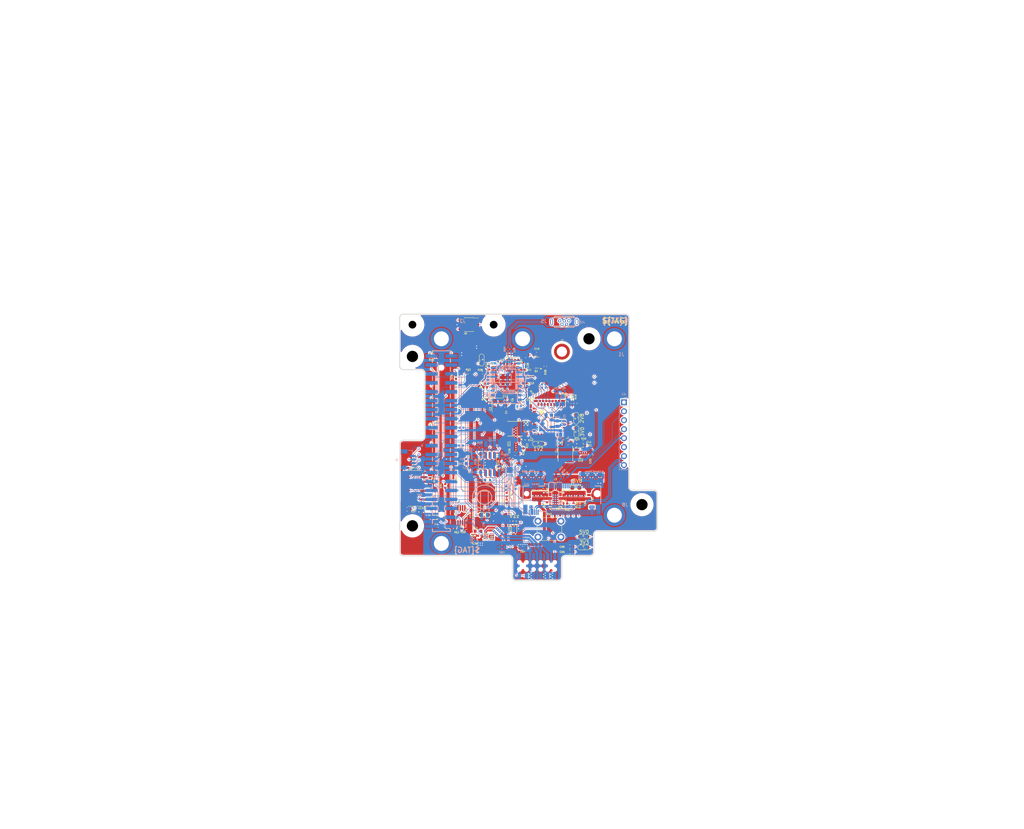
<source format=kicad_pcb>
(kicad_pcb (version 20240108) (generator "pcbnew") (generator_version "8.0")
  (layers (0 "F.Cu" signal) (1 "In1.Cu" signal) (2 "In2.Cu" signal) (31 "B.Cu" signal) (34 "B.Paste" user) (35 "F.Paste" user) (36 "B.SilkS" user "B.Silkscreen") (37 "F.SilkS" user "F.Silkscreen") (38 "B.Mask" user) (39 "F.Mask" user) (44 "Edge.Cuts" user))
  (net 0 "")
  (net 1 "GND")
  (net 2 "+3V3")
  (net 3 "+1V1")
  (net 4 "+1V2")
  (net 5 "+3V0")
  (net 6 "+2V8")
  (net 7 "LEPTON_RESET_L")
  (net 8 "/Lepton/FB_3V0")
  (net 9 "/Lepton/FB_1V2")
  (net 10 "5V_EN")
  (net 11 "+5V")
  (net 12 "SDA")
  (net 13 "SCL")
  (net 14 "ATtiny_RESET_UPDI")
  (net 15 "4G_USB_D+")
  (net 16 "4G_USB_D-")
  (net 17 "/Lepton/SW_3V0")
  (net 18 "/Lepton/SW_1V2")
  (net 19 "QSPI_SS")
  (net 20 "LEPTON_SPI_MISO")
  (net 21 "LEPTON_CLK_EN")
  (net 22 "LEPTON_PWR_DWN_L")
  (net 23 "~{W_DISABLE1}")
  (net 24 "LEPTON_SPI_CS")
  (net 25 "LEPTON_SPI_SCLK")
  (net 26 "LEPTON_SPI_MOSI")
  (net 27 "LEPTON_I2C_SDA")
  (net 28 "LEPTON_I2C_SCL")
  (net 29 "LEPTON_VSYNC")
  (net 30 "MEM_SPI_MISO")
  (net 31 "Net-(U3-XIN)")
  (net 32 "MEM_SPI_SCLK")
  (net 33 "MEM_SPI_MOSI")
  (net 34 "RPI_SPI_MOSI")
  (net 35 "RPI_SPI_CS")
  (net 36 "RPI_SPI_SCLK")
  (net 37 "RPI_SPI_MISO")
  (net 38 "QSPI_SD1")
  (net 39 "QSPI_SD2")
  (net 40 "QSPI_SD0")
  (net 41 "QSPI_SCLK")
  (net 42 "QSPI_SD3")
  (net 43 "LEPTON_POWER_EN")
  (net 44 "4G_POWER_ON")
  (net 45 "SW_CLK")
  (net 46 "SWD")
  (net 47 "Net-(U3-XOUT)")
  (net 48 "MEM_SPI_~{CS}")
  (net 49 "Net-(D2-K)")
  (net 50 "Net-(J4-GPIO18{slash}PWM0)")
  (net 51 "~{PI_SHUTDOWN}")
  (net 52 "RUN")
  (net 55 "SPEAKER_SD_MODE")
  (net 56 "Net-(U8-SPI_MISO)")
  (net 57 "Net-(U12-USIM_RST)")
  (net 58 "Net-(U12-USIM_CLK)")
  (net 59 "Net-(U12-USIM_DATA)")
  (net 60 "Net-(J4-GPIO14{slash}TXD)")
  (net 61 "PDM_CLOCK")
  (net 62 "/GPIO2")
  (net 63 "~{RTC_INT}")
  (net 72 "/Raspberry_Pi/RPI_SPI_MOSI_")
  (net 73 "LEPTON_MASTER_CLK")
  (net 74 "~{READ_ATTINY_CMD_REG}")
  (net 118 "RPI_PING")
  (net 121 "Net-(J4-GPIO19{slash}MISO1)")
  (net 122 "Net-(U14-~{SD_MODE})")
  (net 123 "SPEAKER_+")
  (net 124 "SPEAKER_-")
  (net 125 "I2S_BCLK")
  (net 126 "Net-(J4-GPIO21{slash}SCLK1)")
  (net 127 "/Raspberry_Pi/RPI_SPI_SCLK_")
  (net 128 "BOOT_MODE")
  (net 129 "I2S_LRCLK")
  (net 130 "I2S_DOUT")
  (net 131 "/Raspberry_Pi/RPI_SPI_CS_")
  (net 132 "Net-(R20-Pad2)")
  (net 133 "/GPIO16")
  (net 134 "/GPIO17")
  (net 135 "PDM_DATA")
  (net 136 "USIM_DATA")
  (net 137 "USIM_CLK")
  (net 138 "USIM_RST")
  (net 139 "USIM_VDD")
  (net 140 "RPI_RX")
  (net 141 "RPI_TX")
  (net 142 "EN_PERIPH_POWER")
  (net 143 "MUL_S0")
  (net 144 "Net-(U15-S1)")
  (net 145 "OUT_RX")
  (net 146 "OUT_TX")
  (net 147 "Net-(U15-1Y3)")
  (net 148 "~{EN_RP2040_POWER}")
  (net 149 "+3V3_rp2040")
  (net 150 "/Raspberry_Pi/GPIO12")
  (net 155 "Net-(U5-PG)")
  (net 156 "~{PI_POWERED_OFF}")
  (net 157 "/modem/3V3_L1")
  (net 158 "/modem/3V3_L2")
  (net 159 "Net-(U5-FB)")
  (net 162 "Net-(U15-1Y2)")
  (net 163 "Net-(U15-2Y2)")
  (net 168 "MODEM_POWER_EN")
  (net 169 "RPI_SCL")
  (net 170 "RPI_SDA")
  (net 171 "/ATtiny1616/~{READ_ATTINY_CMD_REG_PHY}")
  (net 172 "/ATtiny1616/~{PI_SHUTDOWN_PHY}")
  (net 173 "/ATtiny1616/ATTINY_PA3")
  (net 174 "/RTC_BATTERY")
  (net 175 "/RTC_VDD")
  (net 176 "+3V8")
  (net 177 "/AHT21_VDD")
  (net 178 "/modem/MODEM_3V8")
  (net 179 "RTC_BT_SENSE_PHY")
  (net 180 "/ATtiny1616/~{LED_G_PHY}")
  (net 181 "~{LED_G}")
  (net 182 "/ATtiny1616/~{LED_B_PHY}")
  (net 183 "~{LED_B}")
  (net 184 "/ATtiny1616/~{LED_R_PHY}")
  (net 185 "~{LED_R}")
  (net 186 "/ATtiny1616/EN_PERIPH_POWER_PHY")
  (net 187 "BATT_SENSE_LOW_VOLTAGE_PHY")
  (net 188 "/ATtiny1616/ATtiny_SW")
  (net 189 "/RTC_CLKO")
  (net 190 "/RTC_OSCI")
  (net 191 "/RTC_OSCO")
  (net 192 "/PDM_CLOCK_PHY")
  (net 193 "/MEM_~{WP}{slash}IO2")
  (net 194 "/MEM_~{HOLD}{slash}IO3")
  (net 195 "BATT_SENSE_HIGH_VOLTAGE_PHY")
  (net 196 "BATT_SENSE_HV")
  (net 197 "BATT_SENSE_LV")
  (net 198 "Net-(U15-2Y3)")
  (net 199 "I2C_BUS_LOCK")
  (net 202 "unconnected-(J12-ID-Pad4)")
  (net 204 "USB_D-")
  (net 205 "USB_D+")
  (net 206 "/USB_D+_PHY")
  (net 207 "/USB_D-_PHY")
  (net 208 "/RPI_SPI_MISO_PHY")
  (net 209 "Net-(U18-READY)")
  (net 210 "/Raspberry_Pi/~{UART_MULTIPLEX_EN}")
  (net 217 "/I2C_BUS_LOCK_PHY")
  (footprint "cacophony-library:test-point-2p" (layer "F.Cu") (at 27.5 0.75 180)
    (property "Reference" "TP8" (hide yes))
    (property "Value" "TP_2P")
  )
  (footprint "cacophony-library:VSON-14_L4.0-W3.0-P0.50-BL-EP_TI_DSJ" (layer "F.Cu") (at 32.27 16.49 90)
    (property "Reference" "U5")
    (property "Value" "TPS6302x")
  )
  (footprint "Resistor_SMD:R_0402_1005Metric" (layer "F.Cu") (at 29.9 17.86 -90)
    (property "Reference" "R44")
    (property "Value" "100k")
  )
  (footprint "cacophony-library:TP" (layer "F.Cu") (at 23.41 -11.03 90)
    (property "Reference" "TP27" (hide yes))
    (property "Value" "TestPoint" (hide yes))
  )
  (footprint "Capacitor_SMD:C_0402_1005Metric" (layer "F.Cu") (at 13.4575 -20.77 90)
    (property "Reference" "C12")
    (property "Value" "220nF")
  )
  (footprint "Capacitor_SMD:C_0402_1005Metric" (layer "F.Cu") (at 24.196884 -0.3458 90)
    (property "Reference" "C42")
    (property "Value" "12pF")
  )
  (footprint "cacophony-library:MountingHole_3.2mm_M3" (layer "F.Cu") (at -8.2 -24)
    (property "Reference" "H4" (hide yes))
    (property "Value" "MountingHole")
  )
  (footprint "cacophony-library:mic-pcb" (layer "F.Cu") (at 7.8 -33)
    (property "Reference" "J9")
    (property "Value" "Conn_02x03_Odd_Even")
  )
  (footprint "Capacitor_SMD:C_0603_1608Metric" (layer "F.Cu") (at 36.37 29.93)
    (property "Reference" "C66")
    (property "Value" "22uF")
  )
  (footprint "Resistor_SMD:R_0402_1005Metric" (layer "F.Cu") (at 19.81 22.675 -90)
    (property "Reference" "R3")
    (property "Value" "180R")
  )
  (footprint "Capacitor_SMD:C_0402_1005Metric" (layer "F.Cu") (at 21.7825 -22.46 90)
    (property "Reference" "C15")
    (property "Value" "220nF")
  )
  (footprint "cacophony-library:M2_modem_mount_screw" (layer "F.Cu") (at 34.13 -25.35)
    (property "Reference" "J7")
    (property "Value" "Screw_Terminal_01x01")
  )
  (footprint "Resistor_SMD:R_0603_1608Metric" (layer "F.Cu") (at 10.385 25.53)
    (property "Reference" "R12")
    (property "Value" "1M")
  )
  (footprint "Resistor_SMD:R_0402_1005Metric" (layer "F.Cu") (at 38.308 0.2605 180)
    (property "Reference" "R33")
    (property "Value" "10k")
  )
  (footprint "Resistor_SMD:R_0402_1005Metric" (layer "F.Cu") (at 34.87 -12.515)
    (property "Reference" "R18")
    (property "Value" "100k")
  )
  (footprint "Resistor_SMD:R_0402_1005Metric" (layer "F.Cu") (at -9.93 7.59 180)
    (property "Reference" "R47")
    (property "Value" "100k")
  )
  (footprint "Capacitor_SMD:C_0603_1608Metric" (layer "F.Cu") (at 23.06 30.31)
    (property "Reference" "C64")
    (property "Value" "22uF")
  )
  (footprint "Package_SO:SOP-16_3.9x9.9mm_P1.27mm" (layer "F.Cu") (at -7.46 13.39 180)
    (property "Reference" "U15")
    (property "Value" "74HC4052")
  )
  (footprint "Capacitor_SMD:C_0402_1005Metric" (layer "F.Cu") (at 17.2525 -22.01 180)
    (property "Reference" "C5")
    (property "Value" "220nF")
  )
  (footprint "cacophony-library:test-point-2p" (layer "F.Cu") (at 38.07 13.21)
    (property "Reference" "TP1" (hide yes))
    (property "Value" "TP_2P")
  )
  (footprint "Capacitor_SMD:C_0603_1608Metric" (layer "F.Cu") (at 38.74 15.54 90)
    (property "Reference" "C53")
    (property "Value" "22uF")
  )
  (footprint "Resistor_SMD:R_0402_1005Metric" (layer "F.Cu") (at 3.38 11.01 -90)
    (property "Reference" "R24")
    (property "Value" "100k")
  )
  (footprint "Inductor_SMD:L_0805_2012Metric" (layer "F.Cu") (at 41.78 15.27 90)
    (property "Reference" "FB1")
    (property "Value" "FerriteBead")
  )
  (footprint "Capacitor_SMD:C_0402_1005Metric" (layer "F.Cu") (at 28.99 15.66 -90)
    (property "Reference" "C47")
    (property "Value" "220nF")
  )
  (footprint "Resistor_SMD:R_0402_1005Metric" (layer "F.Cu") (at 12.58 -11.44 -135)
    (property "Reference" "R48")
    (property "Value" "22ohm")
  )
  (footprint "Capacitor_SMD:C_0603_1608Metric" (layer "F.Cu") (at 26.34 15.54 90)
    (property "Reference" "C54")
    (property "Value" "22uF")
  )
  (footprint "cacophony-library:test-point-2p" (layer "F.Cu") (at 40.32 30.12 180)
    (property "Reference" "TP6" (hide yes))
    (property "Value" "TP_2P")
  )
  (footprint "Crystal:Crystal_SMD_3225-4Pin_3.2x2.5mm" (layer "F.Cu") (at 16.0125 -10.195 -90)
    (property "Reference" "Y1")
    (property "Value" "Crystal_GND24")
  )
  (footprint "Capacitor_SMD:C_0603_1608Metric" (layer "F.Cu") (at 27.8 15.54 90)
    (property "Reference" "C55")
    (property "Value" "22uF")
  )
  (footprint "cacophony-library:test-point-2p" (layer "F.Cu") (at 12.18 20.9 180)
    (property "Reference" "TP13" (hide yes))
    (property "Value" "TP_2P")
  )
  (footprint "Capacitor_SMD:C_0402_1005Metric" (layer "F.Cu") (at 10.9 26.8)
    (property "Reference" "C29")
    (property "Value" "220nF")
  )
  (footprint "Package_SO:MSOP-8_3x3mm_P0.65mm" (layer "F.Cu") (at 5.67 21.05 -90)
    (property "Reference" "U18")
    (property "Value" "TCA4311ADGKR")
  )
  (footprint "Capacitor_SMD:C_0603_1608Metric" (layer "F.Cu") (at 35.82 15.535 90)
    (property "Reference" "C49")
    (property "Value" "22uF")
  )
  (footprint "Capacitor_SMD:C_0402_1005Metric" (layer "F.Cu") (at 37.06 -10.685 -90)
    (property "Reference" "C27")
    (property "Value" "220nF")
  )
  (footprint "Inductor_SMD:L_1008_2520Metric" (layer "F.Cu") (at 32.26 12.84)
    (property "Reference" "L3")
    (property "Value" "INDUCTOR")
  )
  (footprint "Capacitor_SMD:C_0603_1608Metric" (layer "F.Cu") (at -9.725 19.32)
    (property "Reference" "C37")
    (property "Value" "10uF")
  )
  (footprint "Capacitor_SMD:C_0603_1608Metric" (layer "F.Cu") (at 23.931884 -2.8158 -90)
    (property "Reference" "C31")
    (property "Value" "10uF")
  )
  (footprint "Resistor_SMD:R_0402_1005Metric" (layer "F.Cu") (at 38.313 1.223 180)
    (property "Reference" "R20")
    (property "Value" "390k")
  )
  (footprint "cacophony-library:TP" (layer "F.Cu") (at 43.32 -18.28)
    (property "Reference" "TP14" (hide yes))
    (property "Value" "TestPoint" (hide yes))
  )
  (footprint "cacophony-library:test-point-2p" (layer "F.Cu") (at 11.4 -23 90)
    (property "Reference" "TP3" (hide yes))
    (property "Value" "TP_2P")
  )
  (footprint "Capacitor_SMD:C_0402_1005Metric" (layer "F.Cu") (at 18.6625 -22.46 90)
    (property "Reference" "C14")
    (property "Value" "220nF")
  )
  (footprint "Resistor_SMD:R_0402_1005Metric" (layer "F.Cu") (at 20.75 22.675 -90)
    (property "Reference" "R4")
    (property "Value" "180R")
  )
  (footprint "cacophony-library:MountingHole_2.2mm_M2" (layer "F.Cu") (at -8.2 -33)
    (property "Reference" "H5" (hide yes))
    (property "Value" "MountingHole" (hide yes))
  )
  (footprint "Capacitor_SMD:C_0603_1608Metric" (layer "F.Cu") (at 42.193 3.583 90)
    (property "Reference" "C25")
    (property "Value" "10uF")
  )
  (footprint "cacophony-library:LED-ARRAY-SMD_4P-L1.6-W1.5-TL_NH-B1515RGBA" (layer "F.Cu") (at 20.6 24.92 -90)
    (property "Reference" "LED1")
    (property "Value" "NH-B1515RGBA-HF")
  )
  (footprint "Capacitor_SMD:C_0402_1005Metric" (layer "F.Cu") (at 18.29 -9.615 -90)
    (property "Reference" "C4")
    (property "Value" "12pF")
  )
  (footprint "cacophony-library:test-point-2p" (layer "F.Cu") (at 38.19 -6.46 -90)
    (property "Reference" "TP5" (hide yes))
    (property "Value" "TP_2P")
  )
  (footprint "Capacitor_SMD:C_0603_1608Metric" (layer "F.Cu") (at 24.37 -23.68 90)
    (property "Reference" "C38")
    (property "Value" "10uF")
  )
  (footprint "Capacitor_SMD:C_0603_1608Metric" (layer "F.Cu") (at 37.28 15.54 90)
    (property "Reference" "C52")
    (property "Value" "22uF")
  )
  (footprint "Capacitor_SMD:C_0402_1005Metric" (layer "F.Cu") (at 16.21 7.74 -90)
    (property "Reference" "C48")
    (property "Value" "220nF")
  )
  (footprint "Capacitor_SMD:C_0402_1005Metric" (layer "F.Cu") (at 12.8225 -16.28 180)
    (property "Reference" "C8")
    (property "Value" "220nF")
  )
  (footprint "cacophony-library:MountingHole_3.2mm_M3" (layer "F.Cu") (at 41.8 -29)
    (property "Reference" "H1" (hide yes))
    (property "Value" "MountingHole")
  )
  (footprint "Resistor_SMD:R_0402_1005Metric" (layer "F.Cu") (at -3.15 10.98 -90)
    (property "Reference" "R41")
    (property "Value" "100k")
  )
  (footprint "Resistor_SMD:R_0402_1005Metric" (layer "F.Cu") (at 23.256884 1.5242 -90)
    (property "Reference" "R23")
    (property "Value" "100k")
  )
  (footprint "Resistor_SMD:R_0402_1005Metric" (layer "F.Cu") (at 38.04 -10.695 90)
    (property "Reference" "R19")
    (property "Value" "100k")
  )
  (footprint "Resistor_SMD:R_0402_1005Metric" (layer "F.Cu") (at 7.58 -19.42)
    (property "Reference" "R53")
    (property "Value" "1k")
  )
  (footprint "cacophony-library:TP" (layer "F.Cu") (at 13.5525 -14.28 90)
    (property "Reference" "TP40" (hide yes))
    (property "Value" "TestPoint" (hide yes))
  )
  (footprint "Button_Switch_THT:SW_PUSH_6mm" (layer "F.Cu") (at 27.35 22.67)
    (property "Reference" "SW1")
    (property "Value" "SW_Push")
  )
  (footprint "cacophony-library:MountingHole_3.2mm_M3" (layer "F.Cu") (at 56.8 18)
    (property "Reference" "H2" (hide yes))
    (property "Value" "MountingHole")
  )
  (footprint "cacophony-library:TP" (layer "F.Cu") (at 9.69 -18.9 90)
    (property "Reference" "TP12" (hide yes))
    (property "Value" "TestPoint" (hide yes))
  )
  (footprint "Resistor_SMD:R_0402_1005Metric" (layer "F.Cu") (at 35.1 18.61)
    (property "Reference" "R45")
    (property "Value" "150k")
  )
  (footprint "cacophony-library:MOLEX_105028-1001" (layer "F.Cu") (at 30.6 -6.075)
    (property "Reference" "U8")
    (property "Value" "Flir_LEPTON")
  )
  (footprint "cacophony-library:MountingHole_3.2mm_M3" (layer "F.Cu") (at -8.2 24)
    (property "Reference" "H3" (hide yes))
    (property "Value" "MountingHole")
  )
  (footprint "Capacitor_SMD:C_0402_1005Metric" (layer "F.Cu") (at 18.47 17.02 90)
    (property "Reference" "C44")
    (property "Value" "12pF")
  )
  (footprint "Resistor_SMD:R_0402_1005Metric" (layer "F.Cu") (at 4.33 24.7 180)
    (property "Reference" "R52")
    (property "Value" "100k")
  )
  (footprint "Resistor_SMD:R_0402_1005Metric" (layer "F.Cu") (at 18.48 15.17 -90)
    (property "Reference" "R40")
    (property "Value" "10k")
  )
  (footprint "Capacitor_SMD:C_0402_1005Metric" (layer "F.Cu") (at 13.7975 -10.485 90)
    (property "Reference" "C3")
    (property "Value" "12pF")
  )
  (footprint "cacophony-library:TP" (layer "F.Cu") (at 23.5 -10.11 90)
    (property "Reference" "TP26" (hide yes))
    (property "Value" "TestPoint" (hide yes))
  )
  (footprint "Resistor_SMD:R_0402_1005Metric" (layer "F.Cu") (at 40.183 1.223)
    (property "Reference" "R21")
    (property "Value" "100k")
  )
  (footprint "Capacitor_SMD:C_0402_1005Metric" (layer "F.Cu") (at 34.63 15.66 -90)
    (property "Reference" "C45")
    (property "Value" "220nF")
  )
  (footprint "cacophony-library:TP" (layer "F.Cu") (at 42.1 -1.9)
    (property "Reference" "TP19" (hide yes))
    (property "Value" "TestPoint" (hide yes))
  )
  (footprint "Capacitor_SMD:C_0402_1005Metric" (layer "F.Cu") (at 19.2425 -11.675 -90)
    (property "Reference" "C6")
    (property "Value" "220nF")
  )
  (footprint "cacophony-library:test-point-2p" (layer "F.Cu") (at 38.27 -2.71 -90)
    (property "Reference" "TP4" (hide yes))
    (property "Value" "TP_2P")
  )
  (footprint "Resistor_SMD:R_0402_1005Metric" (layer "F.Cu") (at 1.09 12.7 90)
    (property "Reference" "R34")
    (property "Value" "22ohm")
  )
  (footprint "Resistor_SMD:R_0402_1005Metric" (layer "F.Cu") (at 23.256884 -0.3558 90)
    (property "Reference" "R22")
    (property "Value" "100k")
  )
  (footprint "Capacitor_SMD:C_0402_1005Metric" (layer "F.Cu") (at 6.17 24.69)
    (property "Reference" "C50")
    (property "Value" "220nF")
  )
  (footprint "cacophony-library:test-point-2p" (layer "F.Cu") (at 40.3 27.1 180)
    (property "Reference" "TP10" (hide yes))
    (property "Value" "TP_2P")
  )
  (footprint "Resistor_SMD:R_0402_1005Metric" (layer "F.Cu") (at 24.46 -14.92 -45)
    (property "Reference" "R16")
    (property "Value" "22ohm")
  )
  (footprint "Capacitor_SMD:C_0402_1005Metric" (layer "F.Cu") (at 20.8525 -22.46 90)
    (property "Reference" "C9")
    (property "Value" "1u")
  )
  (footprint "Resistor_SMD:R_0402_1005Metric" (layer "F.Cu") (at 29.41 -21.2 90)
    (property "Reference" "R38")
    (property "Value" "100k")
  )
  (footprint "Capacitor_SMD:C_0603_1608Metric" (layer "F.Cu") (at 10.36 28 180)
    (property "Reference" "C28")
    (property "Value" "10uF")
  )
  (footprint "cacophony-library:TP" (layer "F.Cu") (at 43.33 -16.53)
    (property "Reference" "TP18" (hide yes))
    (property "Value" "TestPoint" (hide yes))
  )
  (footprint "Resistor_SMD:R_0402_1005Metric" (layer "F.Cu") (at 11.7 -19.38 180)
    (property "Reference" "R28")
    (property "Value" "22ohm")
  )
  (footprint "Capacitor_SMD:C_0402_1005Metric" (layer "F.Cu") (at 23.1325 -20.21)
    (property "Reference" "C11")
    (property "Value" "220nF")
  )
  (footprint "cacophony-library:TSOT-23-5" (layer "F.Cu") (at 39.393 3.403)
    (property "Reference" "U10")
    (property "Value" "TD6810")
  )
  (footprint "Package_SO:SOIC-8_3.9x4.9mm_P1.27mm" (layer "F.Cu") (at 13.045 6.455 -90)
    (property "Reference" "U16")
    (property "Value" "M24C02-WMN")
  )
  (footprint "Resistor_SMD:R_0402_1005Metric" (layer "F.Cu") (at 37.43 18.11 -90)
    (property "Reference" "R43")
    (property "Value" "1M")
  )
  (footprint "cacophony-library:TP" (layer "F.Cu") (at 22.07 7.44)
    (property "Reference" "TP2" (hide yes))
    (property "Value" "TestPoint" (hide yes))
  )
  (footprint "cacophony-library:TSOT-23-5" (layer "F.Cu") (at 21.071884 0.7592 -90)
    (property "Reference" "U11")
    (property "Value" "TD6810")
  )
  (footprint "cacophony-library:TP" (layer "F.Cu") (at -6.4 7.52)
    (property "Reference" "TP21" (hide yes))
    (property "Value" "TestPoint" (hide yes))
  )
  (footprint "Capacitor_SMD:C_0402_1005Metric" (layer "F.Cu") (at 19.9225 -22.46 90)
    (property "Reference" "C7")
    (property "Value" "1u")
  )
  (footprint "Resistor_SMD:R_0402_1005Metric" (layer "F.Cu") (at -2.66 -3.8)
    (property "Reference" "R31")
    (property "Value" "22ohm")
  )
  (footprint "Resistor_SMD:R_0402_1005Metric" (layer "F.Cu") (at 35.1 17.67 180)
    (property "Reference" "R42")
    (property "Value" "1M")
  )
  (footprint "cacophony-library:RP2040-QFN-56" (layer "F.Cu") (at 18.0925 -17.42)
    (property "Reference" "U3")
    (property "Value" "RP2040")
  )
  (footprint "Capacitor_SMD:C_0402_1005Metric" (layer "F.Cu") (at 23.63 -16.42)
    (property "Reference" "C10")
    (property "Value" "220nF")
  )
  (footprint "cacophony-library:IND-SMD_L4.0-W4.0_SWPA4018S" (layer "F.Cu") (at 35.133 3.603 -90)
    (property "Reference" "L1")
    (property "Value" "4.7uH")
  )
  (footprint "Resistor_SMD:R_0402_1005Metric" (layer "F.Cu") (at 12.4425 -15.28 180)
    (property "Reference" "R9")
    (property "Value" "100k")
  )
  (footprint "cacophony-library:MountingHole_2.2mm_M2" (layer "F.Cu") (at 14.8 -33)
    (property "Reference" "H6" (hide yes))
    (property "Value" "MountingHole" (hide yes))
  )
  (footprint "cacophony-library:TP" (layer "F.Cu") (at -6.39 2.18)
    (property "Reference" "TP7" (hide yes))
    (property "Value" "TestPoint" (hide yes))
  )
  (footprint "Capacitor_SMD:C_0402_1005Metric" (layer "F.Cu") (at 29.91 15.66 -90)
    (property "Reference" "C46")
    (property "Value" "12pF")
  )
  (footprint "cacophony-library:TP" (layer "F.Cu") (at 6.27 -15.3)
    (property "Reference" "TP22" (hide yes))
    (property "Value" "TestPoint" (hide yes))
  )
  (footprint "cacophony-library:WLP-9_L1.4-W1.3-P0.40-R3-C3-BR" (layer "F.Cu") (at 12.665 27.075 -90)
    (property "Reference" "U14")
    (property "Value" "MAX98357AEWL+T")
  )
  (footprint "Capacitor_SMD:C_0603_1608Metric" (layer "F.Cu") (at 26.96 -24.67 180)
    (property "Reference" "C43")
    (property "Value" "10uF")
  )
  (footprint "Capacitor_SMD:C_0603_1608Metric" (layer "F.Cu") (at 35.858 0.563)
    (property "Reference" "C30")
    (property "Value" "10uF")
  )
  (footprint "Resistor_SMD:R_0402_1005Metric" (layer "F.Cu") (at -2.79 -24.15 180)
    (property "Reference" "R30")
    (property "Value" "22ohm")
  )
  (footprint "Package_TO_SOT_SMD:SOT-23" (layer "F.Cu") (at 27.02 -22.24 180)
    (property "Reference" "Q1")
    (property "Value" "Q_PMOS_GSD")
  )
  (footprint "Capacitor_SMD:C_0402_1005Metric" (layer "F.Cu") (at 18.29 -11.485 -90)
    (property "Reference" "C13")
    (property "Value" "220nF")
  )
  (footprint "cacophony-library:IND-SMD_L4.0-W4.0_SWPA4018S" (layer "F.Cu") (at 20.861884 -3.5158 180)
    (property "Reference" "L2")
    (property "Value" "4.7uH")
  )
  (footprint "Resistor_SMD:R_0402_1005Metric" (layer "F.Cu") (at 4.12 -18.15 90)
    (property "Reference" "R29")
    (property "Value" "22ohm")
  )
  (footprint "Capacitor_SMD:C_0603_1608Metric" (layer "F.Cu") (at 36.37 31.39)
    (property "Reference" "C65")
    (property "Value" "22uF")
  )
  (footprint "Capacitor_SMD:C_0603_1608Metric" (layer "F.Cu") (at 40.2 15.54 90)
    (property "Reference" "C60")
    (property "Value" "22uF")
  )
  (footprint "cacophony-library:TP" (layer "F.Cu") (at -6.4 5.38)
    (property "Reference" "TP16" (hide yes))
    (property "Value" "TestPoint" (hide yes))
  )
  (footprint "cacophony-library:TP" (layer "F.Cu") (at 41.2 -8)
    (property "Reference" "TP20" (hide yes))
    (property "Value" "TestPoint" (hide yes))
  )
  (footprint "Capacitor_SMD:C_0603_1608Metric" (layer "F.Cu") (at 20.866884 3.5542)
    (property "Reference" "C26")
    (property "Value" "10uF")
  )
  (footprint "Capacitor_SMD:C_0402_1005Metric" (layer "F.Cu") (at 40.16 0.26)
    (property "Reference" "C41")
    (property "Value" "12pF")
  )
  (footprint "cacophony-library:TP" (layer "F.Cu") (at 23.31 -12.99 90)
    (property "Reference" "TP41" (hide yes))
    (property "Value" "TestPoint" (hide yes))
  )
  (footprint "Resistor_SMD:R_0402_1005Metric" (layer "F.Cu") (at 21.69 22.675 -90)
    (property "Reference" "R5")
    (property "Value" "180R")
  )
  (footprint "cacophony-library:TP" (layer "F.Cu") (at -6.4 3.72)
    (property "Reference" "TP11" (hide yes))
    (property "Value" "TestPoint" (hide yes))
  )
  (footprint "cacophony-library:TP" (layer "F.Cu") (at -7.63 19)
    (property "Reference" "TP15" (hide yes))
    (property "Value" "TestPoint" (hide yes))
  )
  (footprint "Resistor_SMD:R_0402_1005Metric" (layer "B.Cu") (at 10.891406 1.282657 180)
    (property "Reference" "R10")
    (property "Value" "10k")
  )
  (footprint "cacophony-library:SENSOR-SMD_L3.0-W3.0-P1.00-BR" (layer "B.Cu") (at 10.13 3.46 -90)
    (property "Reference" "U13")
    (property "Value" "AHT20_C2757850")
  )
  (footprint "Resistor_SMD:R_0402_1005Metric" (layer "B.Cu") (at 33.52 9.58 45)
    (property "Reference" "R26")
    (property "Value" "22ohm")
  )
  (footprint "Capacitor_SMD:C_0603_1608Metric" (layer "B.Cu") (at 25.74 10.21 90)
    (property "Reference" "C58")
    (property "Value" "22uF")
  )
  (footprint "cacophony-library:TP" (layer "B.Cu") (at 14.841406 10.807657)
    (property "Reference" "TP17" (hide yes))
    (property "Value" "TestPoint" (hide yes))
  )
  (footprint "Capacitor_SMD:C_0402_1005Metric" (layer "B.Cu") (at 34.858 -5.187 90)
    (property "Reference" "C22")
    (property "Value" "220nF")
  )
  (footprint "Resistor_SMD:R_0402_1005Metric" (layer "B.Cu") (at 34.25 10.31 45)
    (property "Reference" "R27")
    (property "Value" "22ohm")
  )
  (footprint "Capacitor_SMD:C_0402_1005Metric" (layer "B.Cu") (at 21.9925 -9.88 180)
    (property "Reference" "C16")
    (property "Value" "220nF")
  )
  (footprint "cacophony-library:power-pcb-3.1" (layer "B.Cu") (at 27.1 35.35)
    (property "Reference" "J10" (hide yes))
    (property "Value" "Conn_02x06_Odd_Even" (hide yes))
  )
  (footprint "cacophony-library:JST_SH_BM03B-SRSS-TB_1x03-1MP_P1.00mm_Vertical" (layer "B.Cu") (at -9.32 5.22 -90)
    (property "Reference" "J3")
    (property "Value" "Conn_01x03")
  )
  (footprint "Resistor_SMD:R_0402_1005Metric" (layer "B.Cu") (at 34.492 -14.137 180)
    (property "Reference" "R17")
    (property "Value" "100k")
  )
  (footprint "Resistor_SMD:R_0402_1005Metric" (layer "B.Cu") (at 18.18 4.66 180)
    (property "Reference" "R35")
    (property "Value" "1k")
  )
  (footprint "Resistor_SMD:R_0402_1005Metric" (layer "B.Cu") (at 13.1325 -16.81 -90)
    (property "Reference" "R1")
    (property "Value" "1k")
  )
  (footprint "Capacitor_SMD:C_0603_1608Metric" (layer "B.Cu") (at 44.9 10.21 90)
    (property "Reference" "C33")
    (property "Value" "22uF")
  )
  (footprint "cacophony-library:smd_nut_SMTSO25" (layer "B.Cu") (at 23 -29 180)
    (property "Reference" "J5")
    (property "Value" "Screw_Terminal_01x01")
  )
  (footprint "Resistor_SMD:R_0402_1005Metric" (layer "B.Cu") (at 10.866406 10.082657 180)
    (property "Reference" "R8")
    (property "Value" "1k")
  )
  (footprint "cacophony-library:HDR-SMD_40P-P2.54-V-F-R2-C20-LS8.2-EH" (layer "B.Cu") (at 0 0)
    (property "Reference" "J4")
    (property "Value" "Raspberry_Pi_2_3")
  )
  (footprint "Capacitor_SMD:C_0402_1005Metric" (layer "B.Cu") (at 26.93 10.78 -90)
    (property "Reference" "C32")
    (property "Value" "12pF")
  )
  (footprint "cacophony-library:CAP-SMD_FL11E" (layer "B.Cu") (at 12.23 20.93 -90)
    (property "Reference" "BT1")
    (property "Value" "Battery_Cell")
  )
  (footprint "Capacitor_SMD:C_0402_1005Metric" (layer "B.Cu") (at 43.71 10.78 -90)
    (property "Reference" "C36")
    (property "Value" "220nF")
  )
  (footprint "Capacitor_SMD:C_0603_1608Metric" (layer "B.Cu") (at 28.12 10.21 90)
    (property "Reference" "C57")
    (property "Value" "22uF")
  )
  (footprint "Oscillator:Oscillator_SMD_Abracon_ASE-4Pin_3.2x2.5mm" (layer "B.Cu") (at 33.618 -11.6095 -90)
    (property "Reference" "U9")
    (property "Value" "3N25000G33YC")
  )
  (footprint "Capacitor_SMD:C_0402_1005Metric" (layer "B.Cu") (at 33.298 -1.767 180)
    (property "Reference" "C20")
    (property "Value" "220nF")
  )
  (footprint "cacophony-library:M.2" (layer "B.Cu") (at 34.13 16.39)
    (property "Reference" "U12")
    (property "Value" "SIM7600G-H-M.2")
  )
  (footprint "Resistor_SMD:R_0402_1005Metric" (layer "B.Cu") (at 21 11.21 -90)
    (property "Reference" "R49")
    (property "Value" "10k")
  )
  (footprint "Resistor_SMD:R_0402_1005Metric" (layer "B.Cu") (at 5.69 -3.81)
    (property "Reference" "R32")
    (property "Value" "22ohm")
  )
  (footprint "Package_TO_SOT_SMD:TSOT-23" (layer "B.Cu") (at 29.908 -4.9595 180)
    (property "Reference" "U7")
    (property "Value" "ME6216A28XG")
  )
  (footprint "Package_SO:SOIC-8_5.23x5.23mm_P1.27mm" (layer "B.Cu") (at 18.3725 -20.145)
    (property "Reference" "U2")
    (property "Value" "W25Q128JVS")
  )
  (footprint "Capacitor_SMD:C_0402_1005Metric" (layer "B.Cu") (at 26.26 -3.375 -90)
    (property "Reference" "C19")
    (property "Value" "220nF")
  )
  (footprint "Resistor_SMD:R_0402_1005Metric" (layer "B.Cu") (at 10.86 6.22 180)
    (property "Reference" "R39")
    (property "Value" "180R")
  )
  (footprint "cacophony-library:smd_nut_SMTSO25" (layer "B.Cu") (at 0 29 180)
    (property "Reference" "J6")
    (property "Value" "Screw_Terminal_01x01")
  )
  (footprint "Resistor_SMD:R_0402_1005Metric" (layer "B.Cu") (at 29.01 -16.1 180)
    (property "Reference" "R13" (hide yes))
    (property "Value" "100k")
  )
  (footprint "Resistor_SMD:R_0402_1005Metric" (layer "B.Cu") (at 21.94 6.21 90)
    (property "Reference" "R6")
    (property "Value" "100k")
  )
  (footprint "Resistor_SMD:R_0402_1005Metric" (layer "B.Cu") (at 18.32 13.32 -90)
    (property "Reference" "R15")
    (property "Value" "1k")
  )
  (footprint "Resistor_SMD:R_0402_1005Metric" (layer "B.Cu") (at 19.77 -26.03 90)
    (property "Reference" "R51")
    (property "Value" "22ohm")
  )
  (footprint "Capacitor_SMD:C_0603_1608Metric" (layer "B.Cu") (at 40.14 10.21 90)
    (property "Reference" "C35")
    (property "Value" "22uF")
  )
  (footprint "Resistor_SMD:R_0402_1005Metric" (layer "B.Cu") (at 10.866406 11.032657)
    (property "Reference" "R7")
    (property "Value" "1k")
  )
  (footprint "Diode_SMD:D_SOD-523" (layer "B.Cu") (at 13.091406 11.007657)
    (property "Reference" "D2")
    (property "Value" "D")
  )
  (footprint "Capacitor_SMD:C_0402_1005Metric" (layer "B.Cu") (at 41.33 10.78 -90)
    (property "Reference" "C40")
    (property "Value" "12pF")
  )
  (footprint "Resistor_SMD:R_0402_1005Metric" (layer "B.Cu") (at 13.1375 -18.74 -90)
    (property "Reference" "R2")
    (property "Value" "DNF")
  )
  (footprint "Diode_SMD:D_SOD-523" (layer "B.Cu") (at 10.566406 7.407657 180)
    (property "Reference" "D3")
    (property "Value" "D")
  )
  (footprint "Capacitor_SMD:C_0603_1608Metric" (layer "B.Cu") (at 30.408 -7.402)
    (property "Reference" "C21")
    (property "Value" "10uF")
  )
  (footprint "Capacitor_SMD:C_0402_1005Metric" (layer "B.Cu") (at 32.632 -14.137 180)
    (property "Reference" "C24")
    (property "Value" "220nF")
  )
  (footprint "Resistor_SMD:R_0402_1005Metric" (layer "B.Cu") (at 18.83 -26.03 90)
    (property "Reference" "R50")
    (property "Value" "22ohm")
  )
  (footprint "cacophony-library:smd_nut_SMTSO25" (layer "B.Cu") (at 49 21 180)
    (property "Reference" "J8")
    (property "Value" "Screw_Terminal_01x01")
  )
  (footprint "cacophony-library:smd_nut_SMTSO25" (layer "B.Cu") (at 0 -29 180)
    (property "Reference" "J2")
    (property "Value" "Screw_Terminal_01x01")
  )
  (footprint "Capacitor_SMD:C_0603_1608Metric" (layer "B.Cu") (at 23.36 10.21 90)
    (property "Reference" "C59")
    (property "Value" "22uF")
  )
  (footprint "Capacitor_SMD:C_0402_1005Metric" (layer "B.Cu") (at 21.93 9.25 90)
    (property "Reference" "C1")
    (property "Value" "220nF")
  )
  (footprint "cacophony-library:smd_nut_SMTSO25" (layer "B.Cu") (at 49 -29 180)
    (property "Reference" "J1")
    (property "Value" "Screw_Terminal_01x01")
  )
  (footprint "Capacitor_SMD:C_0402_1005Metric" (layer "B.Cu") (at 13.11 2.41)
    (property "Reference" "C63" (hide yes))
    (property "Value" "22pF")
  )
  (footprint "Capacitor_SMD:C_0402_1005Metric" (layer "B.Cu") (at 8.37 7.59 180)
    (property "Reference" "C17")
    (property "Value" "1u")
  )
  (footprint "Resistor_SMD:R_0402_1005Metric" (layer "B.Cu") (at 18.18 5.6 180)
    (property "Reference" "R46")
    (property "Value" "1k")
  )
  (footprint "Resistor_SMD:R_0402_1005Metric" (layer "B.Cu") (at 32.82 8.85 45)
    (property "Reference" "R25")
    (property "Value" "22ohm")
  )
  (footprint "cacophony-library:U-PDFN-8_L6.0-W8.0-P1.27-BL" (layer "B.Cu") (at 18.4 -13.65 90)
    (property "Reference" "U4")
    (property "Value" "MT29F2G01ABAGDWB-IT")
  )
  (footprint "Capacitor_SMD:C_0603_1608Metric" (layer "B.Cu") (at 17.14 30.07)
    (property "Reference" "C62")
    (property "Value" "22uF")
  )
  (footprint "Package_DFN_QFN:VQFN-20-1EP_3x3mm_P0.4mm_EP1.7x1.7mm" (layer "B.Cu") (at 19.366406 8.175 180)
    (property "Reference" "U1")
    (property "Value" "ATtiny1616-M")
  )
  (footprint "Capacitor_SMD:C_0402_1005Metric" (layer "B.Cu") (at 21 13.05 90)
    (property "Reference" "C56")
    (property "Value" "12pF")
  )
  (footprint "Resistor_SMD:R_0402_1005Metric" (layer "B.Cu") (at 29.01 -15.16 180)
    (property "Reference" "R36" (hide yes))
    (property "Value" "100k")
  )
  (footprint "Capacitor_SMD:C_0603_1608Metric" (layer "B.Cu") (at 10.341406 8.85 180)
    (property "Reference" "C18")
    (property "Value" "10uF")
  )
  (footprint "Capacitor_SMD:C_0603_1608Metric" (layer "B.Cu") (at 32.818 -4.962 90)
    (property "Reference" "C23")
    (property "Value" "10uF")
  )
  (footprint "Resistor_SMD:R_0402_1005Metric" (layer "B.Cu") (at 7.49 5.12 180)
    (property "Reference" "R11")
    (property "Value" "10k")
  )
  (footprint "Resistor_SMD:R_0402_1005Metric" (layer "B.Cu") (at 5.56 1.27)
    (property "Reference" "R14")
    (property "Value" "22ohm")
  )
  (footprint "Capacitor_SMD:C_0402_1005Metric" (layer "B.Cu") (at 24.55 10.78 -90)
    (property "Reference" "C51")
    (property "Value" "220nF")
  )
  (footprint "cacophony-library:SOIC-8_3.9x4.9mm_P1.27mm" (layer "B.Cu") (at 14.545 6.575 -90)
    (property "Reference" "U6")
    (property "Value" "PCF8563T")
  )
  (footprint "Capacitor_SMD:C_0603_1608Metric" (layer "B.Cu") (at 42.52 10.21 90)
    (property "Reference" "C34")
    (property "Value" "22uF")
  )
  (footprint "Resistor_SMD:R_0402_1005Metric" (layer "B.Cu") (at -5.7 16.51 180)
    (property "Reference" "R37")
    (property "Value" "1k")
  )
  (footprint "cacophony-library:MICRO-USB-TH_MICRO-USB-A14" (layer "B.Cu") (at 34.79 -33.6 180)
    (property "Reference" "J12")
    (property "Value" "USB_B_Micro")
  )
  (footprint "Crystal:Crystal_SMD_3215-2Pin_3.2x1.5mm" (layer "B.Cu") (at 13.84 0.8)
    (property "Reference" "Y2")
    (property "Value" "Crystal")
  )
  (footprint "Capacitor_SMD:C_0402_1005Metric" (layer "B.Cu") (at 14.93 2.41)
    (property "Reference" "C61" (hide yes))
    (property "Value" "22pF")
  )
  (footprint "cacophony-library:sim-usb-pcb" (layer "B.Cu") (at 51.7 -11 180)
    (property "Reference" "J11")
    (property "Value" "Conn_01x08")
  )
  (footprint "Capacitor_SMD:C_0402_1005Metric" (layer "B.Cu") (at 23.9325 -18.25)
    (property "Reference" "C2")
    (property "Value" "220nF")
  )
  (footprint "Capacitor_SMD:C_0603_1608Metric" (layer "B.Cu") (at 7.83 6.35 180)
    (property "Reference" "C39")
    (property "Value" "10uF")
  )
  (gr_line (start 43.2 26.5) (end 43.2 31.5) (stroke (width 0.2)) (layer "Edge.Cuts"))
  (gr_arc (start 34.1 33.5) (mid 34.392893 32.792893) (end 35.1 32.5) (stroke (width 0.2)) (layer "Edge.Cuts"))
  (gr_line (start -11.8 31.5) (end -11.8 0.749999) (stroke (width 0.2)) (layer "Edge.Cuts"))
  (gr_arc (start 43.2 31.5) (mid 42.907107 32.207107) (end 42.2 32.5) (stroke (width 0.2)) (layer "Edge.Cuts"))
  (gr_line (start 60.2 13.9) (end 54.199996 13.9) (stroke (width 0.2)) (layer "Edge.Cuts"))
  (gr_arc (start -4.8 -1.249999) (mid -5.092893 -0.542893) (end -5.799999 -0.25) (stroke (width 0.2)) (layer "Edge.Cuts"))
  (gr_line (start 33.1 39.5) (end 21.1 39.5) (stroke (width 0.2)) (layer "Edge.Cuts"))
  (gr_arc (start 34.1 38.5) (mid 33.807107 39.207107) (end 33.1 39.5) (stroke (width 0.2)) (layer "Edge.Cuts"))
  (gr_arc (start -5.799998 -20.25) (mid -5.092893 -19.957107) (end -4.8 -19.250002) (stroke (width 0.2)) (layer "Edge.Cuts"))
  (gr_arc (start -11.8 -35.000001) (mid -11.507107 -35.707107) (end -10.800001 -36) (stroke (width 0.2)) (layer "Edge.Cuts"))
  (gr_line (start -5.799998 -20.25) (end -10.8 -20.25) (stroke (width 0.2)) (layer "Edge.Cuts"))
  (gr_arc (start 54.199996 13.9) (mid 53.492891 13.607106) (end 53.199998 12.9) (stroke (width 0.2)) (layer "Edge.Cuts"))
  (gr_line (start 53.2 -35.000001) (end 53.199998 12.9) (stroke (width 0.2)) (layer "Edge.Cuts"))
  (gr_arc (start -11.8 0.749999) (mid -11.507107 0.042893) (end -10.800001 -0.25) (stroke (width 0.2)) (layer "Edge.Cuts"))
  (gr_arc (start 43.2 26.5) (mid 43.492893 25.792893) (end 44.2 25.5) (stroke (width 0.2)) (layer "Edge.Cuts"))
  (gr_arc (start 21.1 39.5) (mid 20.392893 39.207107) (end 20.1 38.5) (stroke (width 0.2)) (layer "Edge.Cuts"))
  (gr_arc (start 61.2 24.5) (mid 60.907107 25.207107) (end 60.2 25.5) (stroke (width 0.2)) (layer "Edge.Cuts"))
  (gr_line (start 42.2 32.5) (end 35.1 32.5) (stroke (width 0.2)) (layer "Edge.Cuts"))
  (gr_arc (start 60.200001 13.9) (mid 60.907107 14.192893) (end 61.2 14.899999) (stroke (width 0.2)) (layer "Edge.Cuts"))
  (gr_line (start 19.1 32.5) (end -10.8 32.5) (stroke (width 0.2)) (layer "Edge.Cuts"))
  (gr_line (start -11.8 -21.249999) (end -11.8 -35.000001) (stroke (width 0.2)) (layer "Edge.Cuts"))
  (gr_line (start -10.800001 -0.25) (end -5.799999 -0.25) (stroke (width 0.2)) (layer "Edge.Cuts"))
  (gr_arc (start 52.200001 -36) (mid 52.907107 -35.707107) (end 53.2 -35.000001) (stroke (width 0.2)) (layer "Edge.Cuts"))
  (gr_line (start 34.1 33.5) (end 34.1 38.5) (stroke (width 0.2)) (layer "Edge.Cuts"))
  (gr_line (start 20.1 38.5) (end 20.1 33.5) (stroke (width 0.2)) (layer "Edge.Cuts"))
  (gr_arc (start 19.1 32.5) (mid 19.807107 32.792893) (end 20.1 33.5) (stroke (width 0.2)) (layer "Edge.Cuts"))
  (gr_arc (start -10.8 32.5) (mid -11.507107 32.207107) (end -11.8 31.5) (stroke (width 0.2)) (layer "Edge.Cuts"))
  (gr_line (start -10.800001 -36) (end 52.200001 -36) (stroke (width 0.2)) (layer "Edge.Cuts"))
  (gr_line (start 61.2 24.5) (end 61.2 14.899999) (stroke (width 0.2)) (layer "Edge.Cuts"))
  (gr_line (start 60.2 25.5) (end 44.2 25.5) (stroke (width 0.2)) (layer "Edge.Cuts"))
  (gr_line (start -4.8 -1.249999) (end -4.8 -19.250002) (stroke (width 0.2)) (layer "Edge.Cuts"))
  (gr_arc (start -10.8 -20.25) (mid -11.507107 -20.542893) (end -11.8 -21.249999) (stroke (width 0.2)) (layer "Edge.Cuts"))
  (gr_text "${TAG}" (at 3.34 31.73 0) (layer "B.SilkS") (effects (font (size 1.5 1.5) (thickness 0.3) (bold yes)) (justify right bottom mirror)))
  (gr_text "${TAG}" (at 53.08 -33.21 0) (layer "B.SilkS") (effects (font (size 1.5 1.5) (thickness 0.3) (bold yes)) (justify left bottom mirror)))
  (gr_text "5V0" (at 38.94 26.3 0) (layer "F.SilkS") (effects (font (size 1 1)) (justify left bottom)))
  (gr_text "3V8" (at 37.03 11.84 0) (layer "F.SilkS") (effects (font (size 1 1)) (justify left bottom)))
  (gr_text "3V3" (at 38.95 29.31 0) (layer "F.SilkS") (effects (font (size 1 1)) (justify left bottom)))
  (gr_text "3V0" (at 40.49 -1.17 90) (layer "F.SilkS") (effects (font (size 1 1)) (justify left bottom)))
  (gr_text "1V2" (at 25.97 2.81 0) (layer "F.SilkS") (effects (font (size 1 1)) (justify left bottom)))
  (gr_text "${TAG}" (at 53.06 -33.23 0) (layer "F.SilkS") (effects (font (size 1.5 1.5) (thickness 0.3) (bold yes)) (justify right bottom)))
  (gr_text "2V8" (at 40.39 -4.98 90) (layer "F.SilkS") (effects (font (size 1 1)) (justify left bottom)))
  (segment (start 37.45 -3.71) (end 37.44 -3.7) (width 0.12) (layer "F.Cu") (net 1))
  (segment (start 26.725 -4.725) (end 26.94 -4.94) (width 0.3) (layer "F.Cu") (net 1))
  (segment (start 38.19 -7.46) (end 37.36 -7.46) (width 0.12) (layer "F.Cu") (net 1))
  (segment (start 15.1625 -9.095) (end 15.1625 -9.965) (width 0.2) (layer "F.Cu") (net 1))
  (segment (start 37.825 29.93) (end 37.835 29.92) (width 0.12) (layer "F.Cu") (net 1))
  (segment (start 18.47 18.309998) (end 18.470002 18.31) (width 0.12) (layer "F.Cu") (net 1))
  (segment (start 29.9 18.37) (end 29.32 18.37) (width 0.15) (layer "F.Cu") (net 1))
  (segment (start 13.4575 -21.25) (end 13.4575 -21.915) (width 0.12) (layer "F.Cu") (net 1))
  (segment (start 24.59 -1.79) (end 24.182684 -1.79) (width 0.3) (layer "F.Cu") (net 1))
  (segment (start 23.835 30.31) (end 24.5 30.31) (width 0.12) (layer "F.Cu") (net 1))
  (segment (start 18.2925 -10.285) (end 18.8425 -10.285) (width 0.2) (layer "F.Cu") (net 1))
  (segment (start 34.265 -3.825) (end 34.26 -3.83) (width 0.12) (layer "F.Cu") (net 1))
  (segment (start 26.29 -4.725) (end 26.725 -4.725) (width 0.3) (layer "F.Cu") (net 1))
  (segment (start 41.33 30.1) (end 42.15 30.1) (width 0.12) (layer "F.Cu") (net 1))
  (segment (start 18.775 -11.195) (end 19.2425 -11.195) (width 0.2) (layer "F.Cu") (net 1))
  (segment (start 36.0425 18.61) (end 36.26 18.3925) (width 0.12) (layer "F.Cu") (net 1))
  (segment (start 33.72 17.49) (end 33.07 17.49) (width 0.15) (layer "F.Cu") (net 1))
  (segment (start -3.83 10.78) (end -4.96 10.78) (width 0.12) (layer "F.Cu") (net 1))
  (segment (start 18.29 -11.005) (end 18.585 -11.005) (width 0.2) (layer "F.Cu") (net 1))
  (segment (start 23.256884 2.0342) (end 23.256884 2.516884) (width 0.12) (layer "F.Cu") (net 1))
  (segment (start 33.75 -10.385) (end 33.75 -9.240002) (width 0.12) (layer "F.Cu") (net 1))
  (segment (start 24.5 30.31) (end 24.51 30.3) (width 0.12) (layer "F.Cu") (net 1))
  (segment (start 33.07 17.49) (end 32.87 17.69) (width 0.15) (layer "F.Cu") (net 1))
  (segment (start 28.5 0.75) (end 29.34 0.75) (width 0.12) (layer "F.Cu") (net 1))
  (segment (start 37.16 29.93) (end 37.825 29.93) (width 0.12) (layer "F.Cu") (net 1))
  (segment (start 10.7 3.98) (end 10.13 3.41) (width 0.12) (layer "F.Cu") (net 1))
  (segment (start 36.28 17.68) (end 36.26 17.7) (width 0.4) (layer "F.Cu") (net 1))
  (segment (start 36.26 18.3925) (end 36.26 17.7) (width 0.12) (layer "F.Cu") (net 1))
  (segment (start 15.1625 -9.795) (end 15.1625 -9.095) (width 0.2) (layer "F.Cu") (net 1))
  (segment (start 15.1625 -9.965) (end 15.2325 -10.035) (width 0.2) (layer "F.Cu") (net 1))
  (segment (start 24.53 -16.42) (end 24.11 -16.42) (width 0.12) (layer "F.Cu") (net 1))
  (segment (start 23.931884 -2.0408) (end 24.471084 -2.58) (width 0.3) (layer "F.Cu") (net 1))
  (segment (start 19.2425 -11.195) (end 19.2425 -10.695) (width 0.2) (layer "F.Cu") (net 1))
  (segment (start 6 -34.27) (end 4.72 -34.27) (width 0.2) (layer "F.Cu") (net 1))
  (segment (start -3.52 10.47) (end -3.83 10.78) (width 0.12) (layer "F.Cu") (net 1))
  (segment (start 18.585 -11.005) (end 18.775 -11.195) (width 0.2) (layer "F.Cu") (net 1))
  (segment (start 13.065 27.075) (end 13.99 27.075) (width 0.23) (layer "F.Cu") (net 1))
  (segment (start 12.99 21.09) (end 13.18 20.9) (width 0.15) (layer "F.Cu") (net 1))
  (segment (start 24.73 -16.22) (end 24.53 -16.42) (width 0.12) (layer "F.Cu") (net 1))
  (segment (start 34.095 -5.625) (end 34.083 -5.637) (width 0.6) (layer "F.Cu") (net 1))
  (segment (start 16.21 7.26) (end 15.66 7.26) (width 0.12) (layer "F.Cu") (net 1))
  (segment (start 28.35 -2.329) (end 28.358 -2.337) (width 0.3) (layer "F.Cu") (net 1))
  (segment (start 26.033944 -9.481056) (end 26.033944 -9.612944) (width 0.3) (layer "F.Cu") (net 1))
  (segment (start 37.07 11.1825) (end 37.065 11.1775) (width 0.15) (layer "F.Cu") (net 1))
  (segment (start 34.91 -3.825) (end 34.265 -3.825) (width 0.12) (layer "F.Cu") (net 1))
  (segment (start 11.14 3.98) (end 10.7 3.98) (width 0.12) (layer "F.Cu") (net 1))
  (segment (start 36.633 0.563) (end 37.12 0.076) (width 0.3) (layer "F.Cu") (net 1))
  (segment (start 18.6625 -23.1675) (end 18.36 -23.47) (width 0.3) (layer "F.Cu") (net 1))
  (segment (start 29.25 -10.385) (end 29.25 -9.710002) (width 0.12) (layer "F.Cu") (net 1))
  (segment (start 31.95 -9.644) (end 31.9455 -9.6395) (width 0.12) (layer "F.Cu") (net 1))
  (segment (start 16.8625 -11.295) (end 16.8625 -10.365) (width 0.2) (layer "F.Cu") (net 1))
  (segment (start 27.45 -1.765) (end 27.45 -2.329) (width 0.3) (layer "F.Cu") (net 1))
  (segment (start 22.3158 3.5542) (end 22.32 3.55) (width 0.12) (layer "F.Cu") (net 1))
  (segment (start 14.9525 -10.005) (end 15.1625 -9.795) (width 0.2) (layer "F.Cu") (net 1))
  (segment (start 37.16 31.39) (end 37.835 31.39) (width 0.12) (layer "F.Cu") (net 1))
  (segment (start 37.07 13.21) (end 37.07 11.1825) (width 0.15) (layer "F.Cu") (net 1))
  (segment (start -4.96 10.215) (end -4.96 9.58) (width 0.12) (layer "F.Cu") (net 1))
  (segment (start 20.8525 -23.44) (end 20.8625 -23.45) (width 0.3) (layer "F.Cu") (net 1))
  (segment (start 38.27 -3.71) (end 37.45 -3.71) (width 0.12) (layer "F.Cu") (net 1))
  (segment (start 36.43 -0.2) (end 36.43 0.36) (width 0.3) (layer "F.Cu") (net 1))
  (segment (start 13.4575 -21.915) (end 13.4625 -21.92) (width 0.12) (layer "F.Cu") (net 1))
  (segment (start 23.923786 -20.21) (end 23.998786 -20.135) (width 0.12) (layer "F.Cu") (net 1))
  (segment (start -9.42 7.59) (end -8.75 7.59) (width 0.12) (layer "F.Cu") (net 1))
  (segment (start 6 -31.73) (end 4.72 -31.73) (width 0.2) (layer "F.Cu") (net 1))
  (segment (start -8.95 19.32) (end -8.28 19.32) (width 0.12) (layer "F.Cu") (net 1))
  (segment (start 21.641884 3.5542) (end 22.3158 3.5542) (width 0.12) (layer "F.Cu") (net 1))
  (segment (start 13.7975 -10.005) (end 14.9525 -10.005) (width 0.2) (layer "F.Cu") (net 1))
  (segment (start 19.2425 -10.695) (end 19.2525 -10.685) (width 0.2) (layer "F.Cu") (net 1))
  (segment (start 11.4 -22) (end 10.43 -22) (width 0.12) (layer "F.Cu") (net 1))
  (segment (start 11.96708 -16.294544) (end 11.981624 -16.28) (width 0.15) (layer "F.Cu") (net 1))
  (segment (start 4.84 25.06) (end 5.01 25.23) (width 0.12) (layer "F.Cu") (net 1))
  (segment (start 41.3 27.1) (end 42.12 27.1) (width 0.12) (layer "F.Cu") (net 1))
  (segment (start 19.9225 -23.27) (end 20.1025 -23.45) (width 0.3) (layer "F.Cu") (net 1))
  (segment (start 26.32 -2.895) (end 26.727282 -2.895) (width 0.3) (layer "F.Cu") (net 1))
  (segment (start 4.695 17.375) (end 5.07 17) (width 0.12) (layer "F.Cu") (net 1))
  (segment (start 23.256884 2.516884) (end 23.26 2.52) (width 0.12) (layer "F.Cu") (net 1))
  (segment (start 24.471084 -2.58) (end 24.54 -2.58) (width 0.3) (layer "F.Cu") (net 1))
  (segment (start 29.32 18.37) (end 28.67 17.72) (width 0.15) (layer "F.Cu") (net 1))
  (segment (start 26.185 -24.67) (end 26.185 -23.915) (width 0.12) (layer "F.Cu") (net 1))
  (segment (start 18.47 17.5) (end 18.47 18.309998) (width 0.12) (layer "F.Cu") (net 1))
  (segment (start 21.7825 -22.94) (end 21.7825 -23.45) (width 0.3) (layer "F.Cu") (net 1))
  (segment (start -3.15 10.47) (end -3.52 10.47) (width 0.12) (layer "F.Cu") (net 1))
  (segment (start 34.91 -5.625) (end 34.095 -5.625) (width 0.6) (layer "F.Cu") (net 1))
  (segment (start 40.693 1.223) (end 41.173 1.223) (width 0.12) (layer "F.Cu") (net 1))
  (segment (start 35.61 18.61) (end 36.0425 18.61) (width 0.12) (layer "F.Cu") (net 1))
  (segment (start 12.99 22.25) (end 12.99 21.09) (width 0.15) (layer "F.Cu") (net 1))
  (segment (start 26.29 -9.225) (end 26.033944 -9.481056) (width 0.3) (layer "F.Cu") (net 1))
  (segment (start 24.182684 -1.79) (end 23.931884 -2.0408) (width 0.3) (layer "F.Cu") (net 1))
  (segment (start 4.84 24.7) (end 4.84 25.06) (width 0.12) (layer "F.Cu") (net 1))
  (segment (start -4.96 8.945) (end -4.96 9.58) (width 0.12) (layer "F.Cu") (net 1))
  (segment (start 12.665 27.075) (end 13.065 27.075) (width 0.23) (layer "F.Cu") (net 1))
  (segment (start 31.95 -10.385) (end 31.95 -9.644) (width 0.12) (layer "F.Cu") (net 1))
  (segment (start 13.99 27.075) (end 14.015 27.1) (width 0.23) (layer "F.Cu") (net 1))
  (segment (start 18.6625 -22.94) (end 18.6625 -23.1675) (width 0.3) (layer "F.Cu") (net 1))
  (segment (start 29.34 0.75) (end 29.35 0.74) (width 0.12) (layer "F.Cu") (net 1))
  (segment (start 17.0925 -14.6925) (end 17.26 -14.86) (width 0.2) (layer "F.Cu") (net 1))
  (segment (start 5.69 24.69) (end 5.69 25.23) (width 0.12) (layer "F.Cu") (net 1))
  (segment (start 18.29 -10.095) (end 18.29 -11.005) (width 0.2) (layer "F.Cu") (net 1))
  (segment (start 33.75 -9.240002) (end 33.8 -9.190002) (width 0.12) (layer "F.Cu") (net 1))
  (segment (start 41.173 1.223) (end 41.18 1.23) (width 0.12) (layer "F.Cu") (net 1))
  (segment (start 16.7725 -22.53) (end 16.7825 -22.54) (width 0.3) (layer "F.Cu") (net 1))
  (segment (start 20.8525 -22.94) (end 20.8525 -23.44) (width 0.3) (layer "F.Cu") (net 1))
  (segment (start 26.185 -23.915) (end 26.2 -23.9) (width 0.12) (layer "F.Cu") (net 1))
  (segment (start 25.045 -24.455) (end 25.1 -24.4) (width 0.12) (layer "F.Cu") (net 1))
  (segment (start 17.0925 -13.9825) (end 17.0925 -14.6925) (width 0.2) (layer "F.Cu") (net 1))
  (segment (start 23.6125 -20.21) (end 23.923786 -20.21) (width 0.12) (layer "F.Cu") (net 1))
  (segment (start 10.13 3.41) (end 10.13 3.09) (width 0.12) (layer "F.Cu") (net 1))
  (segment (start 19.9225 -22.94) (end 19.9225 -23.27) (width 0.3) (layer "F.Cu") (net 1))
  (segment (start 9.6 -33) (end 10.88 -33) (width 0.2) (layer "F.Cu") (net 1))
  (segment (start 24.37 -24.455) (end 25.045 -24.455) (width 0.12) (layer "F.Cu") (net 1))
  (segment (start -4.96 10.215) (end -4.96 10.78) (width 0.12) (layer "F.Cu") (net 1))
  (segment (start 5.01 25.23) (end 5.69 25.23) (width 0.12) (layer "F.Cu") (net 1))
  (segment (start 4.695 18.9375) (end 4.695 17.375) (width 0.12) (layer "F.Cu") (net 1))
  (segment (start 37.12 0.076) (end 37.12 -0.07) (width 0.3) (layer "F.Cu") (net 1))
  (segment (start 27.45 -2.329) (end 27.458 -2.337) (width 0.3) (layer "F.Cu") (net 1))
  (segment (start 28.35 -1.765) (end 28.35 -2.329) (width 0.3) (layer "F.Cu") (net 1))
  (segment (start 12.3425 -16.28) (end 11.981624 -16.28) (width 0.15) (layer "F.Cu") (net 1))
  (segment (start 29.25 -9.710002) (end 29.249998 -9.71) (width 0.12) (layer "F.Cu") (net 1))
  (segment (start 16.7725 -22.01) (end 16.7725 -22.53) (width 0.3) (layer "F.Cu") (net 1))
  (segment (start 36.43 0.36) (end 36.633 0.563) (width 0.3) (layer "F.Cu") (net 1))
  (segment (start 26.727282 -2.895) (end 26.822371 -2.799911) (width 0.3) (layer "F.Cu") (net 1))
  (segment (start 37.06 -10.205) (end 37.06 -9.69) (width 0.12) (layer "F.Cu") (net 1))
  (via (at 21.7825 -23.45) (size 0.46) (drill 0.3) (layers "F.Cu" "B.Cu") (net 1))
  (via (at 39.22 15.4) (size 0.46) (drill 0.3) (layers "F.Cu" "B.Cu") (net 1))
  (via (at 26.822371 -2.799911) (size 0.46) (drill 0.3) (layers "F.Cu" "B.Cu") (net 1))
  (via (at -4.96 9.58) (size 0.46) (drill 0.3) (layers "F.Cu" "B.Cu") (net 1))
  (via (at 25.1 -24.4) (size 0.46) (drill 0.3) (layers "F.Cu" "B.Cu") (net 1))
  (via (at 18.59 30.06) (size 0.46) (drill 0.3) (layers "F.Cu" "B.Cu") (net 1))
  (via (at -8.28 19.32) (size 0.46) (drill 0.3) (layers "F.Cu" "B.Cu") (net 1))
  (via (at 24.59 -1.79) (size 0.46) (drill 0.3) (layers "F.Cu" "B.Cu") (net 1))
  (via (at 26.85 9.62) (size 0.46) (drill 0.3) (layers "F.Cu" "B.Cu") (net 1))
  (via (at 26.033944 -9.612944) (size 0.46) (drill 0.3) (layers "F.Cu" "B.Cu") (net 1))
  (via (at -8.75 7.59) (size 0.46) (drill 0.3) (layers "F.Cu" "B.Cu") (net 1))
  (via (at 31.38 21.35) (size 0.46) (drill 0.3) (layers "F.Cu" "B.Cu") (net 1))
  (via (at 31.67 16.49) (size 0.46) (drill 0.3) (layers "F.Cu" "B.Cu") (net 1))
  (via (at 37.12 -0.07) (size 0.46) (drill 0.3) (layers "F.Cu" "B.Cu") (net 1))
  (via (at 13.77 1.74) (size 0.46) (drill 0.3) (layers "F.Cu" "B.Cu") (net 1))
  (via (at -2.8 -15.68) (size 0.46) (drill 0.3) (layers "F.Cu" "B.Cu") (net 1))
  (via (at 42.63 18.98) (size 0.46) (drill 0.3) (layers "F.Cu" "B.Cu") (net 1))
  (via (at 14.615 27.1) (size 0.46) (drill 0.3) (layers "F.Cu" "B.Cu") (net 1))
  (via (at 19.2525 -10.685) (size 0.46) (drill 0.3) (layers "F.Cu" "B.Cu") (net 1))
  (via (at 31.63 -14.14) (size 0.46) (drill 0.3) (layers "F.Cu" "B.Cu") (net 1))
  (via (at 37.06 -9.69) (size 0.46) (drill 0.3) (layers "F.Cu" "B.Cu") (net 1))
  (via (at 21.09 2.44) (size 0.46) (drill 0.3) (layers "F.Cu" "B.Cu") (net 1))
  (via (at 28.95 9.12) (size 0.46) (drill 0.3) (layers "F.Cu" "B.Cu") (net 1))
  (via (at 41.37 9.73) (size 0.46) (drill 0.3) (layers "F.Cu" "B.Cu") (net 1))
  (via (at 34.26 -3.83) (size 0.46) (drill 0.3) (layers "F.Cu" "B.Cu") (net 1))
  (via (at 4.77 -6.36) (size 0.46) (drill 0.3) (layers "F.Cu" "B.Cu") (net 1))
  (via (at 8.7 28.6) (size 0.46) (drill 0.3) (layers "F.Cu" "B.Cu") (net 1))
  (via (at 28.97 14.65) (size 0.46) (drill 0.3) (layers "F.Cu" "B.Cu") (net 1))
  (via (at 31.67 15.29) (size 0.46) (drill 0.3) (layers "F.Cu" "B.Cu") (net 1))
  (via (at 31.67 15.89) (size 0.46) (drill 0.3) (layers "F.Cu" "B.Cu") (net 1))
  (via (at 15.913749 4.105) (size 0.46) (drill 0.3) (layers "F.Cu" "B.Cu") (net 1))
  (via (at 31.45 38.85) (size 0.46) (drill 0.3) (layers "F.Cu" "B.Cu") (net 1))
  (via (at 42.63 18.38) (size 0.46) (drill 0.3) (layers "F.Cu" "B.Cu") (net 1))
  (via (at 21.098 -2.22) (size 0.46) (drill 0.3) (layers "F.Cu" "B.Cu") (net 1))
  (via (at 25.87 15.39) (size 0.46) (drill 0.3) (layers "F.Cu" "B.Cu") (net 1))
  (via (at 31.45 38.11) (size 0.46) (drill 0.3) (layers "F.Cu" "B.Cu") (net 1))
  (via (at 13.7225 -15.18) (size 0.46) (drill 0.3) (layers "F.Cu" "B.Cu") (net 1))
  (via (at 21.09 1.24) (size 0.46) (drill 0.3) (layers "F.Cu" "B.Cu") (net 1))
  (via (at 25.1 18.38) (size 0.46) (drill 0.3) (layers "F.Cu" "B.Cu") (net 1))
  (via (at 37.44 -3.7) (size 0.46) (drill 0.3) (layers "F.Cu" "B.Cu") (net 1))
  (via (at 13.4625 -21.92) (size 0.46) (drill 0.3) (layers "F.Cu" "B.Cu") (net 1))
  (via (at 26.39 -17.93) (size 0.46) (drill 0.3) (layers "F.Cu" "B.Cu") (net 1))
  (via (at 4.72 -34.27) (size 0.46) (drill 0.3) (layers "F.Cu" "B.Cu") (net 1))
  (via (at 5.07 17) (size 0.46) (drill 0.3) (layers "F.Cu" "B.Cu") (net 1))
  (via (at 5.69 25.23) (size 0.46) (drill 0.3) (layers "F.Cu" "B.Cu") (net 1))
  (via (at 39.9 3.3) (size 0.46) (drill 0.3) (layers "F.Cu" "B.Cu") (net 1))
  (via (at 44.17 9.13) (size 0.46) (drill 0.3) (layers "F.Cu" "B.Cu") (net 1))
  (via (at 43.23 18.98) (size 0.46) (drill 0.3) (layers "F.Cu" "B.Cu") (net 1))
  (via (at 20.598 -1.81) (size 0.46) (drill 0.3) (layers "F.Cu" "B.Cu") (net 1))
  (via (at 29.249998 -9.71) (size 0.46) (drill 0.3) (layers "F.Cu" "B.Cu") (net 1))
  (via (at 34.38 21.27) (size 0.46) (drill 0.3) (layers "F.Cu" "B.Cu") (net 1))
  (via (at 21.09 1.84) (size 0.46) (drill 0.3) (layers "F.Cu" "B.Cu") (net 1))
  (via (at 25.75 18.38) (size 0.46) (drill 0.3) (layers "F.Cu" "B.Cu") (net 1))
  (via (at 20.598 -3.32) (size 0.46) (drill 0.3) (layers "F.Cu" "B.Cu") (net 1))
  (via (at 39.82 15.42) (size 0.46) (drill 0.3) (layers "F.Cu" "B.Cu") (net 1))
  (via (at -9.15 5.22) (size 0.46) (drill 0.3) (layers "F.Cu" "B.Cu") (net 1))
  (via (at 25.44 37.36) (size 0.46) (drill 0.3) (layers "F.Cu" "B.Cu") (net 1))
  (via (at 21.73 8.07) (size 0.46) (drill 0.3) (layers "F.Cu" "B.Cu") (net 1))
  (via (at 37.835 29.92) (size 0.46) (drill 0.3) (layers "F.Cu" "B.Cu") (net 1))
  (via (at 24.51 30.3) (size 0.46) (drill 0.3) (layers "F.Cu" "B.Cu") (net 1))
  (via (at 32.27 15.89) (size 0.46) (drill 0.3) (layers "F.Cu" "B.Cu") (net 1))
  (via (at 15.66 7.26) (size 0.46) (drill 0.3) (layers "F.Cu" "B.Cu") (net 1))
  (via (at 22.32 3.55) (size 0.46) (drill 0.3) (layers "F.Cu" "B.Cu") (net 1))
  (via (at 26.45 9.12) (size 0.46) (drill 0.3) (layers "F.Cu" "B.Cu") (net 1))
  (via (at 24.96 38.5) (size 0.46) (drill 0.3) (layers "F.Cu" "B.Cu") (net 1))
  (via (at 32.87 16.49) (size 0.46) (drill 0.3) (layers "F.Cu" "B.Cu") (net 1))
  (via (at 10.263749 8.845) (size 0.46) (drill 0.3) (layers "F.Cu" "B.Cu") (net 1))
  (via (at 41.1 3.3) (size 0.46) (drill 0.3) (layers "F.Cu" "B.Cu") (net 1))
  (via (at 20.8625 -23.45) (size 0.46) (drill 0.3) (layers "F.Cu" "B.Cu") (net 1))
  (via (at 42.03 18.38) (size 0.46) (drill 0.3) (layers "F.Cu" "B.Cu") (net 1))
  (via (at 28.67 17.72) (size 0.46) (drill 0.3) (layers "F.Cu" "B.Cu") (net 1))
  (via (at 42.15 30.1) (size 0.46) (drill 0.3) (layers "F.Cu" "B.Cu") (net 1))
  (via (at -2.8 19.799998) (size 0.46) (drill 0.3) (layers "F.Cu" "B.Cu") (net 1))
  (via (at 26.2 -23.9) (size 0.46) (drill 0.3) (layers "F.Cu" "B.Cu") (net 1))
  (via (at -2.8 8.06) (size 0.46) (drill 0.3) (layers "F.Cu" "B.Cu") (net 1))
  (via (at 21.45 9.38) (size 0.46) (drill 0.3) (layers "F.Cu" "B.Cu") (net 1))
  (via (at 32.27 16.49) (size 0.46) (drill 0.3) (layers "F.Cu" "B.Cu") (net 1))
  (via (at 17.26 -14.86) (size 0.46) (drill 0.3) (layers "F.Cu" "B.Cu") (net 1))
  (via (at 33.8 -9.190002) (size 0.46) (drill 0.3) (layers "F.Cu" "B.Cu") (net 1))
  (via (at 10.88 -33) (size 0.46) (drill 0.3) (layers "F.Cu" "B.Cu") (net 1))
  (via (at 21.098 -1.377) (size 0.46) (drill 0.3) (layers "F.Cu" "B.Cu") (net 1))
  (via (at 24.55 9.72) (size 0.46) (drill 0.3) (layers "F.Cu" "B.Cu") (net 1))
  (via (at 43.27 9.13) (size 0.46) (drill 0.3) (layers "F.Cu" "B.Cu") (net 1))
  (via (at 42.03 18.98) (size 0.46) (drill 0.3) (layers "F.Cu" "B.Cu") (net 1))
  (via (at 36.26 17.7) (size 0.46) (drill 0.3) (layers "F.Cu" "B.Cu") (net 1))
  (via (at 35.88 21.25) (size 0.46) (drill 0.3) (layers "F.Cu" "B.Cu") (net 1))
  (via (at 24.05 9.12) (size 0.46) (drill 0.3) (layers "F.Cu" "B.Cu") (net 1))
  (via (at 40.87 9.13) (size 0.46) (drill 0.3) (layers "F.Cu" "B.Cu") (net 1))
  (via (at -4.96 10.78) (size 0.46) (drill 0.3) (layers "F.Cu" "B.Cu") (net 1))
  (via (at 23.26 2.52) (size 0.46) (drill 0.3) (layers "F.Cu" "B.Cu") (net 1))
  (via (at 26.94 -4.94) (size 0.46) (drill 0.3) (layers "F.Cu" "B.Cu") (net 1))
  (via (at 32.27 15.29) (size 0.46) (drill 0.3) (layers "F.Cu" "B.Cu") (net 1))
  (via (at 41.77 9.13) (size 0.46) (drill 0.3) (layers "F.Cu" "B.Cu") (net 1))
  (via (at 38.88 21.21) (size 0.46) (drill 0.3) (layers "F.Cu" "B.Cu") (net 1))
  (via (at 14.015 26.5) (size 0.46) (drill 0.3) (layers "F.Cu" "B.Cu") (net 1))
  (via (at 21.1 -3.69) (size 0.46) (drill 0.3) (layers "F.Cu" "B.Cu") (net 1))
  (via (at 20.1025 -23.45) (size 0.46) (drill 0.3) (layers "F.Cu" "B.Cu") (net 1))
  (via (at 31.67 17.69) (size 0.46) (drill 0.3) (layers "F.Cu" "B.Cu") (net 1))
  (via (at 16.06 2.73) (size 0.46) (drill 0.3) (layers "F.Cu" "B.Cu") (net 1))
  (via (at 31.45 37.37) (size 0.46) (drill 0.3) (layers "F.Cu" "B.Cu") (net 1))
  (via (at 37.835 31.39) (size 0.46) (drill 0.3) (layers "F.Cu" "B.Cu") (net 1))
  (via (at 25.44 38.86) (size 0.46) (drill 0.3) (layers "F.Cu" "B.Cu") (net 1))
  (via (at 37.36 -7.46) (size 0.46) (drill 0.3) (layers "F.Cu" "B.Cu") (net 1))
  (via (at 11.981624 -16.28) (size 0.46) (drill 0.3) (layers "F.Cu" "B.Cu") (net 1))
  (via (at 45.77 9.13) (size 0.46) (drill 0.3) (layers "F.Cu" "B.Cu") (net 1))
  (via (at 24.54 -2.58) (size 0.46) (drill 0.3) (layers "F.Cu" "B.Cu") (net 1))
  (via (at 21.09 0.64) (size 0.46) (drill 0.3) (layers "F.Cu" "B.Cu") (net 1))
  (via (at 24.96 37.74) (size 0.46) (drill 0.3) (layers "F.Cu" "B.Cu") (net 1))
  (via (at 14.615 27.7) (size 0.46) (drill 0.3) (layers "F.Cu" "B.Cu") (net 1))
  (via (at 32.26 13.8875) (size 0.46) (drill 0.3) (layers "F.Cu" "B.Cu") (net 1))
  (via (at 10.43 -22) (size 0.46) (drill 0.3) (layers "F.Cu" "B.Cu") (net 1))
  (via (at 30.96 38.49) (size 0.46) (drill 0.3) (layers "F.Cu" "B.Cu") (net 1))
  (via (at 34.083 -5.637) (size 0.46) (drill 0.3) (layers "F.Cu" "B.Cu") (net 1))
  (via (at 35.42 15.44) (size 0.46) (drill 0.3) (layers "F.Cu" "B.Cu") (net 1))
  (via (at 8.7 26.8) (size 0.46) (drill 0.3) (layers "F.Cu" "B.Cu") (net 1))
  (via (at 10.13 3.09) (size 0.46) (drill 0.3) (layers "F.Cu" "B.Cu") (net 1))
  (via (at 7.93 8.15) (size 0.46) (drill 0.3) (layers "F.Cu" "B.Cu") (net 1))
  (via (at 32.87 15.29) (size 0.46) (drill 0.3) (layers "F.Cu" "B.Cu") (net 1))
  (via (at 26.76 15.43) (size 0.46) (drill 0.3) (layers "F.Cu" "B.Cu") (net 1))
  (via (at 36.89 15.43) (size 0.46) (drill 0.3) (layers "F.Cu" "B.Cu") (net 1))
  (via (at 8.7 28) (size 0.46) (drill 0.3) (layers "F.Cu" "B.Cu") (net 1))
  (via (at 15.2325 -10.035) (size 0.46) (drill 0.3) (layers "F.Cu" "B.Cu") (net 1))
  (via (at 32.87 17.69) (size 0.46) (drill 0.3) (layers "F.Cu" "B.Cu") (net 1))
  (via (at 27.42 15.45) (size 0.46) (drill 0.3) (layers "F.Cu" "B.Cu") (net 1))
  (via (at 43.23 18.38) (size 0.46) (drill 0.3) (layers "F.Cu" "B.Cu") (net 1))
  (via (at 31.9455 -9.6395) (size 0.46) (drill 0.3) (layers "F.Cu" "B.Cu") (net 1))
  (via (at 18.8425 -10.285) (size 0.46) (drill 0.3) (layers "F.Cu" "B.Cu") (net 1))
  (via (at 14.015 27.7) (size 0.46) (drill 0.3) (layers "F.Cu" "B.Cu") (net 1))
  (via (at 14.615 26.5) (size 0.46) (drill 0.3) (layers "F.Cu" "B.Cu") (net 1))
  (via (at 27.35 9.12) (size 0.46) (drill 0.3) (layers "F.Cu" "B.Cu") (net 1))
  (via (at 32.27 17.69) (size 0.46) (drill 0.3) (layers "F.Cu" "B.Cu") (net 1))
  (via (at 36.43 -0.2) (size 0.46) (drill 0.3) (layers "F.Cu" "B.Cu") (net 1))
  (via (at 28.95 9.72) (size 0.46) (drill 0.3) (layers "F.Cu" "B.Cu") (net 1))
  (via (at 23.998786 -20.135) (size 0.46) (drill 0.3) (layers "F.Cu" "B.Cu") (net 1))
  (via (at 27.458 -2.337) (size 0.46) (drill 0.3) (layers "F.Cu" "B.Cu") (net 1))
  (via (at 32.87 17.09) (size 0.46) (drill 0.3) (layers "F.Cu" "B.Cu") (net 1))
  (via (at 18.470002 18.31) (size 0.46) (drill 0.3) (layers "F.Cu" "B.Cu") (net 1))
  (via (at 32.87 15.89) (size 0.46) (drill 0.3) (layers "F.Cu" "B.Cu") (net 1))
  (via (at 29.97 14.65) (size 0.46) (drill 0.3) (layers "F.Cu" "B.Cu") (net 1))
  (via (at 16.8625 -10.365) (size 0.46) (drill 0.3) (layers "F.Cu" "B.Cu") (net 1))
  (via (at 41.18 1.23) (size 0.46) (drill 0.3) (layers "F.Cu" "B.Cu") (net 1))
  (via (at 14.015 27.1) (size 0.46) (drill 0.3) (layers "F.Cu" "B.Cu") (net 1))
  (via (at -2.8 0.45) (size 0.46) (drill 0.3) (layers "F.Cu" "B.Cu") (net 1))
  (via (at 4.78 13.97) (size 0.46) (drill 0.3) (layers "F.Cu" "B.Cu") (net 1))
  (via (at 2.8 -24.96) (size 0.46) (drill 0.3) (layers "F.Cu" "B.Cu") (net 1))
  (via (at 25.75 18.99) (size 0.46) (drill 0.3) (layers "F.Cu" "B.Cu") (net 1))
  (via (at 40.69 15.41) (size 0.46) (drill 0.3) (layers "F.Cu" "B.Cu") (net 1))
  (via (at 12.99 22.25) (size 0.46) (drill 0.3) (layers "F.Cu" "B.Cu") (net 1))
  (via (at 8.7 27.4) (size 0.46) (drill 0.3) (layers "F.Cu" "B.Cu") (net 1))
  (via (at 43.67 9.63) (size 0.46) (drill 0.3) (layers "F.Cu" "B.Cu") (net 1))
  (via (at 21.098 -3.007) (size 0.46) (drill 0.3) (layers "F.Cu" "B.Cu") (net 1))
  (via (at 36.2 15.44) (size 0.46) (drill 0.3) (layers "F.Cu" "B.Cu") (net 1))
  (via (at 32.89 21.3) (size 0.46) (drill 0.3) (layers "F.Cu" "B.Cu") (net 1))
  (via (at 24.73 -16.22) (size 0.46) (drill 0.3) (layers "F.Cu" "B.Cu") (net 1))
  (via (at 25.44 38.12) (size 0.46) (drill 0.3) (layers "F.Cu" "B.Cu") (net 1))
  (via (at -2.8 -12.26) (size 0.46) (drill 0.3) (layers "F.Cu" "B.Cu") (net 1))
  (via (at 21.469 -9.321) (size 0.46) (drill 0.3) (layers "F.Cu" "B.Cu") (net 1))
  (via (at 39.27 9.63) (size 0.46) (drill 0.3) (layers "F.Cu" "B.Cu") (net 1))
  (via (at 39.27 9.03) (size 0.46) (drill 0.3) (layers "F.Cu" "B.Cu") (net 1))
  (via (at 20.598 -2.61) (size 0.46) (drill 0.3) (layers "F.Cu" "B.Cu") (net 1))
  (via (at 37.38 21.21) (size 0.46) (drill 0.3) (layers "F.Cu" "B.Cu") (net 1))
  (via (at 16.7825 -22.54) (size 0.46) (drill 0.3) (layers "F.Cu" "B.Cu") (net 1))
  (via (at 37.74 15.42) (size 0.46) (drill 0.3) (layers "F.Cu" "B.Cu") (net 1))
  (via (at 34.56 14.65) (size 0.46) (drill 0.3) (layers "F.Cu" "B.Cu") (net 1))
  (via (at 27.78 19.67) (size 0.46) (drill 0.3) (layers "F.Cu" "B.Cu") (net 1))
  (via (at 40.5 3.3) (size 0.46) (drill 0.3) (layers "F.Cu" "B.Cu") (net 1))
  (via (at 24.95 9.12) (size 0.46) (drill 0.3) (layers "F.Cu" "B.Cu") (net 1))
  (via (at 32.818 -2.347) (size 0.46) (drill 0.3) (layers "F.Cu" "B.Cu") (net 1))
  (via (at 31.67 17.09) (size 0.46) (drill 0.3) (layers "F.Cu" "B.Cu") (net 1))
  (via (at 21.375 13.53) (size 0.46) (drill 0.3) (layers "F.Cu" "B.Cu") (net 1))
  (via (at 25.1 18.99) (size 0.46) (drill 0.3) (layers "F.Cu" "B.Cu") (net 1))
  (via (at 37.065 11.1775) (size 0.46) (drill 0.3) (layers "F.Cu" "B.Cu") (net 1))
  (via (at 28.24 15.42) (size 0.46) (drill 0.3) (layers "F.Cu" "B.Cu") (net 1))
  (via (at 18.36 -23.47) (size 0.46) (drill 0.3) (layers "F.Cu" "B.Cu") (net 1))
  (via (at 30.96 37.75) (size 0.46) (drill 0.3) (layers "F.Cu" "B.Cu") (net 1))
  (via (at 38.34 15.43) (size 0.46) (drill 0.3) (layers "F.Cu" "B.Cu") (net 1))
  (via (at 42.12 27.1) (size 0.46) (drill 0.3) (layers "F.Cu" "B.Cu") (net 1))
  (via (at 32.27 17.09) (size 0.46) (drill 0.3) (layers "F.Cu" "B.Cu") (net 1))
  (via (at 4.72 -31.73) (size 0.46) (drill 0.3) (layers "F.Cu" "B.Cu") (net 1))
  (via (at 9.4 26.8) (size 0.46) (drill 0.3) (layers "F.Cu" "B.Cu") (net 1))
  (via (at 28.358 -2.337) (size 0.46) (drill 0.3) (layers "F.Cu" "B.Cu") (net 1))
  (via (at 29.35 0.74) (size 0.46) (drill 0.3) (layers "F.Cu" "B.Cu") (net 1))
  (via (at 39.3 3.3) (size 0.46) (drill 0.3) (layers "F.Cu" "B.Cu") (net 1))
  (segment (start 20.816406 8.175) (end 19.366406 8.175) (width 0.2) (layer "B.Cu") (net 1))
  (segment (start 18.58 30.07) (end 18.59 30.06) (width 0.2) (layer "B.Cu") (net 1))
  (segment (start 35.88 20.17) (end 35.88 21.25) (width 0.15) (layer "B.Cu") (net 1))
  (segment (start 34.39 19.6725) (end 34.39 20.41) (width 0.12) (layer "B.Cu") (net 1))
  (segment (start 9.566406 8.85) (end 10.258749 8.85) (width 0.12) (layer "B.Cu") (net 1))
  (segment (start 32.818 -5.737) (end 33.983 -5.737) (width 0.6) (layer "B.Cu") (net 1))
  (segment (start 21.8 9.73) (end 21.45 9.38) (width 0.12) (layer "B.Cu") (net 1))
  (segment (start 38.89 19.6725) (end 38.89 20.68) (width 0.12) (layer "B.Cu") (net 1))
  (segment (start 16.45 4.1) (end 15.918749 4.1) (width 0.12) (layer "B.Cu") (net 1))
  (segment (start 31.39 19.6725) (end 31.39 20.68) (width 0.12) (layer "B.Cu") (net 1))
  (segment (start 33.983 -5.737) (end 34.083 -5.637) (width 0.6) (layer "B.Cu") (net 1))
  (segment (start 21 13.53) (end 21.375 13.53) (width 0.12) (layer "B.Cu") (net 1))
  (segment (start 2.8 -6.35) (end 4.76 -6.35) (width 0.2) (layer "B.Cu") (net 1))
  (segment (start 31.958 -5.912) (end 32.133 -5.737) (width 0.6) (layer "B.Cu") (net 1))
  (segment (start 7.055 6.755) (end 7.89 7.59) (width 0.12) (layer "B.Cu") (net 1))
  (segment (start 2.8 13.97) (end 4.78 13.97) (width 0.2) (layer "B.Cu") (net 1))
  (segment (start 32.133 -5.737) (end 32.818 -5.737) (width 0.6) (layer "B.Cu") (net 1))
  (segment (start 34.38 20.17) (end 34.38 21.27) (width 0.15) (layer "B.Cu") (net 1))
  (segment (start 10.13 2.46) (end 10.13 3.09) (width 0.12) (layer "B.Cu") (net 1))
  (segment (start 35.89 19.6725) (end 35.89 20.67) (width 0.12) (layer "B.Cu") (net 1))
  (segment (start 14.0925 -15.55) (end 13.7225 -15.18) (width 0.12) (layer "B.Cu") (net 1))
  (segment (start 31.218 -5.912) (end 31.218 -7.367) (width 0.6) (layer "B.Cu") (net 1))
  (segment (start -2.8 1.27) (end -2.8 0.45) (width 0.2) (layer "B.Cu") (net 1))
  (segment (start 21.73 8.07) (end 21.73 8.09) (width 0.2) (layer "B.Cu") (net 1))
  (segment (start 38.88 20.17) (end 38.88 21.21) (width 0.15) (layer "B.Cu") (net 1))
  (segment (start 7.055 6.35) (end 7.055 6.755) (width 0.12) (layer "B.Cu") (net 1))
  (segment (start 15.41 2.41) (end 15.74 2.41) (width 0.15) (layer "B.Cu") (net 1))
  (segment (start 12.99 20.93) (end 12.99 22.25) (width 0.15) (layer "B.Cu") (net 1))
  (segment (start 13.59 1.92) (end 13.77 1.74) (width 0.15) (layer "B.Cu") (net 1))
  (segment (start -7.995 5.22) (end -9.15 5.22) (width 0.12) (layer "B.Cu") (net 1))
  (segment (start 7.89 7.59) (end 7.89 8.11) (width 0.12) (layer "B.Cu") (net 1))
  (segment (start 32.818 -1.767) (end 32.818 -2.347) (width 0.12) (layer "B.Cu") (net 1))
  (segment (start 7.89 8.11) (end 7.93 8.15) (width 0.12) (layer "B.Cu") (net 1))
  (segment (start 34.858 -5.667) (end 34.113 -5.667) (width 0.6) (layer "B.Cu") (net 1))
  (segment (start 32.89 19.6725) (end 32.89 20.65) (width 0.12) (layer "B.Cu") (net 1))
  (segment (start 2.8 -24.13) (end 2.8 -24.96) (width 0.2) (layer "B.Cu") (net 1))
  (segment (start 15.918749 4.1) (end 15.913749 4.105) (width 0.12) (layer "B.Cu") (net 1))
  (segment (start 27.7775 19.6725) (end 27.78 19.67) (width 0.12) (layer "B.Cu") (net 1))
  (segment (start 14.59 -15.55) (end 14.0925 -15.55) (width 0.12) (layer "B.Cu") (net 1))
  (segment (start 15.74 2.41) (end 16.06 2.73) (width 0.15) (layer "B.Cu") (net 1))
  (segment (start 31.633 -14.137) (end 31.63 -14.14) (width 0.12) (layer "B.Cu") (net 1))
  (segment (start 26.727282 -2.895) (end 26.822371 -2.799911) (width 0.3) (layer "B.Cu") (net 1))
  (segment (start 21.93 9.73) (end 21.8 9.73) (width 0.12) (layer "B.Cu") (net 1))
  (segment (start 32.88 21.29) (end 32.89 21.3) (width 0.15) (layer "B.Cu") (net 1))
  (segment (start 34.443 -9.833002) (end 33.8 -9.190002) (width 0.2) (layer "B.Cu") (net 1))
  (segment (start 26.26 -2.895) (end 26.727282 -2.895) (width 0.3) (layer "B.Cu") (net 1))
  (segment (start 21.73 8.09) (end 21.645 8.175) (width 0.2) (layer "B.Cu") (net 1))
  (segment (start 21.645 8.175) (end 20.816406 8.175) (width 0.2) (layer "B.Cu") (net 1))
  (segment (start 21.5125 -9.88) (end 21.5125 -9.3645) (width 0.12) (layer "B.Cu") (net 1))
  (segment (start 17.915 30.07) (end 18.58 30.07) (width 0.2) (layer "B.Cu") (net 1))
  (segment (start 13.59 2.41) (end 13.59 1.92) (width 0.15) (layer "B.Cu") (net 1))
  (segment (start 37.38 20.17) (end 37.38 21.21) (width 0.15) (layer "B.Cu") (net 1))
  (segment (start -2.8 -16.51) (end -2.8 -15.68) (width 0.2) (layer "B.Cu") (net 1))
  (segment (start 32.848 -2.377) (end 32.818 -2.347) (width 0.12) (layer "B.Cu") (net 1))
  (segment (start 32.152 -14.137) (end 31.633 -14.137) (width 0.12) (layer "B.Cu") (net 1))
  (segment (start 26.07 -18.25) (end 26.39 -17.93) (width 0.23) (layer "B.Cu") (net 1))
  (segment (start 34.443 -10.5595) (end 34.443 -9.833002) (width 0.2) (layer "B.Cu") (net 1))
  (segment (start 13.4625 -21.92) (end 14.6125 -21.92) (width 0.12) (layer "B.Cu") (net 1))
  (segment (start 24.4125 -18.25) (end 26.07 -18.25) (width 0.23) (layer "B.Cu") (net 1))
  (segment (start -2.8 -11.43) (end -2.8 -12.26) (width 0.2) (layer "B.Cu") (net 1))
  (segment (start 4.76 -6.35) (end 4.77 -6.36) (width 0.2) (layer "B.Cu") (net 1))
  (segment (start 10.258749 8.85) (end 10.263749 8.845) (width 0.12) (layer "B.Cu") (net 1))
  (segment (start 31.218 -5.912) (end 31.958 -5.912) (width 0.6) (layer "B.Cu") (net 1))
  (segment (start -2.8 8.89) (end -2.8 8.06) (width 0.2) (layer "B.Cu") (net 1))
  (segment (start 27.39 19.6725) (end 27.7775 19.6725) (width 0.12) (layer "B.Cu") (net 1))
  (segment (start 21.5125 -9.3645) (end 21.469 -9.321) (width 0.12) (layer "B.Cu") (net 1))
  (segment (start 34.113 -5.667) (end 34.083 -5.637) (width 0.6) (layer "B.Cu") (net 1))
  (segment (start 32.88 20.17) (end 32.88 21.29) (width 0.15) (layer "B.Cu") (net 1))
  (segment (start -2.8 19.05) (end -2.8 19.799998) (width 0.2) (layer "B.Cu") (net 1))
  (segment (start 37.39 19.6725) (end 37.39 20.67) (width 0.12) (layer "B.Cu") (net 1))
  (segment (start 31.38 20.17) (end 31.38 21.35) (width 0.15) (layer "B.Cu") (net 1))
  (segment (start 15.35 8.93) (end 16.06 8.22) (width 0.12) (layer "F.Cu") (net 2))
  (segment (start 13.57 6.07) (end 12.4 6.07) (width 0.12) (layer "F.Cu") (net 2))
  (segment (start 16.06 8.22) (end 16.21 8.22) (width 0.12) (layer "F.Cu") (net 2))
  (segment (start 14.95 8.93) (end 14.95 7.45) (width 0.12) (layer "F.Cu") (net 2))
  (segment (start 14.95 8.93) (end 15.35 8.93) (width 0.12) (layer "F.Cu") (net 2))
  (segment (start 14.95 7.45) (end 13.57 6.07) (width 0.12) (layer "F.Cu") (net 2))
  (via (at 5.75 -24.25) (size 0.46) (drill 0.3) (layers "F.Cu" "B.Cu") (net 2))
  (via (at 23.97 7.14) (size 0.46) (drill 0.3) (layers "F.Cu" "B.Cu") (net 2))
  (via (at 14.9 20.7) (size 0.46) (drill 0.3) (layers "F.Cu" "B.Cu") (net 2))
  (via (at 21.87 24.85) (size 0.46) (drill 0.3) (layers "F.Cu" "B.Cu") (net 2))
  (via (at 29.44 38.84) (size 0.46) (drill 0.3) (layers "F.Cu" "B.Cu") (net 2))
  (via (at -6.39 20.07) (size 0.46) (drill 0.3) (layers "F.Cu" "B.Cu") (net 2))
  (via (at 14.740149 22.655) (size 0.46) (drill 0.3) (layers "F.Cu" "B.Cu") (net 2))
  (via (at 20.23 4.84) (size 0.46) (drill 0.3) (layers "F.Cu" "B.Cu") (net 2))
  (via (at 29.44 38.1) (size 0.46) (drill 0.3) (layers "F.Cu" "B.Cu") (net 2))
  (via (at -8.29 9.54) (size 0.46) (drill 0.3) (layers "F.Cu" "B.Cu") (net 2))
  (via (at 29.44 37.36) (size 0.46) (drill 0.3) (layers "F.Cu" "B.Cu") (net 2))
  (via (at 9.975 -26.975) (size 0.46) (drill 0.3) (layers "F.Cu" "B.Cu") (net 2))
  (via (at 12.42 6.83) (size 0.46) (drill 0.3) (layers "F.Cu" "B.Cu") (net 2))
  (via (at 9.975 -26.275) (size 0.46) (drill 0.3) (layers "F.Cu" "B.Cu") (net 2))
  (via (at 4.42 -33) (size 0.46) (drill 0.3) (layers "F.Cu" "B.Cu") (net 2))
  (via (at 28.96 38.48) (size 0.46) (drill 0.3) (layers "F.Cu" "B.Cu") (net 2))
  (via (at 28.96 37.74) (size 0.46) (drill 0.3) (layers "F.Cu" "B.Cu") (net 2))
  (via (at 1.44 5.09) (size 0.46) (drill 0.3) (layers "F.Cu" "B.Cu") (net 2))
  (via (at 12.4 6.07) (size 0.46) (drill 0.3) (layers "F.Cu" "B.Cu") (net 2))
  (via (at 5.75 -25.025) (size 0.46) (drill 0.3) (layers "F.Cu" "B.Cu") (net 2))
  (segment (start 9.684063 7.59) (end 9.866406 7.407657) (width 0.12) (layer "B.Cu") (net 2))
  (segment (start 8 5.12) (end 7.9 5.22) (width 0.12) (layer "B.Cu") (net 2))
  (segment (start 11.401406 1.282657) (end 11.401406 0.188594) (width 0.3) (layer "B.Cu") (net 2))
  (segment (start 22.68 8.43) (end 22.34 8.77) (width 0.3) (layer "B.Cu") (net 2))
  (segment (start 8.85 7.59) (end 9.684063 7.59) (width 0.12) (layer "B.Cu") (net 2))
  (segment (start 15.893749 -0.39) (end 21.991406 5.707657) (width 0.3) (layer "B.Cu") (net 2))
  (segment (start 12.25 6.22) (end 12.4 6.07) (width 0.12) (layer "B.Cu") (net 2))
  (segment (start 7.9 5.22) (end 7.9 6.73) (width 0.12) (layer "B.Cu") (net 2))
  (segment (start 22.34 8.77) (end 21.93 8.77) (width 0.3) (layer "B.Cu") (net 2))
  (segment (start 21.561186 8.77) (end 21.93 8.77) (width 0.2) (layer "B.Cu") (net 2))
  (segment (start 10.182343 7.407657) (end 11.37 6.22) (width 0.12) (layer "B.Cu") (net 2))
  (segment (start 11.98 -0.39) (end 15.893749 -0.39) (width 0.3) (layer "B.Cu") (net 2))
  (segment (start 20.816406 8.575) (end 21.366186 8.575) (width 0.2) (layer "B.Cu") (net 2))
  (segment (start 22.68 6.44) (end 22.68 8.43) (width 0.3) (layer "B.Cu") (net 2))
  (segment (start 11.37 6.22) (end 12.25 6.22) (width 0.12) (layer "B.Cu") (net 2))
  (segment (start 8.76 7.59) (end 8.85 7.59) (width 0.12) (layer "B.Cu") (net 2))
  (segment (start 9.866406 7.407657) (end 10.182343 7.407657) (width 0.12) (layer "B.Cu") (net 2))
  (segment (start 21.94 5.7) (end 22.68 6.44) (width 0.3) (layer "B.Cu") (net 2))
  (segment (start 21.366186 8.575) (end 21.561186 8.77) (width 0.2) (layer "B.Cu") (net 2))
  (segment (start 7.9 6.73) (end 8.76 7.59) (width 0.12) (layer "B.Cu") (net 2))
  (segment (start 11.401406 0.188594) (end 11.98 -0.39) (width 0.3) (layer "B.Cu") (net 2))
  (segment (start 17.8925 -20.42) (end 18.64 -19.6725) (width 0.2) (layer "F.Cu") (net 3))
  (segment (start 18.6925 -13.9825) (end 18.6925 -14.8505) (width 0.2) (layer "F.Cu") (net 3))
  (segment (start 17.8925 -20.8575) (end 17.8925 -20.42) (width 0.2) (layer "F.Cu") (net 3))
  (segment (start 19.8925 -20.8575) (end 19.8925 -21.95) (width 0.2) (layer "F.Cu") (net 3))
  (segment (start 17.7325 -21.57) (end 17.7325 -21.98) (width 0.2) (layer "F.Cu") (net 3))
  (segment (start 18.6925 -14.8505) (end 18.742 -14.9) (width 0.2) (layer "F.Cu") (net 3))
  (segment (start 17.8925 -20.8575) (end 17.8925 -21.41) (width 0.2) (layer "F.Cu") (net 3))
  (segment (start 19.8925 -19.769978) (end 19.992478 -19.67) (width 0.2) (layer "F.Cu") (net 3))
  (segment (start 17.8925 -21.41) (end 17.7325 -21.57) (width 0.2) (layer "F.Cu") (net 3))
  (segment (start 18.64 -19.6725) (end 18.64 -19.42) (width 0.2) (layer "F.Cu") (net 3))
  (segment (start 19.8925 -20.8575) (end 19.8925 -19.769978) (width 0.2) (layer "F.Cu") (net 3))
  (segment (start 18.6925 -12.705) (end 19.2425 -12.155) (width 0.2) (layer "F.Cu") (net 3))
  (segment (start 18.6925 -13.9825) (end 18.6925 -12.705) (width 0.2) (layer "F.Cu") (net 3))
  (via (at 18.742 -14.9) (size 0.46) (drill 0.3) (layers "F.Cu" "B.Cu") (net 3))
  (via (at 18.64 -19.42) (size 0.46) (drill 0.3) (layers "F.Cu" "B.Cu") (net 3))
  (via (at 19.992478 -19.67) (size 0.46) (drill 0.3) (layers "F.Cu" "B.Cu") (net 3))
  (segment (start 18.64 -19.0325) (end 18.64 -19.42) (width 0.4) (layer "B.Cu") (net 3))
  (segment (start 18.742 -18.9305) (end 18.64 -19.0325) (width 0.4) (layer "B.Cu") (net 3))
  (segment (start 18.742 -18.946313) (end 19.465687 -19.67) (width 0.4) (layer "B.Cu") (net 3))
  (segment (start 18.742 -18.9305) (end 18.742 -18.946313) (width 0.4) (layer "B.Cu") (net 3))
  (segment (start 19.465687 -19.67) (end 19.992478 -19.67) (width 0.4) (layer "B.Cu") (net 3))
  (segment (start 18.742 -18.9305) (end 18.742 -14.9) (width 0.4) (layer "B.Cu") (net 3))
  (segment (start 22.924384 -0.8658) (end 23.256884 -0.8658) (width 0.12) (layer "F.Cu") (net 4))
  (segment (start 24.6492 -0.8258) (end 25.4655 -0.0095) (width 0.12) (layer "F.Cu") (net 4))
  (segment (start 23.256884 -0.8658) (end 24.156884 -0.8658) (width 0.12) (layer "F.Cu") (net 4))
  (segment (start 22.321884 -3.5158) (end 22.321884 -1.4683) (width 0.12) (layer "F.Cu") (net 4))
  (segment (start 24.196884 -0.8258) (end 24.6492 -0.8258) (width 0.12) (layer "F.Cu") (net 4))
  (segment (start 25.7405 -0.0095) (end 25.4655 -0.0095) (width 0.12) (layer "F.Cu") (net 4))
  (segment (start 26.5 0.75) (end 25.7405 -0.0095) (width 0.12) (layer "F.Cu") (net 4))
  (segment (start 22.321884 -1.4683) (end 22.924384 -0.8658) (width 0.12) (layer "F.Cu") (net 4))
  (via (at 27.17 -4.22) (size 0.46) (drill 0.3) (layers "F.Cu" "B.Cu") (net 4))
  (via (at 23.431884 -5.4258) (size 0.46) (drill 0.3) (layers "F.Cu" "B.Cu") (net 4))
  (via (at 24.431884 -4.4258) (size 0.46) (drill 0.3) (layers "F.Cu" "B.Cu") (net 4))
  (via (at 23.431884 -4.4258) (size 0.46) (drill 0.3) (layers "F.Cu" "B.Cu") (net 4))
  (via (at 27.17 -3.49) (size 0.46) (drill 0.3) (layers "F.Cu" "B.Cu") (net 4))
  (via (at 24.431884 -5.4258) (size 0.46) (drill 0.3) (layers "F.Cu" "B.Cu") (net 4))
  (via (at 23.931884 -4.9258) (size 0.46) (drill 0.3) (layers "F.Cu" "B.Cu") (net 4))
  (segment (start 37.245 -13.11) (end 38.7355 -11.6195) (width 0.12) (layer "F.Cu") (net 5))
  (segment (start 38.7355 -11.6195) (end 38.7355 -10.8795) (width 0.12) (layer "F.Cu") (net 5))
  (segment (start 34.36 -12.515) (end 34.614522 -12.515) (width 0.12) (layer "F.Cu") (net 5))
  (segment (start 38.7355 -10.8795) (end 38.7345 -10.8795) (width 0.12) (layer "F.Cu") (net 5))
  (segment (start 36.3055 -0.7495) (end 36.3995 -0.7495) (width 0.15) (layer "F.Cu") (net 5))
  (segment (start 36.3995 -0.7495) (end 37.36 -1.71) (width 0.15) (layer "F.Cu") (net 5))
  (segment (start 36.100756 2.143) (end 37.79 0.453756) (width 0.12) (layer "F.Cu") (net 5))
  (segment (start 35.083 0.563) (end 35.083 0.473) (width 0.15) (layer "F.Cu") (net 5))
  (segment (start 34.93 -12.83422) (end 35.20578 -13.11) (width 0.12) (layer "F.Cu") (net 5))
  (segment (start 35.083 0.473) (end 36.3055 -0.7495) (width 0.15) (layer "F.Cu") (net 5))
  (segment (start 34.36 -13.08) (end 33.769641 -13.670359) (width 0.12) (layer "F.Cu") (net 5))
  (segment (start 38.7345 -10.8795) (end 38.04 -10.185) (width 0.12) (layer "F.Cu") (net 5))
  (segment (start 35.20578 -13.11) (end 37.245 -13.11) (width 0.12) (layer "F.Cu") (net 5))
  (segment (start 34.93 -12.830478) (end 34.93 -12.83422) (width 0.12) (layer "F.Cu") (net 5))
  (segment (start 37.36 -1.71) (end 38.27 -1.71) (width 0.15) (layer "F.Cu") (net 5))
  (segment (start 37.79 0.27) (end 38.2995 -0.2395) (width 0.12) (layer "F.Cu") (net 5))
  (segment (start 34.36 -12.515) (end 34.36 -13.08) (width 0.12) (layer "F.Cu") (net 5))
  (segment (start 38.2995 -0.2395) (end 40.1405 -0.2395) (width 0.12) (layer "F.Cu") (net 5))
  (segment (start 40.1405 -0.2395) (end 40.64 0.26) (width 0.12) (layer "F.Cu") (net 5))
  (segment (start 34.614522 -12.515) (end 34.93 -12.830478) (width 0.12) (layer "F.Cu") (net 5))
  (via (at 33.183 0.038) (size 0.46) (drill 0.3) (layers "F.Cu" "B.Cu") (net 5))
  (via (at 34.117503 -2.487) (size 0.46) (drill 0.3) (layers "F.Cu" "B.Cu") (net 5))
  (via (at 34.183 0.038) (size 0.46) (drill 0.3) (layers "F.Cu" "B.Cu") (net 5))
  (via (at 33.683 0.538) (size 0.46) (drill 0.3) (layers "F.Cu" "B.Cu") (net 5))
  (via (at 33.183 1.038) (size 0.46) (drill 0.3) (layers "F.Cu" "B.Cu") (net 5))
  (via (at 34.183 1.038) (size 0.46) (drill 0.3) (layers "F.Cu" "B.Cu") (net 5))
  (via (at 33.508 -2.487) (size 0.46) (drill 0.3) (layers "F.Cu" "B.Cu") (net 5))
  (via (at 33.769641 -13.670359) (size 0.46) (drill 0.3) (layers "F.Cu" "B.Cu") (net 5))
  (segment (start 33.982 -14.137) (end 33.982 -13.882718) (width 0.12) (layer "B.Cu") (net 5))
  (segment (start 29.52 -16.1) (end 29.52 -15.16) (width 0.12) (layer "B.Cu") (net 5))
  (segment (start 28.598 -4.962) (end 28.598 -4.472) (width 0.6) (layer "B.Cu") (net 5))
  (segment (start 33.112 -13.726) (end 32.793 -13.407) (width 0.2) (layer "B.Cu") (net 5))
  (segment (start 33.112 -14.137) (end 33.982 -14.137) (width 0.12) (layer "B.Cu") (net 5))
  (segment (start 33.112 -14.263) (end 33.112 -14.137) (width 0.12) (layer "B.Cu") (net 5))
  (segment (start 33.61804 -11.83446) (end 33.61804 -9.82) (width 0.2) (layer "B.Cu") (net 5))
  (segment (start 33.29 -9.49196) (end 33.29 -9.364) (width 0.2) (layer "B.Cu") (net 5))
  (segment (start 32.793 -12.6595) (end 33.61804 -11.83446) (width 0.2) (layer "B.Cu") (net 5))
  (segment (start 31.7655 -14.7995) (end 32.5755 -14.7995) (width 0.12) (layer "B.Cu") (net 5))
  (segment (start 32.793 -13.407) (end 32.793 -12.6595) (width 0.2) (layer "B.Cu") (net 5))
  (segment (start 29.633 -7.402) (end 29.633 -6.737) (width 0.6) (layer "B.Cu") (net 5))
  (segment (start 28.598 -5.702) (end 28.598 -4.962) (width 0.6) (layer "B.Cu") (net 5))
  (segment (start 31.405 -15.16) (end 31.5375 -15.0275) (width 0.12) (layer "B.Cu") (net 5))
  (segment (start 31.5375 -15.0275) (end 31.7655 -14.7995) (width 0.12) (layer "B.Cu") (net 5))
  (segment (start 28.598 -4.472) (end 30.008 -3.062) (width 0.6) (layer "B.Cu") (net 5))
  (segment (start 29.633 -7.877) (end 29.633 -7.402) (width 0.2) (layer "B.Cu") (net 5))
  (segment (start 29.9455 -8.1895) (end 29.633 -7.877) (width 0.2) (layer "B.Cu") (net 5))
  (segment (start 32.1155 -8.1895) (end 29.9455 -8.1895) (width 0.2) (layer "B.Cu") (net 5))
  (segment (start 30.008 -3.062) (end 33.708 -3.062) (width 0.6) (layer "B.Cu") (net 5))
  (segment (start 32.5755 -14.7995) (end 33.112 -14.263) (width 0.12) (layer "B.Cu") (net 5))
  (segment (start 33.112 -14.137) (end 33.112 -13.726) (width 0.2) (layer "B.Cu") (net 5))
  (segment (start 33.29 -9.364) (end 32.1155 -8.1895) (width 0.2) (layer "B.Cu") (net 5))
  (segment (start 29.633 -6.737) (end 28.598 -5.702) (width 0.6) (layer "B.Cu") (net 5))
  (segment (start 33.982 -13.882718) (end 33.769641 -13.670359) (width 0.12) (layer "B.Cu") (net 5))
  (segment (start 29.52 -15.16) (end 31.405 -15.16) (width 0.12) (layer "B.Cu") (net 5))
  (segment (start 33.61804 -9.82) (end 33.29 -9.49196) (width 0.2) (layer "B.Cu") (net 5))
  (segment (start 38.0595 -5.3295) (end 38.19 -5.46) (width 0.12) (layer "F.Cu") (net 6))
  (segment (start 34.91 -4.725) (end 34.221 -4.725) (width 0.6) (layer "F.Cu") (net 6))
  (segment (start 36.6255 -5.1595) (end 36.7955 -5.3295) (width 0.12) (layer "F.Cu") (net 6))
  (segment (start 34.221 -4.725) (end 34.208 -4.712) (width 0.6) (layer "F.Cu") (net 6))
  (segment (start 36.7955 -5.3295) (end 38.0595 -5.3295) (width 0.12) (layer "F.Cu") (net 6))
  (via (at 36.6255 -5.1595) (size 0.46) (drill 0.3) (layers "F.Cu" "B.Cu") (net 6))
  (via (at 34.208 -4.712) (size 0.46) (drill 0.3) (layers "F.Cu" "B.Cu") (net 6))
  (segment (start 31.958 -4.012) (end 32.133 -4.187) (width 0.6) (layer "B.Cu") (net 6))
  (segment (start 36.4655 -5.1595) (end 36.013 -4.707) (width 0.12) (layer "B.Cu") (net 6))
  (segment (start 31.218 -4.012) (end 31.958 -4.012) (width 0.6) (layer "B.Cu") (net 6))
  (segment (start 33.433 -4.187) (end 33.953 -4.707) (width 0.6) (layer "B.Cu") (net 6))
  (segment (start 33.953 -4.707) (end 34.203 -4.707) (width 0.6) (layer "B.Cu") (net 6))
  (segment (start 36.013 -4.707) (end 34.858 -4.707) (width 0.12) (layer "B.Cu") (net 6))
  (segment (start 32.818 -4.187) (end 33.433 -4.187) (width 0.6) (layer "B.Cu") (net 6))
  (segment (start 34.208 -4.712) (end 34.213 -4.707) (width 0.6) (layer "B.Cu") (net 6))
  (segment (start 34.203 -4.707) (end 34.208 -4.712) (width 0.6) (layer "B.Cu") (net 6))
  (segment (start 32.133 -4.187) (end 32.818 -4.187) (width 0.6) (layer "B.Cu") (net 6))
  (segment (start 34.213 -4.707) (end 34.858 -4.707) (width 0.6) (layer "B.Cu") (net 6))
  (segment (start 36.6255 -5.1595) (end 36.4655 -5.1595) (width 0.12) (layer "B.Cu") (net 6))
  (segment (start 35.935 -11.165) (end 37.06 -11.165) (width 0.12) (layer "F.Cu") (net 7))
  (segment (start 21.53 -19.62) (end 31.78 -19.62) (width 0.12) (layer "F.Cu") (net 7))
  (segment (start 37.06 -11.165) (end 37.06 -11.88) (width 0.12) (layer "F.Cu") (net 7))
  (segment (start 34.91 -10.14) (end 35.935 -11.165) (width 0.12) (layer "F.Cu") (net 7))
  (segment (start 31.78 -19.62) (end 35.2 -16.2) (width 0.12) (layer "F.Cu") (net 7))
  (segment (start 34.91 -9.225) (end 34.91 -10.14) (width 0.12) (layer "F.Cu") (net 7))
  (segment (start 37.06 -11.165) (end 38 -11.165) (width 0.12) (layer "F.Cu") (net 7))
  (via (at 37.06 -11.88) (size 0.46) (drill 0.3) (layers "F.Cu" "B.Cu") (net 7))
  (via (at 35.2 -16.2) (size 0.46) (drill 0.3) (layers "F.Cu" "B.Cu") (net 7))
  (segment (start 37.06 -11.88) (end 37.06 -14.34) (width 0.12) (layer "B.Cu") (net 7))
  (segment (start 37.06 -14.34) (end 35.2 -16.2) (width 0.12) (layer "B.Cu") (net 7))
  (segment (start 38.823 1.223) (end 39.673 1.223) (width 0.12) (layer "F.Cu") (net 8))
  (segment (start 39.68 0.26) (end 39.68 1.216) (width 0.12) (layer "F.Cu") (net 8))
  (segment (start 39.673 1.223) (end 39.673 1.5955) (width 0.12) (layer "F.Cu") (net 8))
  (segment (start 39.673 1.5955) (end 40.5305 2.453) (width 0.12) (layer "F.Cu") (net 8))
  (segment (start 23.256884 0.1542) (end 23.256884 1.0142) (width 0.12) (layer "F.Cu") (net 9))
  (segment (start 23.256884 1.0142) (end 22.904384 1.0142) (width 0.12) (layer "F.Cu") (net 9))
  (segment (start 22.904384 1.0142) (end 22.021884 1.8967) (width 0.12) (layer "F.Cu") (net 9))
  (segment (start 23.256884 0.1542) (end 24.176884 0.1542) (width 0.12) (layer "F.Cu") (net 9))
  (segment (start 7.0275 18.9375) (end 7.21 19.12) (width 0.12) (layer "F.Cu") (net 10))
  (segment (start 6.645 18.9375) (end 7.0275 18.9375) (width 0.12) (layer "F.Cu") (net 10))
  (segment (start 17.42 23.88) (end 17.42 27.891405) (width 0.12) (layer "F.Cu") (net 10))
  (segment (start 20.86 18.72) (end 22.55 20.41) (width 0.12) (layer "F.Cu") (net 10))
  (segment (start 22.55 20.41) (end 22.55 23.06) (width 0.12) (layer "F.Cu") (net 10))
  (segment (start 20.86 7.04) (end 20.86 18.72) (width 0.12) (layer "F.Cu") (net 10))
  (segment (start 17.42 27.891405) (end 19.411667 29.883072) (width 0.12) (layer "F.Cu") (net 10))
  (segment (start 21 6.9) (end 20.86 7.04) (width 0.12) (layer "F.Cu") (net 10))
  (via (at 19.411667 29.883072) (size 0.46) (drill 0.3) (layers "F.Cu" "B.Cu") (net 10))
  (via (at 17.42 23.88) (size 0.46) (drill 0.3) (layers "F.Cu" "B.Cu") (net 10))
  (via (at 21 6.9) (size 0.46) (drill 0.3) (layers "F.Cu" "B.Cu") (net 10))
  (via (at 7.21 19.12) (size 0.46) (drill 0.3) (layers "F.Cu" "B.Cu") (net 10))
  (via (at 22.55 23.06) (size 0.46) (drill 0.3) (layers "F.Cu" "B.Cu") (net 10))
  (segment (start 19.928595 30.4) (end 19.411667 29.883072) (width 0.12) (layer "B.Cu") (net 10))
  (segment (start 21 6.9) (end 21.35 6.9) (width 0.12) (layer "B.Cu") (net 10))
  (segment (start 17.42 23.88) (end 11.58 23.88) (width 0.12) (layer "B.Cu") (net 10))
  (segment (start 21 7.191406) (end 20.816406 7.375) (width 0.12) (layer "B.Cu") (net 10))
  (segment (start 7.21 20.96) (end 7.7 21.45) (width 0.12) (layer "B.Cu") (net 10))
  (segment (start 9.15 21.45) (end 8.25 21.45) (width 0.12) (layer "B.Cu") (net 10))
  (segment (start 22.1 32.58) (end 22.1 31.650001) (width 0.12) (layer "B.Cu") (net 10))
  (segment (start 7.7 21.45) (end 8.25 21.45) (width 0.12) (layer "B.Cu") (net 10))
  (segment (start 7.21 19.12) (end 7.21 20.96) (width 0.12) (layer "B.Cu") (net 10))
  (segment (start 17.42 23.88) (end 21.73 23.88) (width 0.12) (layer "B.Cu") (net 10))
  (segment (start 20.849999 30.4) (end 19.928595 30.4) (width 0.12) (layer "B.Cu") (net 10))
  (segment (start 11.58 23.88) (end 9.15 21.45) (width 0.12) (layer "B.Cu") (net 10))
  (segment (start 22.1 31.650001) (end 20.849999 30.4) (width 0.12) (layer "B.Cu") (net 10))
  (segment (start 21.35 6.9) (end 21.53 6.72) (width 0.12) (layer "B.Cu") (net 10))
  (segment (start 21.73 23.88) (end 22.55 23.06) (width 0.12) (layer "B.Cu") (net 10))
  (segment (start 21 6.9) (end 21 7.191406) (width 0.12) (layer "B.Cu") (net 10))
  (segment (start 21.53 6.72) (end 21.94 6.72) (width 0.12) (layer "B.Cu") (net 10))
  (segment (start 28.12 29.3) (end 29.17 28.25) (width 0.8) (layer "F.Cu") (net 11))
  (segment (start 27.8 18.33) (end 27.8 16.315) (width 0.8) (layer "F.Cu") (net 11))
  (segment (start 29.17 27.55) (end 29.17 19.7) (width 0.8) (layer "F.Cu") (net 11))
  (segment (start 29.17 28.25) (end 29.17 27.55) (width 0.8) (layer "F.Cu") (net 11))
  (segment (start 30.34 27.55) (end 29.17 27.55) (width 0.12) (layer "F.Cu") (net 11))
  (segment (start 11.135 27.605) (end 11.135 28) (width 0.4) (layer "F.Cu") (net 11))
  (segment (start 11.66 27.08) (end 11.38 26.8) (width 0.4) (layer "F.Cu") (net 11))
  (segment (start 39.3 27.1) (end 38.47 27.1) (width 0.12) (layer "F.Cu") (net 11))
  (segment (start 12.265 27.075) (end 11.96 27.075) (width 0.23) (layer "F.Cu") (net 11))
  (segment (start 11.66 27.08) (end 11.135 27.605) (width 0.4) (layer "F.Cu") (net 11))
  (segment (start 22.285 30.31) (end 22.285 29.405) (width 0.12) (layer "F.Cu") (net 11))
  (segment (start 11.955 27.08) (end 11.66 27.08) (width 0.4) (layer "F.Cu") (net 11))
  (segment (start 22.285 29.405) (end 22.39 29.3) (width 0.12) (layer "F.Cu") (net 11))
  (segment (start 11.96 27.075) (end 11.955 27.08) (width 0.23) (layer "F.Cu") (net 11))
  (segment (start 29.17 19.7) (end 27.8 18.33) (width 0.8) (layer "F.Cu") (net 11))
  (segment (start 11.955 27.08) (end 11.935 27.1) (width 0.4) (layer "F.Cu") (net 11))
  (segment (start 21.89 29.3) (end 28.12 29.3) (width 0.8) (layer "F.Cu") (net 11))
  (via (at 23.69 29.3) (size 0.46) (drill 0.3) (layers "F.Cu" "B.Cu") (net 11))
  (via (at 21.89 29.3) (size 0.46) (drill 0.3) (layers "F.Cu" "B.Cu") (net 11))
  (via (at 11 29.5) (size 0.46) (drill 0.3) (layers "F.Cu" "B.Cu") (net 11))
  (via (at 11.6 28.9) (size 0.46) (drill 0.3) (layers "F.Cu" "B.Cu") (net 11))
  (via (at 23.09 29.3) (size 0.46) (drill 0.3) (layers "F.Cu" "B.Cu") (net 11))
  (via (at 11.6 29.5) (size 0.46) (drill 0.3) (layers "F.Cu" "B.Cu") (net 11))
  (via (at 11 28.9) (size 0.46) (drill 0.3) (layers "F.Cu" "B.Cu") (net 11))
  (via (at 30.37 27.56) (size 0.46) (drill 0.3) (layers "F.Cu" "B.Cu") (net 11))
  (via (at 10.4 29.5) (size 0.46) (drill 0.3) (layers "F.Cu" "B.Cu") (net 11))
  (via (at 10.4 28.9) (size 0.46) (drill 0.3) (layers "F.Cu" "B.Cu") (net 11))
  (via (at 22.49 29.3) (size 0.46) (drill 0.3) (layers "F.Cu" "B.Cu") (net 11))
  (via (at 24.29 29.3) (size 0.46) (drill 0.3) (layers "F.Cu" "B.Cu") (net 11))
  (via (at 38.47 27.1) (size 0.46) (drill 0.3) (layers "F.Cu" "B.Cu") (net 11))
  (segment (start 30.37 27.56) (end 30.35 27.56) (width 0.12) (layer "B.Cu") (net 11))
  (segment (start 31.19 28.38) (end 30.37 27.56) (width 0.12) (layer "B.Cu") (net 11))
  (segment (start 38.47 27.1) (end 38.01 27.56) (width 0.12) (layer "B.Cu") (net 11))
  (segment (start 30.35 27.56) (end 30.34 27.55) (width 0.12) (layer "B.Cu") (net 11))
  (segment (start 35.19 28.38) (end 31.19 28.38) (width 0.12) (layer "B.Cu") (net 11))
  (segment (start 38.01 27.56) (end 36.01 27.56) (width 0.12) (layer "B.Cu") (net 11))
  (segment (start 36.01 27.56) (end 35.19 28.38) (width 0.12) (layer "B.Cu") (net 11))
  (segment (start 11.14 10.14) (end 12.55 11.55) (width 0.12) (layer "F.Cu") (net 12))
  (segment (start 16.45 12.23) (end 16.45 18.65) (width 0.12) (layer "F.Cu") (net 12))
  (segment (start 5.995 21.985) (end 7.76 20.22) (width 0.12) (layer "F.Cu") (net 12))
  (segment (start 10.46 -17.22) (end 6.81 -13.57) (width 0.12) (layer "F.Cu") (net 12))
  (segment (start 16.45 18.65) (end 15.5 19.6) (width 0.12) (layer "F.Cu") (net 12))
  (segment (start 6.81 -13.57) (end 6.81 2.35) (width 0.12) (layer "F.Cu") (net 12))
  (segment (start 6.81 2.35) (end 6.7 2.46) (width 0.12) (layer "F.Cu") (net 12))
  (segment (start 5.995 23.1625) (end 5.995 21.985) (width 0.12) (layer "F.Cu") (net 12))
  (segment (start 11.14 8.93) (end 11.14 10.14) (width 0.12) (layer "F.Cu") (net 12))
  (segment (start 12.55 11.55) (end 14.31 11.55) (width 0.12) (layer "F.Cu") (net 12))
  (segment (start 16.45 10.62) (end 16.45 12.23) (width 0.12) (layer "F.Cu") (net 12))
  (segment (start 6.7 2.46) (end 6.7 17.21) (width 0.12) (layer "F.Cu") (net 12))
  (segment (start 14.31 11.55) (end 14.99 12.23) (width 0.12) (layer "F.Cu") (net 12))
  (segment (start 6.7 17.21) (end 7.81 18.32) (width 0.12) (layer "F.Cu") (net 12))
  (segment (start 14.655 -17.22) (end 10.46 -17.22) (width 0.12) (layer "F.Cu") (net 12))
  (via (at 16.45 12.23) (size 0.46) (drill 0.3) (layers "F.Cu" "B.Cu") (net 12))
  (via (at 14.99 12.23) (size 0.46) (drill 0.3) (layers "F.Cu" "B.Cu") (net 12))
  (via (at 7.81 18.32) (size 0.46) (drill 0.3) (layers "F.Cu" "B.Cu") (net 12))
  (via (at 16.45 10.62) (size 0.46) (drill 0.3) (layers "F.Cu" "B.Cu") (net 12))
  (via (at 7.76 20.22) (size 0.46) (drill 0.3) (layers "F.Cu" "B.Cu") (net 12))
  (via (at 6.7 2.46) (size 0.46) (drill 0.3) (layers "F.Cu" "B.Cu") (net 12))
  (via (at 15.5 19.6) (size 0.46) (drill 0.3) (layers "F.Cu" "B.Cu") (net 12))
  (segment (start 9.09 19.6) (end 8.72 19.97) (width 0.12) (layer "B.Cu") (net 12))
  (segment (start 17.916406 8.175) (end 17.325 8.175) (width 0.12) (layer "B.Cu") (net 12))
  (segment (start 9.13 2.46) (end 9.13 1.85) (width 0.12) (layer "B.Cu") (net 12))
  (segment (start 16.45 10.62) (end 16.45 9.05) (width 0.12) (layer "B.Cu") (net 12))
  (segment (start 15.5 19.6) (end 9.09 19.6) (width 0.12) (layer "B.Cu") (net 12))
  (segment (start 9.09 19.6) (end 7.81 18.32) (width 0.12) (layer "B.Cu") (net 12))
  (segment (start 9.13 2.46) (end 6.7 2.46) (width 0.12) (layer "B.Cu") (net 12))
  (segment (start 8.72 19.97) (end 8.01 19.97) (width 0.12) (layer "B.Cu") (net 12))
  (segment (start 9.697343 1.282657) (end 10.381406 1.282657) (width 0.12) (layer "B.Cu") (net 12))
  (segment (start 9.13 1.85) (end 9.697343 1.282657) (width 0.12) (layer "B.Cu") (net 12))
  (segment (start 14.99 12.23) (end 16.45 12.23) (width 0.12) (layer "B.Cu") (net 12))
  (segment (start 17.325 8.175) (end 16.45 9.05) (width 0.12) (layer "B.Cu") (net 12))
  (segment (start 8.01 19.97) (end 7.76 20.22) (width 0.12) (layer "B.Cu") (net 12))
  (segment (start 7.5 4.46) (end 7.41 4.55) (width 0.12) (layer "F.Cu") (net 13))
  (segment (start 15.54 16.89) (end 13.73 18.7) (width 0.12) (layer "F.Cu") (net 13))
  (segment (start 7.41 17.11) (end 8.63 18.33) (width 0.12) (layer "F.Cu") (net 13))
  (segment (start 10.99 -16.82) (end 14.655 -16.82) (width 0.12) (layer "F.Cu") (net 13))
  (segment (start 13.73 18.7) (end 12.3 18.7) (width 0.12) (layer "F.Cu") (net 13))
  (segment (start 15.54 10.59) (end 15.26 10.31) (width 0.12) (layer "F.Cu") (net 13))
  (segment (start 15.12 10.3) (end 12.76 10.3) (width 0.12) (layer "F.Cu") (net 13))
  (segment (start 5.995 19.695) (end 6.23 19.93) (width 0.12) (layer "F.Cu") (net 13))
  (segment (start 7.41 4.55) (end 7.41 17.11) (width 0.12) (layer "F.Cu") (net 13))
  (segment (start 15.54 10.85) (end 15.54 10.59) (width 0.12) (layer "F.Cu") (net 13))
  (segment (start 7.5 -13.33) (end 10.99 -16.82) (width 0.12) (layer "F.Cu") (net 13))
  (segment (start 12.41 9.95) (end 12.41 8.93) (width 0.12) (layer "F.Cu") (net 13))
  (segment (start 15.54 10.85) (end 15.54 16.89) (width 0.12) (layer "F.Cu") (net 13))
  (segment (start 15.26 10.31) (end 15.13 10.31) (width 0.12) (layer "F.Cu") (net 13))
  (segment (start 15.13 10.31) (end 15.12 10.3) (width 0.12) (layer "F.Cu") (net 13))
  (segment (start 7.03 19.93) (end 8.63 18.33) (width 0.12) (layer "F.Cu") (net 13))
  (segment (start 7.5 4.46) (end 7.5 -13.33) (width 0.12) (layer "F.Cu") (net 13))
  (segment (start 6.23 19.93) (end 7.03 19.93) (width 0.12) (layer "F.Cu") (net 13))
  (segment (start 5.995 18.9375) (end 5.995 19.695) (width 0.12) (layer "F.Cu") (net 13))
  (segment (start 12.76 10.3) (end 12.41 9.95) (width 0.12) (layer "F.Cu") (net 13))
  (via (at 12.3 18.7) (size 0.46) (drill 0.3) (layers "F.Cu" "B.Cu") (net 13))
  (via (at 15.54 10.85) (size 0.46) (drill 0.3) (layers "F.Cu" "B.Cu") (net 13))
  (via (at 8.63 18.33) (size 0.46) (drill 0.3) (layers "F.Cu" "B.Cu") (net 13))
  (via (at 7.5 4.46) (size 0.46) (drill 0.3) (layers "F.Cu" "B.Cu") (net 13))
  (segment (start 9.13 4.46) (end 7.5 4.46) (width 0.12) (layer "B.Cu") (net 13))
  (segment (start 9 18.7) (end 8.63 18.33) (width 0.12) (layer "B.Cu") (net 13))
  (segment (start 6.98 5.12) (end 6.98 4.98) (width 0.12) (layer "B.Cu") (net 13))
  (segment (start 15.18 10.18) (end 15.18 9.05) (width 0.12) (layer "B.Cu") (net 13))
  (segment (start 12.3 18.7) (end 9 18.7) (width 0.12) (layer "B.Cu") (net 13))
  (segment (start 6.98 4.98) (end 7.5 4.46) (width 0.12) (layer "B.Cu") (net 13))
  (segment (start 15.54 10.85) (end 15.54 10.54) (width 0.12) (layer "B.Cu") (net 13))
  (segment (start 15.54 10.54) (end 15.18 10.18) (width 0.12) (layer "B.Cu") (net 13))
  (segment (start 15.475 7.775) (end 15.18 8.07) (width 0.12) (layer "B.Cu") (net 13))
  (segment (start 17.916406 7.775) (end 15.475 7.775) (width 0.12) (layer "B.Cu") (net 13))
  (segment (start 15.18 8.07) (end 15.18 9.05) (width 0.12) (layer "B.Cu") (net 13))
  (segment (start -4.96 17.835) (end -4.455 18.34) (width 0.12) (layer "F.Cu") (net 14))
  (segment (start 20.205 14.92) (end 19.975 15.15) (width 0.12) (layer "F.Cu") (net 14))
  (segment (start -7.31 14.26) (end -8.815 12.755) (width 0.12) (layer "F.Cu") (net 14))
  (segment (start -4.96 17.835) (end -6.215 17.835) (width 0.12) (layer "F.Cu") (net 14))
  (segment (start 20.205 12.25668) (end 20.205 14.92) (width 0.12) (layer "F.Cu") (net 14))
  (segment (start -2.21 17.34) (end -2.21 15.51) (width 0.12) (layer "F.Cu") (net 14))
  (segment (start 19.86 11.91168) (end 20.205 12.25668) (width 0.12) (layer "F.Cu") (net 14))
  (segment (start -6.215 17.835) (end -7.31 16.74) (width 0.12) (layer "F.Cu") (net 14))
  (segment (start -3.21 18.34) (end -2.21 17.34) (width 0.12) (layer "F.Cu") (net 14))
  (segment (start -7.31 16.74) (end -7.31 14.26) (width 0.12) (layer "F.Cu") (net 14))
  (segment (start 19.86 5.83) (end 19.86 11.91168) (width 0.12) (layer "F.Cu") (net 14))
  (segment (start -8.815 12.755) (end -9.96 12.755) (width 0.12) (layer "F.Cu") (net 14))
  (segment (start -4.455 18.34) (end -3.21 18.34) (width 0.12) (layer "F.Cu") (net 14))
  (via (at 19.975 15.15) (size 0.46) (drill 0.3) (layers "F.Cu" "B.Cu") (net 14))
  (via (at 19.86 5.83) (size 0.46) (drill 0.3) (layers "F.Cu" "B.Cu") (net 14))
  (via (at -2.21 15.51) (size 0.46) (drill 0.3) (layers "F.Cu" "B.Cu") (net 14))
  (segment (start 19.975 15.15) (end 19.615 15.51) (width 0.12) (layer "B.Cu") (net 14))
  (segment (start 19.766406 5.923594) (end 19.86 5.83) (width 0.12) (layer "B.Cu") (net 14))
  (segment (start 19.766406 6.725) (end 19.766406 5.923594) (width 0.12) (layer "B.Cu") (net 14))
  (segment (start 19.615 15.51) (end -2.21 15.51) (width 0.12) (layer "B.Cu") (net 14))
  (segment (start 47.42 7.480588) (end 47.42 15.270588) (width 0.33) (layer "B.Cu") (net 15))
  (segment (start 47.42 15.270588) (end 46.090588 16.6) (width 0.33) (layer "B.Cu") (net 15))
  (segment (start 46.090588 16.6) (end 41.550588 16.6) (width 0.33) (layer "B.Cu") (net 15))
  (segment (start 26.38 20.17) (end 26.38 18.931975) (width 0.15) (layer "B.Cu") (net 15))
  (segment (start 26.991975 18.32) (end 26.590294 18.721681) (width 0.33) (layer "B.Cu") (net 15))
  (segment (start 26.38 18.931975) (end 26.590294 18.721681) (width 0.15) (layer "B.Cu") (net 15))
  (segment (start 50.670001 5.269999) (end 49.630589 5.269999) (width 0.33) (layer "B.Cu") (net 15))
  (segment (start 49.630589 5.269999) (end 47.42 7.480588) (width 0.33) (layer "B.Cu") (net 15))
  (segment (start 39.830588 18.32) (end 26.991975 18.32) (width 0.33) (layer "B.Cu") (net 15))
  (segment (start 51.7 4.24) (end 50.670001 5.269999) (width 0.33) (layer "B.Cu") (net 15))
  (segment (start 41.550588 16.6) (end 39.830588 18.32) (width 0.33) (layer "B.Cu") (net 15))
  (segment (start 51.7 6.78) (end 50.670001 5.750001) (width 0.33) (layer "B.Cu") (net 16))
  (segment (start 49.829411 5.750001) (end 47.9 7.679412) (width 0.33) (layer "B.Cu") (net 16))
  (segment (start 27.190799 18.8) (end 26.929706 19.061093) (width 0.33) (layer "B.Cu") (net 16))
  (segment (start 41.749412 17.08) (end 40.029412 18.8) (width 0.33) (layer "B.Cu") (net 16))
  (segment (start 40.029412 18.8) (end 27.190799 18.8) (width 0.33) (layer "B.Cu") (net 16))
  (segment (start 46.289412 17.08) (end 41.749412 17.08) (width 0.33) (layer "B.Cu") (net 16))
  (segment (start 47.9 15.469412) (end 46.289412 17.08) (width 0.33) (layer "B.Cu") (net 16))
  (segment (start 26.88 20.17) (end 26.88 19.110799) (width 0.15) (layer "B.Cu") (net 16))
  (segment (start 26.88 19.110799) (end 26.929706 19.061093) (width 0.15) (layer "B.Cu") (net 16))
  (segment (start 50.670001 5.750001) (end 49.829411 5.750001) (width 0.33) (layer "B.Cu") (net 16))
  (segment (start 47.9 7.679412) (end 47.9 15.469412) (width 0.33) (layer "B.Cu") (net 16))
  (segment (start 15.72 -18.96) (end 16.11 -18.57) (width 0.12) (layer "F.Cu") (net 19))
  (segment (start 16.11 -18.57) (end 16.11 -18.04) (width 0.12) (layer "F.Cu") (net 19))
  (segment (start 15.4925 -20.8575) (end 15.4925 -20.493344) (width 0.12) (layer "F.Cu") (net 19))
  (segment (start 15.4925 -20.493344) (end 15.72 -20.265844) (width 0.12) (layer "F.Cu") (net 19))
  (segment (start 15.72 -20.265844) (end 15.72 -18.96) (width 0.12) (layer "F.Cu") (net 19))
  (via (at 16.11 -18.04) (size 0.46) (drill 0.3) (layers "F.Cu" "B.Cu") (net 19))
  (segment (start 13.1375 -18.23) (end 14.7325 -18.23) (width 0.12) (layer "B.Cu") (net 19))
  (segment (start 14.7425 -18.23) (end 15.92 -18.23) (width 0.12) (layer "B.Cu") (net 19))
  (segment (start 13.1325 -17.32) (end 13.1325 -18.225) (width 0.12) (layer "B.Cu") (net 19))
  (segment (start 15.92 -18.23) (end 16.11 -18.04) (width 0.12) (layer "B.Cu") (net 19))
  (segment (start 21.53 -15.62) (end 22.8575 -15.62) (width 0.12) (layer "F.Cu") (net 20))
  (segment (start 23.1875 -15.29) (end 24.1475 -15.29) (width 0.12) (layer "F.Cu") (net 20))
  (segment (start 22.8575 -15.62) (end 23.1875 -15.29) (width 0.12) (layer "F.Cu") (net 20))
  (segment (start 33.34 -15.6) (end 33.4 -15.6) (width 0.12) (layer "F.Cu") (net 21))
  (segment (start 21.53 -18.82) (end 30.12 -18.82) (width 0.12) (layer "F.Cu") (net 21))
  (segment (start 30.12 -18.82) (end 33.34 -15.6) (width 0.12) (layer "F.Cu") (net 21))
  (segment (start 33.4 -15.6) (end 33.6 -15.4) (width 0.12) (layer "F.Cu") (net 21))
  (via (at 33.6 -15.4) (size 0.46) (drill 0.3) (layers "F.Cu" "B.Cu") (net 21))
  (segment (start 35.002 -14.137) (end 33.739 -15.4) (width 0.12) (layer "B.Cu") (net 21))
  (segment (start 33.739 -15.4) (end 33.6 -15.4) (width 0.12) (layer "B.Cu") (net 21))
  (segment (start 34.425 -13.56) (end 35.002 -14.137) (width 0.12) (layer "B.Cu") (net 21))
  (segment (start 34.425 -12.705) (end 34.425 -13.56) (width 0.12) (layer "B.Cu") (net 21))
  (segment (start 35.38 -11.059) (end 34.31 -9.989) (width 0.12) (layer "F.Cu") (net 22))
  (segment (start 34.4 -15.92) (end 34.4 -15.8) (width 0.12) (layer "F.Cu") (net 22))
  (segment (start 21.53 -19.22) (end 31.1 -19.22) (width 0.12) (layer "F.Cu") (net 22))
  (segment (start 34.31 -8.815) (end 34.8 -8.325) (width 0.12) (layer "F.Cu") (net 22))
  (segment (start 34.31 -9.989) (end 34.31 -8.815) (width 0.12) (layer "F.Cu") (net 22))
  (segment (start 35.38 -12.515) (end 35.905 -12.515) (width 0.12) (layer "F.Cu") (net 22))
  (segment (start 31.1 -19.22) (end 34.16 -16.16) (width 0.12) (layer "F.Cu") (net 22))
  (segment (start 35.905 -12.515) (end 36 -12.61) (width 0.12) (layer "F.Cu") (net 22))
  (segment (start 34.16 -16.16) (end 34.4 -15.92) (width 0.12) (layer "F.Cu") (net 22))
  (segment (start 35.38 -12.515) (end 35.38 -11.059) (width 0.12) (layer "F.Cu") (net 22))
  (via (at 36 -12.61) (size 0.46) (drill 0.3) (layers "F.Cu" "B.Cu") (net 22))
  (via (at 34.4 -15.8) (size 0.46) (drill 0.3) (layers "F.Cu" "B.Cu") (net 22))
  (segment (start 36 -12.61) (end 36 -14.21) (width 0.12) (layer "B.Cu") (net 22))
  (segment (start 36 -14.21) (end 34.41 -15.8) (width 0.12) (layer "B.Cu") (net 22))
  (segment (start 34.41 -15.8) (end 34.4 -15.8) (width 0.12) (layer "B.Cu") (net 22))
  (segment (start 3.37 11.53) (end 3.38 11.52) (width 0.12) (layer "F.Cu") (net 23))
  (segment (start 3.37 12.36) (end 3.37 17.91) (width 0.12) (layer "F.Cu") (net 23))
  (segment (start 3.37 12.36) (end 3.37 11.53) (width 0.12) (layer "F.Cu") (net 23))
  (segment (start 3.37 17.91) (end 3.42 17.96) (width 0.12) (layer "F.Cu") (net 23))
  (via (at 3.37 12.36) (size 0.46) (drill 0.3) (layers "F.Cu" "B.Cu") (net 23))
  (via (at 3.42 17.96) (size 0.46) (drill 0.3) (layers "F.Cu" "B.Cu") (net 23))
  (segment (start 4.82 18.24) (end 5.25668 17.80332) (width 0.12) (layer "B.Cu") (net 23))
  (segment (start 23.15 14.46) (end 23.71 13.9) (width 0.12) (layer "B.Cu") (net 23))
  (segment (start 3.37 12) (end 2.8 11.43) (width 0.12) (layer "B.Cu") (net 23))
  (segment (start 26.64 13.45) (end 26.64 12.1125) (width 0.12) (layer "B.Cu") (net 23))
  (segment (start 5.25668 17.80332) (end 22.18668 17.80332) (width 0.12) (layer "B.Cu") (net 23))
  (segment (start 3.37 12.36) (end 3.37 12) (width 0.12) (layer "B.Cu") (net 23))
  (segment (start 22.18668 17.80332) (end 23.15 16.84) (width 0.12) (layer "B.Cu") (net 23))
  (segment (start 26.19 13.9) (end 26.64 13.45) (width 0.12) (layer "B.Cu") (net 23))
  (segment (start 3.42 17.96) (end 3.7 18.24) (width 0.12) (layer "B.Cu") (net 23))
  (segment (start 23.15 16.84) (end 23.15 14.46) (width 0.12) (layer "B.Cu") (net 23))
  (segment (start 23.71 13.9) (end 26.19 13.9) (width 0.12) (layer "B.Cu") (net 23))
  (segment (start 3.7 18.24) (end 4.82 18.24) (width 0.12) (layer "B.Cu") (net 23))
  (segment (start 26 -14.20672) (end 26 -12.6) (width 0.12) (layer "F.Cu") (net 24))
  (segment (start 24.28672 -15.92) (end 26 -14.20672) (width 0.12) (layer "F.Cu") (net 24))
  (segment (start 21.53 -16.02) (end 22.23 -16.02) (width 0.12) (layer "F.Cu") (net 24))
  (segment (start 31.95 -6.325) (end 28.9355 -9.3395) (width 0.12) (layer "F.Cu") (net 24))
  (segment (start 31.95 -1.765) (end 31.95 -6.325) (width 0.12) (layer "F.Cu") (net 24))
  (segment (start 28.9355 -9.3395) (end 27.6855 -9.3395) (width 0.12) (layer "F.Cu") (net 24))
  (segment (start 22.23 -16.02) (end 22.33 -15.92) (width 0.12) (layer "F.Cu") (net 24))
  (segment (start 22.33 -15.92) (end 24.28672 -15.92) (width 0.12) (layer "F.Cu") (net 24))
  (via (at 26 -12.6) (size 0.46) (drill 0.3) (layers "F.Cu" "B.Cu") (net 24))
  (via (at 27.6855 -9.3395) (size 0.46) (drill 0.3) (layers "F.Cu" "B.Cu") (net 24))
  (segment (start 27.6855 -9.3395) (end 27.6605 -9.3395) (width 0.12) (layer "B.Cu") (net 24))
  (segment (start 27.6605 -9.3395) (end 26 -11) (width 0.12) (layer "B.Cu") (net 24))
  (segment (start 26 -11) (end 26 -12.6) (width 0.12) (layer "B.Cu") (net 24))
  (segment (start 26.8 -14.85) (end 24.73 -16.92) (width 0.12) (layer "F.Cu") (net 25))
  (segment (start 24.73 -16.92) (end 21.63 -16.92) (width 0.12) (layer "F.Cu") (net 25))
  (segment (start 21.63 -16.92) (end 21.53 -16.82) (width 0.12) (layer "F.Cu") (net 25))
  (segment (start 26.8 -13) (end 26.8 -14.85) (width 0.12) (layer "F.Cu") (net 25))
  (segment (start 31.05 -1.765) (end 31.05 -5.925) (width 0.12) (layer "F.Cu") (net 25))
  (segment (start 31.05 -5.925) (end 28.3055 -8.6695) (width 0.12) (layer "F.Cu") (net 25))
  (via (at 26.8 -13) (size 0.46) (drill 0.3) (layers "F.Cu" "B.Cu") (net 25))
  (via (at 28.3055 -8.6695) (size 0.46) (drill 0.3) (layers "F.Cu" "B.Cu") (net 25))
  (segment (start 28.3055 -8.6695) (end 28.3055 -10.0945) (width 0.12) (layer "B.Cu") (net 25))
  (segment (start 26.8 -11.6) (end 26.8 -13) (width 0.12) (layer "B.Cu") (net 25))
  (segment (start 28.3055 -10.0945) (end 26.8 -11.6) (width 0.12) (layer "B.Cu") (net 25))
  (segment (start 27.7355 -4.9695) (end 27.7355 -6.6695) (width 0.12) (layer "F.Cu") (net 26))
  (segment (start 29.25 -1.765) (end 29.25 -3.455) (width 0.12) (layer "F.Cu") (net 26))
  (segment (start 25.04 -17.22) (end 27.600006 -14.659994) (width 0.12) (layer "F.Cu") (net 26))
  (segment (start 27.600006 -13.4) (end 27.6 -13.4) (width 0.12) (layer "F.Cu") (net 26))
  (segment (start 29.25 -3.455) (end 27.7355 -4.9695) (width 0.12) (layer "F.Cu") (net 26))
  (segment (start 27.600006 -14.659994) (end 27.600006 -13.4) (width 0.12) (layer "F.Cu") (net 26))
  (segment (start 21.53 -17.22) (end 25.04 -17.22) (width 0.12) (layer "F.Cu") (net 26))
  (via (at 27.600006 -13.4) (size 0.46) (drill 0.3) (layers "F.Cu" "B.Cu") (net 26))
  (via (at 27.7355 -6.6695) (size 0.46) (drill 0.3) (layers "F.Cu" "B.Cu") (net 26))
  (segment (start 28.78 -10.42) (end 27.600006 -11.599994) (width 0.12) (layer "B.Cu") (net 26))
  (segment (start 27.600006 -11.599994) (end 27.600006 -13.4) (width 0.12) (layer "B.Cu") (net 26))
  (segment (start 28.78 -7.714) (end 28.78 -10.42) (width 0.12) (layer "B.Cu") (net 26))
  (segment (start 27.7355 -6.6695) (end 28.78 -7.714) (width 0.12) (layer "B.Cu") (net 26))
  (segment (start 25.24 -17.62) (end 21.53 -17.62) (width 0.12) (layer "F.Cu") (net 27))
  (segment (start 30.603 -9.482) (end 31.480746 -9.482) (width 0.12) (layer "F.Cu") (net 27))
  (segment (start 28.4 -14.46) (end 25.24 -17.62) (width 0.12) (layer "F.Cu") (net 27))
  (segment (start 33.537746 -7.425) (end 34.91 -7.425) (width 0.12) (layer "F.Cu") (net 27))
  (segment (start 31.480746 -9.482) (end 33.537746 -7.425) (width 0.12) (layer "F.Cu") (net 27))
  (segment (start 28.4 -13.800006) (end 28.4 -14.46) (width 0.12) (layer "F.Cu") (net 27))
  (via (at 30.603 -9.482) (size 0.46) (drill 0.3) (layers "F.Cu" "B.Cu") (net 27))
  (via (at 28.4 -13.800006) (size 0.46) (drill 0.3) (layers "F.Cu" "B.Cu") (net 27))
  (segment (start 28.5 -16.1) (end 28.28 -16.1) (width 0.12) (layer "B.Cu") (net 27))
  (segment (start 28.4 -12.2) (end 28.4 -13.800006) (width 0.12) (layer "B.Cu") (net 27))
  (segment (start 28.8 -11.8) (end 28.4 -12.2) (width 0.12) (layer "B.Cu") (net 27))
  (segment (start 30.603 -9.482) (end 28.8 -11.285) (width 0.12) (layer "B.Cu") (net 27))
  (segment (start 27.94 -15.76) (end 27.94 -14.260006) (width 0.12) (layer "B.Cu") (net 27))
  (segment (start 28.28 -16.1) (end 27.94 -15.76) (width 0.12) (layer "B.Cu") (net 27))
  (segment (start 28.8 -11.285) (end 28.8 -11.8) (width 0.12) (layer "B.Cu") (net 27))
  (segment (start 27.94 -14.260006) (end 28.4 -13.800006) (width 0.12) (layer "B.Cu") (net 27))
  (segment (start 21.53 -18.02) (end 25.56 -18.02) (width 0.12) (layer "F.Cu") (net 28))
  (segment (start 33.653439 -6.525) (end 31.328439 -8.85) (width 0.12) (layer "F.Cu") (net 28))
  (segment (start 34.91 -6.525) (end 33.653439 -6.525) (width 0.12) (layer "F.Cu") (net 28))
  (segment (start 25.56 -18.02) (end 29.2 -14.38) (width 0.12) (layer "F.Cu") (net 28))
  (segment (start 29.2 -14.38) (end 29.2 -14.2) (width 0.12) (layer "F.Cu") (net 28))
  (via (at 29.2 -14.2) (size 0.46) (drill 0.3) (layers "F.Cu" "B.Cu") (net 28))
  (via (at 31.328439 -8.85) (size 0.46) (drill 0.3) (layers "F.Cu" "B.Cu") (net 28))
  (segment (start 29.2 -12.275) (end 31.328439 -10.146561) (width 0.12) (layer "B.Cu") (net 28))
  (segment (start 29.2 -14.2) (end 29.2 -12.275) (width 0.12) (layer "B.Cu") (net 28))
  (segment (start 31.328439 -10.146561) (end 31.328439 -8.85) (width 0.12) (layer "B.Cu") (net 28))
  (segment (start 28.5 -15.16) (end 28.5 -14.9) (width 0.12) (layer "B.Cu") (net 28))
  (segment (start 28.5 -14.9) (end 29.2 -14.2) (width 0.12) (layer "B.Cu") (net 28))
  (segment (start 24.57 -13.77) (end 23.35 -14.99) (width 0.12) (layer "F.Cu") (net 29))
  (segment (start 27.01 -8.96) (end 26.375 -8.325) (width 0.12) (layer "F.Cu") (net 29))
  (segment (start 27.01 -9.63) (end 27.01 -8.96) (width 0.12) (layer "F.Cu") (net 29))
  (segment (start 24.57 -12.07) (end 24.57 -13.77) (width 0.12) (layer "F.Cu") (net 29))
  (segment (start 26.375 -8.325) (end 26.29 -8.325) (width 0.12) (layer "F.Cu") (net 29))
  (segment (start 25.28 -11.36) (end 24.57 -12.07) (width 0.12) (layer "F.Cu") (net 29))
  (segment (start 23.35 -14.99) (end 22.65 -14.99) (width 0.12) (layer "F.Cu") (net 29))
  (segment (start 22.65 -14.99) (end 22.42 -15.22) (width 0.12) (layer "F.Cu") (net 29))
  (segment (start 22.42 -15.22) (end 21.53 -15.22) (width 0.12) (layer "F.Cu") (net 29))
  (segment (start 25.28 -11.36) (end 27.01 -9.63) (width 0.12) (layer "F.Cu") (net 29))
  (segment (start 15.5125 -15.85) (end 15.3425 -16.02) (width 0.12) (layer "F.Cu") (net 30))
  (segment (start 15.3425 -16.02) (end 14.655 -16.02) (width 0.12) (layer "F.Cu") (net 30))
  (via (at 15.5125 -15.85) (size 0.46) (drill 0.3) (layers "F.Cu" "B.Cu") (net 30))
  (segment (start 15.5125 -15.85) (end 15.5125 -13.9325) (width 0.12) (layer "B.Cu") (net 30))
  (segment (start 15.5125 -13.9325) (end 14.59 -13.01) (width 0.12) (layer "B.Cu") (net 30))
  (segment (start 14.5025 -11.295) (end 15.1625 -11.295) (width 0.2) (layer "F.Cu") (net 31))
  (segment (start 15.9825 -12.215) (end 16.710492 -12.215) (width 0.2) (layer "F.Cu") (net 31))
  (segment (start 15.1625 -11.395) (end 15.9825 -12.215) (width 0.2) (layer "F.Cu") (net 31))
  (segment (start 13.7975 -10.965) (end 14.1725 -10.965) (width 0.2) (layer "F.Cu") (net 31))
  (segment (start 14.1725 -10.965) (end 14.5025 -11.295) (width 0.2) (layer "F.Cu") (net 31))
  (segment (start 17.4925 -12.997008) (end 17.4925 -13.9825) (width 0.2) (layer "F.Cu") (net 31))
  (segment (start 16.710492 -12.215) (end 17.4925 -12.997008) (width 0.2) (layer "F.Cu") (net 31))
  (segment (start 15.399743 -15.32) (end 15.299743 -15.22) (width 0.12) (layer "F.Cu") (net 32))
  (segment (start 15.299743 -15.22) (end 14.655 -15.22) (width 0.12) (layer "F.Cu") (net 32))
  (segment (start 16.0225 -15.32) (end 15.399743 -15.32) (width 0.12) (layer "F.Cu") (net 32))
  (via (at 16.0225 -15.32) (size 0.46) (drill 0.3) (layers "F.Cu" "B.Cu") (net 32))
  (segment (start 16.1425 -15.44) (end 17.535392 -15.44) (width 0.12) (layer "B.Cu") (net 32))
  (segment (start 18.695392 -14.28) (end 22.21 -14.28) (width 0.12) (layer "B.Cu") (net 32))
  (segment (start 17.535392 -15.44) (end 18.695392 -14.28) (width 0.12) (layer "B.Cu") (net 32))
  (segment (start 16.0225 -15.32) (end 16.1425 -15.44) (width 0.12) (layer "B.Cu") (net 32))
  (segment (start 16.4725 -14.81) (end 16.4625 -14.82) (width 0.12) (layer "F.Cu") (net 33))
  (segment (start 16.4625 -14.82) (end 14.655 -14.82) (width 0.12) (layer "F.Cu") (net 33))
  (via (at 16.4725 -14.81) (size 0.46) (drill 0.3) (layers "F.Cu" "B.Cu") (net 33))
  (segment (start 22.36 -15.55) (end 23.1225 -14.7875) (width 0.12) (layer "B.Cu") (net 33))
  (segment (start 17.5825 -13.7) (end 16.4725 -14.81) (width 0.12) (layer "B.Cu") (net 33))
  (segment (start 22.84 -13.7) (end 17.5825 -13.7) (width 0.12) (layer "B.Cu") (net 33))
  (segment (start 23.1225 -13.9825) (end 22.84 -13.7) (width 0.12) (layer "B.Cu") (net 33))
  (segment (start 23.1225 -14.7875) (end 23.1225 -13.9825) (width 0.12) (layer "B.Cu") (net 33))
  (segment (start 15.12 -13.61) (end 11.49 -13.61) (width 0.12) (layer "F.Cu") (net 34))
  (segment (start 9.33 0.7) (end 9.34 0.71) (width 0.12) (layer "F.Cu") (net 34))
  (segment (start 9.33 -11.45) (end 9.33 0.7) (width 0.12) (layer "F.Cu") (net 34))
  (segment (start 11.49 -13.61) (end 9.33 -11.45) (width 0.12) (layer "F.Cu") (net 34))
  (segment (start 15.4925 -13.9825) (end 15.12 -13.61) (width 0.12) (layer "F.Cu") (net 34))
  (via (at 9.34 0.71) (size 0.46) (drill 0.3) (layers "F.Cu" "B.Cu") (net 34))
  (segment (start 6.07 1.27) (end 8.78 1.27) (width 0.12) (layer "B.Cu") (net 34))
  (segment (start 8.78 1.27) (end 9.34 0.71) (width 0.12) (layer "B.Cu") (net 34))
  (segment (start 15.75 -13.18) (end 11.99 -13.18) (width 0.12) (layer "F.Cu") (net 35))
  (segment (start 11.99 -13.18) (end 10.31 -11.5) (width 0.12) (layer "F.Cu") (net 35))
  (segment (start -1.88 -4.07) (end -2.15 -3.8) (width 0.12) (layer "F.Cu") (net 35))
  (segment (start 15.8925 -13.9825) (end 15.8925 -13.3225) (width 0.12) (layer "F.Cu") (net 35))
  (segment (start -1.88 -5.17) (end -1.88 -4.07) (width 0.12) (layer "F.Cu") (net 35))
  (segment (start 10.31 -11.5) (end 10.31 -6.12) (width 0.12) (layer "F.Cu") (net 35))
  (segment (start 15.8925 -13.3225) (end 15.75 -13.18) (width 0.12) (layer "F.Cu") (net 35))
  (via (at -1.88 -5.17) (size 0.46) (drill 0.3) (layers "F.Cu" "B.Cu") (net 35))
  (via (at 10.31 -6.12) (size 0.46) (drill 0.3) (layers "F.Cu" "B.Cu") (net 35))
  (segment (start 9.36 -5.17) (end 10.31 -6.12) (width 0.12) (layer "B.Cu") (net 35))
  (segment (start -1.88 -5.17) (end 9.36 -5.17) (width 0.12) (layer "B.Cu") (net 35))
  (segment (start 10.99 -11.11) (end 10.99 -5.03) (width 0.12) (layer "F.Cu") (net 36))
  (segment (start 16.2925 -13.9825) (end 16.2925 -13.1225) (width 0.12) (layer "F.Cu") (net 36))
  (segment (start 16.01 -12.84) (end 12.72 -12.84) (width 0.12) (layer "F.Cu") (net 36))
  (segment (start 16.2925 -13.1225) (end 16.01 -12.84) (width 0.12) (layer "F.Cu") (net 36))
  (segment (start 12.72 -12.84) (end 10.99 -11.11) (width 0.12) (layer "F.Cu") (net 36))
  (via (at 10.99 -5.03) (size 0.46) (drill 0.3) (layers "F.Cu" "B.Cu") (net 36))
  (segment (start 6.2 -3.81) (end 9.77 -3.81) (width 0.12) (layer "B.Cu") (net 36))
  (segment (start 9.77 -3.81) (end 10.99 -5.03) (width 0.12) (layer "B.Cu") (net 36))
  (segment (start 12.219376 -2.409376) (end 11.64 -1.83) (width 0.12) (layer "F.Cu") (net 37))
  (segment (start 12.219376 -11.079376) (end 12.219376 -2.409376) (width 0.12) (layer "F.Cu") (net 37))
  (via (at 11.64 -1.83) (size 0.46) (drill 0.3) (layers "F.Cu" "B.Cu") (net 37))
  (segment (start 2.8 -1.27) (end 4.67 -1.27) (width 0.12) (layer "B.Cu") (net 37))
  (segment (start 5.23 -1.83) (end 11.64 -1.83) (width 0.12) (layer "B.Cu") (net 37))
  (segment (start 4.67 -1.27) (end 5.23 -1.83) (width 0.12) (layer "B.Cu") (net 37))
  (segment (start 16.1925 -19.857246) (end 16.1925 -19.28949) (width 0.12) (layer "F.Cu") (net 38))
  (segment (start 15.8925 -20.8575) (end 15.8925 -20.4375) (width 0.12) (layer "F.Cu") (net 38))
  (segment (start 15.8925 -20.4375) (end 16.162 -20.168) (width 0.12) (layer "F.Cu") (net 38))
  (segment (start 16.162 -19.887746) (end 16.1925 -19.857246) (width 0.12) (layer "F.Cu") (net 38))
  (segment (start 16.162 -20.168) (end 16.162 -19.887746) (width 0.12) (layer "F.Cu") (net 38))
  (via (at 16.1925 -19.28949) (size 0.46) (drill 0.3) (layers "F.Cu" "B.Cu") (net 38))
  (segment (start 14.95301 -19.28949) (end 16.1925 -19.28949) (width 0.12) (layer "B.Cu") (net 38))
  (segment (start 14.7375 -19.505) (end 14.95301 -19.28949) (width 0.12) (layer "B.Cu") (net 38))
  (segment (start 16.2925 -21.32) (end 15.9225 -21.69) (width 0.12) (layer "F.Cu") (net 39))
  (segment (start 16.2925 -20.8575) (end 16.2925 -21.32) (width 0.12) (layer "F.Cu") (net 39))
  (via (at 15.9225 -21.69) (size 0.46) (drill 0.3) (layers "F.Cu" "B.Cu") (net 39))
  (segment (start 15.0075 -20.775) (end 15.9225 -21.69) (width 0.12) (layer "B.Cu") (net 39))
  (segment (start 16.602 -20.07) (end 16.6925 -20.1605) (width 0.12) (layer "F.Cu") (net 40))
  (segment (start 16.6925 -20.1605) (end 16.6925 -20.8575) (width 0.12) (layer "F.Cu") (net 40))
  (via (at 16.602 -20.07) (size 0.46) (drill 0.3) (layers "F.Cu" "B.Cu") (net 40))
  (segment (start 20.2375 -22.045) (end 21.9375 -22.045) (width 0.12) (layer "B.Cu") (net 40))
  (segment (start 16.602 -20.5495) (end 17.7525 -21.7) (width 0.12) (layer "B.Cu") (net 40))
  (segment (start 16.602 -20.07) (end 16.602 -20.5495) (width 0.12) (layer "B.Cu") (net 40))
  (segment (start 19.8925 -21.7) (end 20.2375 -22.045) (width 0.12) (layer "B.Cu") (net 40))
  (segment (start 17.7525 -21.7) (end 19.8925 -21.7) (width 0.12) (layer "B.Cu") (net 40))
  (segment (start 17.0925 -20.0575) (end 17.245487 -19.904513) (width 0.12) (layer "F.Cu") (net 41))
  (segment (start 17.0925 -20.8575) (end 17.0925 -20.0575) (width 0.12) (layer "F.Cu") (net 41))
  (via (at 17.245487 -19.904513) (size 0.46) (drill 0.3) (layers "F.Cu" "B.Cu") (net 41))
  (segment (start 18.115974 -20.775) (end 17.245487 -19.904513) (width 0.12) (layer "B.Cu") (net 41))
  (segment (start 21.9375 -20.775) (end 18.115974 -20.775) (width 0.12) (layer "B.Cu") (net 41))
  (segment (start 17.92 -19.9925) (end 17.92 -19.4) (width 0.12) (layer "F.Cu") (net 42))
  (segment (start 17.4925 -20.8575) (end 17.4925 -20.42) (width 0.12) (layer "F.Cu") (net 42))
  (segment (start 17.4925 -20.42) (end 17.92 -19.9925) (width 0.12) (layer "F.Cu") (net 42))
  (via (at 17.92 -19.4) (size 0.46) (drill 0.3) (layers "F.Cu" "B.Cu") (net 42))
  (segment (start 21.3325 -20.11) (end 18.63 -20.11) (width 0.12) (layer "B.Cu") (net 42))
  (segment (start 21.9375 -19.505) (end 21.3325 -20.11) (width 0.12) (layer "B.Cu") (net 42))
  (segment (start 18.63 -20.11) (end 17.92 -19.4) (width 0.12) (layer "B.Cu") (net 42))
  (segment (start 23.34 -14.17) (end 24.16 -13.35) (width 0.12) (layer "F.Cu") (net 43))
  (segment (start 22.83 -14.17) (end 23.34 -14.17) (width 0.12) (layer "F.Cu") (net 43))
  (segment (start 39.17 2.46) (end 38.2625 2.46) (width 0.12) (layer "F.Cu") (net 43))
  (segment (start 24.16 -13.35) (end 24.16 -8.15) (width 0.12) (layer "F.Cu") (net 43))
  (segment (start 21.53 -14.82) (end 22.18 -14.82) (width 0.12) (layer "F.Cu") (net 43))
  (segment (start 22.021884 0.498116) (end 22.01 0.51) (width 0.12) (layer "F.Cu") (net 43))
  (segment (start 22.021884 -0.3783) (end 22.021884 0.498116) (width 0.12) (layer "F.Cu") (net 43))
  (segment (start 38.2625 2.46) (end 38.2555 2.453) (width 0.12) (layer "F.Cu") (net 43))
  (segment (start 22.18 -14.82) (end 22.83 -14.17) (width 0.12) (layer "F.Cu") (net 43))
  (segment (start 24.16 -8.15) (end 22.01 -6) (width 0.12) (layer "F.Cu") (net 43))
  (via (at 39.17 2.46) (size 0.46) (drill 0.3) (layers "F.Cu" "B.Cu") (net 43))
  (via (at 22.01 0.51) (size 0.46) (drill 0.3) (layers "F.Cu" "B.Cu") (net 43))
  (via (at 22.01 -6) (size 0.46) (drill 0.3) (layers "F.Cu" "B.Cu") (net 43))
  (segment (start 23.96 2.46) (end 22.01 0.51) (width 0.12) (layer "B.Cu") (net 43))
  (segment (start 22.01 0.51) (end 22.01 -6) (width 0.12) (layer "B.Cu") (net 43))
  (segment (start 39.17 2.46) (end 23.96 2.46) (width 0.12) (layer "B.Cu") (net 43))
  (segment (start 2.72 7.34) (end 2.72 17.274502) (width 0.12) (layer "F.Cu") (net 44))
  (segment (start 2.72 17.274502) (end 2.9005 17.455002) (width 0.12) (layer "F.Cu") (net 44))
  (via (at 2.72 7.34) (size 0.46) (drill 0.3) (layers "F.Cu" "B.Cu") (net 44))
  (via (at 2.9005 17.455002) (size 0.46) (drill 0.3) (layers "F.Cu" "B.Cu") (net 44))
  (segment (start 2.72 7.34) (end 2.72 6.43) (width 0.12) (layer "B.Cu") (net 44))
  (segment (start 25.97 13.63) (end 23.52 13.63) (width 0.12) (layer "B.Cu") (net 44))
  (segment (start 22.01 17.455002) (end 2.9005 17.455002) (width 0.12) (layer "B.Cu") (net 44))
  (segment (start 22.81 16.655002) (end 22.01 17.455002) (width 0.12) (layer "B.Cu") (net 44))
  (segment (start 26.14 12.1125) (end 26.14 13.46) (width 0.12) (layer "B.Cu") (net 44))
  (segment (start 26.14 13.46) (end 25.97 13.63) (width 0.12) (layer "B.Cu") (net 44))
  (segment (start 23.52 13.63) (end 22.81 14.34) (width 0.12) (layer "B.Cu") (net 44))
  (segment (start 22.81 14.34) (end 22.81 16.655002) (width 0.12) (layer "B.Cu") (net 44))
  (segment (start 15.83 -5.76) (end 15.83 -2.82) (width 0.12) (layer "F.Cu") (net 45))
  (segment (start 19.93 -12.34) (end 19.93 -9.86) (width 0.12) (layer "F.Cu") (net 45))
  (segment (start 19.0925 -13.1775) (end 19.93 -12.34) (width 0.12) (layer "F.Cu") (net 45))
  (segment (start 19.0925 -13.9825) (end 19.0925 -13.1775) (width 0.12) (layer "F.Cu") (net 45))
  (segment (start 19.93 -9.86) (end 15.83 -5.76) (width 0.12) (layer "F.Cu") (net 45))
  (via (at 15.83 -2.82) (size 0.46) (drill 0.3) (layers "F.Cu" "B.Cu") (net 45))
  (segment (start -8.16 4.22) (end -8.16 2.13) (width 0.12) (layer "B.Cu") (net 45))
  (segment (start -1.72 -2.35) (end 15.36 -2.35) (width 0.12) (layer "B.Cu") (net 45))
  (segment (start -7.46 1.59) (end -6.03 1.59) (width 0.12) (layer "B.Cu") (net 45))
  (segment (start -7.62 1.59) (end -7.46 1.59) (width 0.12) (layer "B.Cu") (net 45))
  (segment (start -3.17 -0.22) (end -2.8 -0.59) (width 0.12) (layer "B.Cu") (net 45))
  (segment (start -2.8 -1.27) (end -1.72 -2.35) (width 0.12) (layer "B.Cu") (net 45))
  (segment (start 15.36 -2.35) (end 15.83 -2.82) (width 0.12) (layer "B.Cu") (net 45))
  (segment (start -6.03 1.59) (end -4.22 -0.22) (width 0.12) (layer "B.Cu") (net 45))
  (segment (start -4.22 -0.22) (end -3.17 -0.22) (width 0.12) (layer "B.Cu") (net 45))
  (segment (start -8.16 2.13) (end -7.62 1.59) (width 0.12) (layer "B.Cu") (net 45))
  (segment (start -2.8 -0.59) (end -2.8 -1.27) (width 0.12) (layer "B.Cu") (net 45))
  (segment (start 16.57 -5.55) (end 16.57 -2.35) (width 0.12) (layer "F.Cu") (net 46))
  (segment (start 19.4925 -13.9825) (end 19.4925 -13.4075) (width 0.12) (layer "F.Cu") (net 46))
  (segment (start 19.4925 -13.4075) (end 20.29 -12.61) (width 0.12) (layer "F.Cu") (net 46))
  (segment (start 20.29 -12.61) (end 20.29 -9.27) (width 0.12) (layer "F.Cu") (net 46))
  (segment (start 20.29 -9.27) (end 16.57 -5.55) (width 0.12) (layer "F.Cu") (net 46))
  (via (at 16.57 -2.35) (size 0.46) (drill 0.3) (layers "F.Cu" "B.Cu") (net 46))
  (segment (start 7.61 -1.33) (end 15.55 -1.33) (width 0.12) (layer "B.Cu") (net 46))
  (segment (start -7.995 6.22) (end -7.15 6.22) (width 0.12) (layer "B.Cu") (net 46))
  (segment (start -5.47 3.81) (end -2.8 3.81) (width 0.12) (layer "B.Cu") (net 46))
  (segment (start 6.53 -0.25) (end 7.61 -1.33) (width 0.12) (layer "B.Cu") (net 46))
  (segment (start -8.16 6.22) (end -7.36 6.22) (width 0.12) (layer "B.Cu") (net 46))
  (segment (start -5.885 4.225) (end -5.47 3.81) (width 0.12) (layer "B.Cu") (net 46))
  (segment (start -7.02 6.09) (end -7.02 4.455) (width 0.12) (layer "B.Cu") (net 46))
  (segment (start -7.02 4.455) (end -6.8525 4.2875) (width 0.12) (layer "B.Cu") (net 46))
  (segment (start -7.15 6.22) (end -7.02 6.09) (width 0.12) (layer "B.Cu") (net 46))
  (segment (start 15.55 -1.33) (end 16.57 -2.35) (width 0.12) (layer "B.Cu") (net 46))
  (segment (start -0.12 -0.25) (end 6.53 -0.25) (width 0.12) (layer "B.Cu") (net 46))
  (segment (start -0.52 0.15) (end -0.12 -0.25) (width 0.12) (layer "B.Cu") (net 46))
  (segment (start -6.8525 4.2875) (end -6.79 4.225) (width 0.12) (layer "B.Cu") (net 46))
  (segment (start -1.65 3.81) (end -0.52 2.68) (width 0.12) (layer "B.Cu") (net 46))
  (segment (start -0.52 2.68) (end -0.52 0.15) (width 0.12) (layer "B.Cu") (net 46))
  (segment (start -6.79 4.225) (end -5.885 4.225) (width 0.12) (layer "B.Cu") (net 46))
  (segment (start 16.9025 -9.135) (end 16.8625 -9.095) (width 0.2) (layer "F.Cu") (net 47))
  (segment (start 17.8925 -12.8) (end 17.7325 -12.64) (width 0.2) (layer "F.Cu") (net 47))
  (segment (start 17.8925 -13.9825) (end 17.8925 -12.8) (width 0.2) (layer "F.Cu") (net 47))
  (segment (start 17.7325 -9.965) (end 16.8625 -9.095) (width 0.2) (layer "F.Cu") (net 47))
  (segment (start 18.29 -9.135) (end 16.9025 -9.135) (width 0.2) (layer "F.Cu") (net 47))
  (segment (start 17.7325 -12.64) (end 17.7325 -9.965) (width 0.2) (layer "F.Cu") (net 47))
  (segment (start 12.8725 -14.63) (end 12.8725 -15.2) (width 0.12) (layer "F.Cu") (net 48))
  (segment (start 13.3025 -15.63) (end 14.645 -15.63) (width 0.12) (layer "F.Cu") (net 48))
  (segment (start 12.9525 -15.28) (end 13.3025 -15.63) (width 0.12) (layer "F.Cu") (net 48))
  (via (at 12.8725 -14.63) (size 0.46) (drill 0.3) (layers "F.Cu" "B.Cu") (net 48))
  (segment (start 14.59 -11.74) (end 13.8625 -11.74) (width 0.12) (layer "B.Cu") (net 48))
  (segment (start 12.9725 -12.63) (end 12.9725 -14.53) (width 0.12) (layer "B.Cu") (net 48))
  (segment (start 13.8625 -11.74) (end 12.9725 -12.63) (width 0.12) (layer "B.Cu") (net 48))
  (segment (start 12.9725 -14.53) (end 12.8725 -14.63) (width 0.12) (layer "B.Cu") (net 48))
  (segment (start 11.376406 11.032657) (end 12.366406 11.032657) (width 0.12) (layer "B.Cu") (net 49))
  (segment (start 0.54 11.46) (end 0.78 11.46) (width 0.12) (layer "F.Cu") (net 50))
  (segment (start 0.78 11.46) (end 1.09 11.77) (width 0.12) (layer "F.Cu") (net 50))
  (segment (start 1.09 11.77) (end 1.09 12.19) (width 0.12) (layer "F.Cu") (net 50))
  (via (at 0.54 11.46) (size 0.46) (drill 0.3) (layers "F.Cu" "B.Cu") (net 50))
  (segment (start 0.51 11.43) (end 0.54 11.46) (width 0.12) (layer "B.Cu") (net 50))
  (segment (start -2.8 11.43) (end 0.34 11.43) (width 0.12) (layer "B.Cu") (net 50))
  (segment (start 0.34 11.43) (end 0.51 11.43) (width 0.12) (layer "B.Cu") (net 50))
  (segment (start 16.41 2.15) (end 15.05 0.79) (width 0.12) (layer "F.Cu") (net 51))
  (segment (start 4.83 -20.52) (end 5.02 -20.33) (width 0.12) (layer "F.Cu") (net 51))
  (segment (start 15.05 0.79) (end 15.05 -6.03) (width 0.12) (layer "F.Cu") (net 51))
  (segment (start 5.02 -20.33) (end 5.02 -9.74) (width 0.12) (layer "F.Cu") (net 51))
  (via (at 5.02 -9.74) (size 0.46) (drill 0.3) (layers "F.Cu" "B.Cu") (net 51))
  (via (at 4.83 -20.52) (size 0.46) (drill 0.3) (layers "F.Cu" "B.Cu") (net 51))
  (via (at 16.41 2.15) (size 0.46) (drill 0.3) (layers "F.Cu" "B.Cu") (net 51))
  (via (at 15.05 -6.03) (size 0.46) (drill 0.3) (layers "F.Cu" "B.Cu") (net 51))
  (segment (start 12.14 -8.94) (end 15.05 -6.03) (width 0.12) (layer "B.Cu") (net 51))
  (segment (start 17.67 4.66) (end 17.67 3.41) (width 0.12) (layer "B.Cu") (net 51))
  (segment (start 3.87 -20.52) (end 2.8 -21.59) (width 0.12) (layer "B.Cu") (net 51))
  (segment (start 17.67 3.41) (end 16.41 2.15) (width 0.12) (layer "B.Cu") (net 51))
  (segment (start 5.82 -8.94) (end 12.14 -8.94) (width 0.12) (layer "B.Cu") (net 51))
  (segment (start 5.02 -9.74) (end 5.82 -8.94) (width 0.12) (layer "B.Cu") (net 51))
  (segment (start 4.83 -20.52) (end 3.87 -20.52) (width 0.12) (layer "B.Cu") (net 51))
  (segment (start 20.72 -12.71) (end 20.72 -8.87) (width 0.12) (layer "F.Cu") (net 52))
  (segment (start 20.72 -8.87) (end 17.38 -5.53) (width 0.12) (layer "F.Cu") (net 52))
  (segment (start 19.8925 -13.5375) (end 20.72 -12.71) (width 0.12) (layer "F.Cu") (net 52))
  (segment (start 17.38 -5.53) (end 17.38 -2.05) (width 0.12) (layer "F.Cu") (net 52))
  (segment (start 19.8925 -13.9825) (end 19.8925 -13.5375) (width 0.12) (layer "F.Cu") (net 52))
  (via (at 17.38 -2.05) (size 0.46) (drill 0.3) (layers "F.Cu" "B.Cu") (net 52))
  (segment (start 0.26 0.63) (end 0.62 0.27) (width 0.12) (layer "B.Cu") (net 52))
  (segment (start -1.65 6.35) (end 0.26 4.44) (width 0.12) (layer "B.Cu") (net 52))
  (segment (start 7.95 -0.85) (end 16.18 -0.85) (width 0.12) (layer "B.Cu") (net 52))
  (segment (start 16.18 -0.85) (end 17.38 -2.05) (width 0.12) (layer "B.Cu") (net 52))
  (segment (start 0.62 0.27) (end 6.83 0.27) (width 0.12) (layer "B.Cu") (net 52))
  (segment (start 6.83 0.27) (end 7.95 -0.85) (width 0.12) (layer "B.Cu") (net 52))
  (segment (start 0.26 4.44) (end 0.26 0.63) (width 0.12) (layer "B.Cu") (net 52))
  (segment (start 9.58 25.53) (end 9.13 25.08) (width 0.12) (layer "F.Cu") (net 55))
  (segment (start 9.13 25.08) (end 9.13 16.72) (width 0.12) (layer "F.Cu") (net 55))
  (via (at 9.13 16.72) (size 0.46) (drill 0.3) (layers "F.Cu" "B.Cu") (net 55))
  (segment (start 8.92 16.51) (end 9.13 16.72) (width 0.12) (layer "B.Cu") (net 55))
  (segment (start 2.8 16.51) (end 8.92 16.51) (width 0.12) (layer "B.Cu") (net 55))
  (segment (start 25.2 -14.18) (end 25.2 -12.2) (width 0.12) (layer "F.Cu") (net 56))
  (segment (start 24.820624 -14.559376) (end 25.2 -14.18) (width 0.12) (layer "F.Cu") (net 56))
  (segment (start 30.15 -1.765) (end 30.15 -5.46) (width 0.12) (layer "F.Cu") (net 56))
  (segment (start 30.15 -5.46) (end 27.53 -8.08) (width 0.12) (layer "F.Cu") (net 56))
  (via (at 25.2 -12.2) (size 0.46) (drill 0.3) (layers "F.Cu" "B.Cu") (net 56))
  (via (at 27.53 -8.08) (size 0.46) (drill 0.3) (layers "F.Cu" "B.Cu") (net 56))
  (segment (start 27.53 -8.08) (end 27.19 -8.42) (width 0.12) (layer "B.Cu") (net 56))
  (segment (start 26.09 -8.42) (end 25.2 -9.31) (width 0.12) (layer "B.Cu") (net 56))
  (segment (start 27.19 -8.42) (end 26.09 -8.42) (width 0.12) (layer "B.Cu") (net 56))
  (segment (start 25.2 -9.31) (end 25.2 -12.2) (width 0.12) (layer "B.Cu") (net 56))
  (segment (start 32.13 12.61) (end 32.13 9.54) (width 0.15) (layer "B.Cu") (net 57))
  (segment (start 32.13 9.54) (end 32.459376 9.210624) (width 0.15) (layer "B.Cu") (net 57))
  (segment (start 32.63 12.61) (end 32.63 10.47) (width 0.15) (layer "B.Cu") (net 58))
  (segment (start 32.63 10.47) (end 33.159376 9.940624) (width 0.15) (layer "B.Cu") (net 58))
  (segment (start 33.13 12.61) (end 33.13 11.43) (width 0.15) (layer "B.Cu") (net 59))
  (segment (start 33.13 11.43) (end 33.889376 10.670624) (width 0.15) (layer "B.Cu") (net 59))
  (segment (start 33.155 12.67) (end 33.155 11.89) (width 0.15) (layer "B.Cu") (net 59))
  (segment (start -2.8 16.51) (end -5.1 16.51) (width 0.12) (layer "B.Cu") (net 60))
  (segment (start 8.25 -34.27) (end 9.6 -34.27) (width 0.12) (layer "F.Cu") (net 61))
  (segment (start 11.19 -19.38) (end 10.51 -19.38) (width 0.12) (layer "F.Cu") (net 61))
  (segment (start 10.51 -19.38) (end 7.78 -22.11) (width 0.12) (layer "F.Cu") (net 61))
  (segment (start 7.78 -22.11) (end 7.78 -33.8) (width 0.12) (layer "F.Cu") (net 61))
  (segment (start 7.78 -33.8) (end 8.25 -34.27) (width 0.12) (layer "F.Cu") (net 61))
  (segment (start 12.6325 -18.82) (end 9.77 -18.82) (width 0.12) (layer "F.Cu") (net 62))
  (segment (start 14.655 -18.82) (end 12.6325 -18.82) (width 0.12) (layer "F.Cu") (net 62))
  (segment (start 9.77 -18.82) (end 9.69 -18.9) (width 0.12) (layer "F.Cu") (net 62))
  (segment (start 15.18 5.074999) (end 16.485001 6.38) (width 0.12) (layer "B.Cu") (net 63))
  (segment (start 18.221406 6.38) (end 18.566406 6.725) (width 0.12) (layer "B.Cu") (net 63))
  (segment (start 15.18 4.1) (end 15.18 5.074999) (width 0.12) (layer "B.Cu") (net 63))
  (segment (start 16.485001 6.38) (end 18.221406 6.38) (width 0.12) (layer "B.Cu") (net 63))
  (segment (start 2.8 1.27) (end 5.05 1.27) (width 0.12) (layer "B.Cu") (net 72))
  (segment (start 32.85 -10.385) (end 32.85 -9.642) (width 0.12) (layer "F.Cu") (net 73))
  (segment (start 32.85 -9.642) (end 32.775 -9.567) (width 0.12) (layer "F.Cu") (net 73))
  (segment (start 26.9 -18.42) (end 30.1 -15.22) (width 0.12) (layer "F.Cu") (net 73))
  (segment (start 21.53 -18.42) (end 26.9 -18.42) (width 0.12) (layer "F.Cu") (net 73))
  (segment (start 30.1 -15.22) (end 30.1 -14.57) (width 0.12) (layer "F.Cu") (net 73))
  (via (at 30.1 -14.57) (size 0.46) (drill 0.3) (layers "F.Cu" "B.Cu") (net 73))
  (via (at 32.775 -9.567) (size 0.46) (drill 0.3) (layers "F.Cu" "B.Cu") (net 73))
  (segment (start 32.775 -10.605) (end 32.775 -9.567) (width 0.12) (layer "B.Cu") (net 73))
  (segment (start 30.1 -12.242) (end 30.1 -14.57) (width 0.12) (layer "B.Cu") (net 73))
  (segment (start 32.775 -9.567) (end 30.1 -12.242) (width 0.12) (layer "B.Cu") (net 73))
  (segment (start 5.6 13.575) (end 5.6 -18.15) (width 0.12) (layer "F.Cu") (net 74))
  (segment (start 14.655 -18.02) (end 9.86 -18.02) (width 0.12) (layer "F.Cu") (net 74))
  (segment (start 9.86 -18.02) (end 9.73 -18.15) (width 0.12) (layer "F.Cu") (net 74))
  (segment (start 9.73 -18.15) (end 5.6 -18.15) (width 0.12) (layer "F.Cu") (net 74))
  (segment (start 6.1 14.075) (end 5.6 13.575) (width 0.12) (layer "F.Cu") (net 74))
  (via (at 5.6 -18.15) (size 0.46) (drill 0.3) (layers "F.Cu" "B.Cu") (net 74))
  (via (at 6.1 14.075) (size 0.46) (drill 0.3) (layers "F.Cu" "B.Cu") (net 74))
  (segment (start 17.95 14.2) (end 18.32 13.83) (width 0.12) (layer "B.Cu") (net 74))
  (segment (start 6.1 14.075) (end 6.225 14.2) (width 0.12) (layer "B.Cu") (net 74))
  (segment (start -1.9 -18.15) (end 5.6 -18.15) (width 0.12) (layer "B.Cu") (net 74))
  (segment (start 6.225 14.2) (end 17.95 14.2) (width 0.12) (layer "B.Cu") (net 74))
  (segment (start -2.8 -19.05) (end -1.9 -18.15) (width 0.12) (layer "B.Cu") (net 74))
  (segment (start 14.655 -17.62) (end 10.05 -17.62) (width 0.12) (layer "F.Cu") (net 118))
  (segment (start 10.05 -17.62) (end 6.2 -13.77) (width 0.12) (layer "F.Cu") (net 118))
  (segment (start 6.2 -13.77) (end 6.2 -8.08) (width 0.12) (layer "F.Cu") (net 118))
  (via (at 6.2 -8.08) (size 0.46) (drill 0.3) (layers "F.Cu" "B.Cu") (net 118))
  (segment (start -0.01 -7.15) (end 5.27 -7.15) (width 0.12) (layer "B.Cu") (net 118))
  (segment (start -0.81 -6.35) (end -0.01 -7.15) (width 0.12) (layer "B.Cu") (net 118))
  (segment (start 5.27 -7.15) (end 6.2 -8.08) (width 0.12) (layer "B.Cu") (net 118))
  (segment (start -2.8 -6.35) (end -0.81 -6.35) (width 0.12) (layer "B.Cu") (net 118))
  (segment (start 4.12 -19.71) (end 4.12 -18.66) (width 0.12) (layer "F.Cu") (net 121))
  (segment (start 3.84 -19.99) (end 4.12 -19.71) (width 0.12) (layer "F.Cu") (net 121))
  (via (at 3.84 -19.99) (size 0.46) (drill 0.3) (layers "F.Cu" "B.Cu") (net 121))
  (segment (start 2.8 -19.71) (end 2.91 -19.82) (width 0.12) (layer "B.Cu") (net 121))
  (segment (start 2.91 -19.82) (end 3.08 -19.99) (width 0.12) (layer "B.Cu") (net 121))
  (segment (start 2.8 -19.05) (end 2.8 -19.71) (width 0.12) (layer "B.Cu") (net 121))
  (segment (start 3.08 -19.99) (end 3.84 -19.99) (width 0.12) (layer "B.Cu") (net 121))
  (segment (start 12.265 27.475) (end 11.987021 27.752979) (width 0.23) (layer "F.Cu") (net 122))
  (segment (start 11.23 25.53) (end 10.77 25.53) (width 0.15) (layer "F.Cu") (net 122))
  (segment (start 11.987021 27.752979) (end 11.987021 27.919636) (width 0.23) (layer "F.Cu") (net 122))
  (segment (start 10.77 25.53) (end 10.4 25.9) (width 0.15) (layer "F.Cu") (net 122))
  (via (at 11.987021 27.919636) (size 0.46) (drill 0.3) (layers "F.Cu" "B.Cu") (net 122))
  (via (at 10.4 25.9) (size 0.46) (drill 0.3) (layers "F.Cu" "B.Cu") (net 122))
  (segment (start 11.987021 27.487021) (end 11.987021 27.919636) (width 0.15) (layer "B.Cu") (net 122))
  (segment (start 10.4 25.9) (end 11.987021 27.487021) (width 0.15) (layer "B.Cu") (net 122))
  (segment (start 13 24.69) (end 13.19 24.5) (width 0.4) (layer "F.Cu") (net 123))
  (segment (start 12.64 25.05) (end 13 24.69) (width 0.3) (layer "F.Cu") (net 123))
  (segment (start 15.45 24.5) (end 16.15 25.2) (width 0.6) (layer "F.Cu") (net 123))
  (segment (start 12.265 26.675) (end 12.265 25.415) (width 0.23) (layer "F.Cu") (net 123))
  (segment (start 12.265 25.415) (end 12.33 25.35) (width 0.23) (layer "F.Cu") (net 123))
  (segment (start 13.45 24.5) (end 15.45 24.5) (width 0.6) (layer "F.Cu") (net 123))
  (segment (start 12.63 25.05) (end 12.64 25.05) (width 0.292) (layer "F.Cu") (net 123))
  (segment (start 16.15 25.2) (end 16.8 25.85) (width 0.6) (layer "F.Cu") (net 123))
  (segment (start 13.19 24.5) (end 13.45 24.5) (width 0.4) (layer "F.Cu") (net 123))
  (segment (start 12.33 25.35) (end 12.63 25.05) (width 0.292) (layer "F.Cu") (net 123))
  (via (at 16.8 25.85) (size 0.46) (drill 0.3) (layers "F.Cu" "B.Cu") (net 123))
  (via (at 15.9 24.95) (size 0.46) (drill 0.3) (layers "F.Cu" "B.Cu") (net 123))
  (via (at 16.35 25.4) (size 0.46) (drill 0.3) (layers "F.Cu" "B.Cu") (net 123))
  (via (at 15.45 24.5) (size 0.46) (drill 0.3) (layers "F.Cu" "B.Cu") (net 123))
  (segment (start 15.45 24.5) (end 17.8 26.85) (width 0.6) (layer "B.Cu") (net 123))
  (segment (start 24.94 26.85) (end 30.1 32.01) (width 0.6) (layer "B.Cu") (net 123))
  (segment (start 17.8 26.85) (end 24.94 26.85) (width 0.6) (layer "B.Cu") (net 123))
  (segment (start 30.1 32.01) (end 30.1 32.58) (width 0.6) (layer "B.Cu") (net 123))
  (segment (start 12.665 25.755) (end 12.84 25.58) (width 0.3) (layer "F.Cu") (net 124))
  (segment (start 15.725 26.35) (end 15.725 26.355) (width 0.6) (layer "F.Cu") (net 124))
  (segment (start 14.675 25.3) (end 15.725 26.35) (width 0.6) (layer "F.Cu") (net 124))
  (segment (start 15.725 26.355) (end 16.02 26.65) (width 0.6) (layer "F.Cu") (net 124))
  (segment (start 13.12 25.3) (end 13.48 25.3) (width 0.4) (layer "F.Cu") (net 124))
  (segment (start 12.665 26) (end 12.665 25.755) (width 0.23) (layer "F.Cu") (net 124))
  (segment (start 12.84 25.58) (end 13.12 25.3) (width 0.4) (layer "F.Cu") (net 124))
  (segment (start 13.48 25.3) (end 14.675 25.3) (width 0.6) (layer "F.Cu") (net 124))
  (segment (start 12.665 26.675) (end 12.665 26) (width 0.23) (layer "F.Cu") (net 124))
  (via (at 15.57 26.2) (size 0.46) (drill 0.3) (layers "F.Cu" "B.Cu") (net 124))
  (via (at 16.02 26.65) (size 0.46) (drill 0.3) (layers "F.Cu" "B.Cu") (net 124))
  (via (at 14.675 25.3) (size 0.46) (drill 0.3) (layers "F.Cu" "B.Cu") (net 124))
  (via (at 15.12 25.75) (size 0.46) (drill 0.3) (layers "F.Cu" "B.Cu") (net 124))
  (segment (start 17.005 27.63) (end 24.65 27.63) (width 0.6) (layer "B.Cu") (net 124))
  (segment (start 24.65 27.63) (end 28.1 31.08) (width 0.6) (layer "B.Cu") (net 124))
  (segment (start 28.1 31.08) (end 28.1 32.58) (width 0.6) (layer "B.Cu") (net 124))
  (segment (start 14.675 25.3) (end 17.005 27.63) (width 0.6) (layer "B.Cu") (net 124))
  (segment (start 1.02 13.28) (end 1.02 22.45) (width 0.12) (layer "F.Cu") (net 125))
  (segment (start 13.065 27.475) (end 13.365 27.775) (width 0.23) (layer "F.Cu") (net 125))
  (segment (start 1.02 22.45) (end 1.36 22.79) (width 0.12) (layer "F.Cu") (net 125))
  (segment (start 1.09 13.21) (end 1.02 13.28) (width 0.12) (layer "F.Cu") (net 125))
  (via (at 13.365 27.775) (size 0.46) (drill 0.3) (layers "F.Cu" "B.Cu") (net 125))
  (via (at 1.36 22.79) (size 0.46) (drill 0.3) (layers "F.Cu" "B.Cu") (net 125))
  (segment (start 8.41 22.82) (end 13.365 27.775) (width 0.12) (layer "B.Cu") (net 125))
  (segment (start 1.36 22.79) (end 1.39 22.82) (width 0.12) (layer "B.Cu") (net 125))
  (segment (start 1.39 22.82) (end 8.41 22.82) (width 0.12) (layer "B.Cu") (net 125))
  (segment (start -3.3 -24.95) (end -3.25 -25) (width 0.12) (layer "F.Cu") (net 126))
  (segment (start -3.3 -24.15) (end -3.3 -24.95) (width 0.12) (layer "F.Cu") (net 126))
  (via (at -3.25 -25) (size 0.46) (drill 0.3) (layers "F.Cu" "B.Cu") (net 126))
  (segment (start -3.25 -25) (end -3.25 -24.58) (width 0.12) (layer "B.Cu") (net 126))
  (segment (start 2.8 -3.81) (end 5.18 -3.81) (width 0.12) (layer "B.Cu") (net 127))
  (segment (start 12.5975 -15.765) (end 13.1325 -16.3) (width 0.12) (layer "B.Cu") (net 128))
  (segment (start 3.95 -11.43) (end 8.285 -15.765) (width 0.12) (layer "B.Cu") (net 128))
  (segment (start 2.8 -11.43) (end 3.95 -11.43) (width 0.12) (layer "B.Cu") (net 128))
  (segment (start 8.285 -15.765) (end 12.5975 -15.765) (width 0.12) (layer "B.Cu") (net 128))
  (segment (start 4.12 18.76) (end 4.12 -17.64) (width 0.12) (layer "F.Cu") (net 129))
  (segment (start 13.065 26.675) (end 13.065 26.5) (width 0.23) (layer "F.Cu") (net 129))
  (segment (start 13.065 26.5) (end 13.265 26.3) (width 0.23) (layer "F.Cu") (net 129))
  (segment (start 4.12 18.76) (end 4.12 20.65) (width 0.12) (layer "F.Cu") (net 129))
  (via (at 13.265 26.3) (size 0.46) (drill 0.3) (layers "F.Cu" "B.Cu") (net 129))
  (via (at 4.12 20.65) (size 0.46) (drill 0.3) (layers "F.Cu" "B.Cu") (net 129))
  (segment (start 9.165 22.2) (end 8.25 22.2) (width 0.12) (layer "B.Cu") (net 129))
  (segment (start 4.75 20.65) (end 6.3 22.2) (width 0.12) (layer "B.Cu") (net 129))
  (segment (start 13.265 26.3) (end 9.165 22.2) (width 0.12) (layer "B.Cu") (net 129))
  (segment (start 6.3 22.2) (end 8.25 22.2) (width 0.12) (layer "B.Cu") (net 129))
  (segment (start 4.12 20.65) (end 4.75 20.65) (width 0.12) (layer "B.Cu") (net 129))
  (segment (start 12.665 27.475) (end 12.665 27.830002) (width 0.23) (layer "F.Cu") (net 130))
  (segment (start -0.94 22.16) (end -0.94 -22.81) (width 0.12) (layer "F.Cu") (net 130))
  (segment (start -0.94 -22.81) (end -2.28 -24.15) (width 0.12) (layer "F.Cu") (net 130))
  (segment (start -0.2 22.9) (end -0.94 22.16) (width 0.12) (layer "F.Cu") (net 130))
  (via (at -0.2 22.9) (size 0.46) (drill 0.3) (layers "F.Cu" "B.Cu") (net 130))
  (via (at 12.665 27.830002) (size 0.46) (drill 0.3) (layers "F.Cu" "B.Cu") (net 130))
  (segment (start 0.13 23.23) (end 8.43 23.23) (width 0.12) (layer "B.Cu") (net 130))
  (segment (start 8.43 23.23) (end 12.665 27.465) (width 0.12) (layer "B.Cu") (net 130))
  (segment (start -0.2 22.9) (end 0.13 23.23) (width 0.12) (layer "B.Cu") (net 130))
  (segment (start 12.665 27.465) (end 12.665 27.830002) (width 0.12) (layer "B.Cu") (net 130))
  (segment (start -3.17 -3.8) (end -3.17 -4.67) (width 0.12) (layer "F.Cu") (net 131))
  (via (at -3.17 -4.67) (size 0.46) (drill 0.3) (layers "F.Cu" "B.Cu") (net 131))
  (segment (start -3.17 -4.67) (end -3.17 -4.18) (width 0.12) (layer "B.Cu") (net 131))
  (segment (start 37.857 1.223) (end 38.81 0.27) (width 0.12) (layer "F.Cu") (net 132))
  (segment (start 21.6125 -13.17) (end 21.6125 -11.51) (width 0.12) (layer "F.Cu") (net 133))
  (segment (start 21.4175 -13.365) (end 21.6125 -13.17) (width 0.12) (layer "F.Cu") (net 133))
  (segment (start 20.2925 -13.619731) (end 20.547231 -13.365) (width 0.12) (layer "F.Cu") (net 133))
  (segment (start 23.0125 -10.11) (end 21.6125 -11.51) (width 0.12) (layer "F.Cu") (net 133))
  (segment (start 20.547231 -13.365) (end 21.4175 -13.365) (width 0.12) (layer "F.Cu") (net 133))
  (segment (start 23.5 -10.11) (end 23.0125 -10.11) (width 0.12) (layer "F.Cu") (net 133))
  (segment (start 20.6925 -13.9825) (end 21.2675 -13.9825) (width 0.12) (layer "F.Cu") (net 134))
  (segment (start 22.9 -11.03) (end 23.41 -11.03) (width 0.12) (layer "F.Cu") (net 134))
  (segment (start 22.37 -12.88) (end 22.37 -11.56) (width 0.12) (layer "F.Cu") (net 134))
  (segment (start 22.37 -11.56) (end 22.9 -11.03) (width 0.12) (layer "F.Cu") (net 134))
  (segment (start 21.2675 -13.9825) (end 22.37 -12.88) (width 0.12) (layer "F.Cu") (net 134))
  (segment (start 14.655 -19.62) (end 12.92 -19.62) (width 0.12) (layer "F.Cu") (net 135))
  (segment (start 9.1 -30.19) (end 9.6 -30.69) (width 0.12) (layer "F.Cu") (net 135))
  (segment (start 11.24 -20.15) (end 9.1 -22.29) (width 0.12) (layer "F.Cu") (net 135))
  (segment (start 9.1 -22.29) (end 9.1 -30.19) (width 0.12) (layer "F.Cu") (net 135))
  (segment (start 12.92 -19.62) (end 12.39 -20.15) (width 0.12) (layer "F.Cu") (net 135))
  (segment (start 9.6 -30.69) (end 9.6 -31.73) (width 0.12) (layer "F.Cu") (net 135))
  (segment (start 12.39 -20.15) (end 11.24 -20.15) (width 0.12) (layer "F.Cu") (net 135))
  (segment (start 34.610624 9.949376) (end 37.61 6.95) (width 0.15) (layer "B.Cu") (net 136))
  (segment (start 49.38 -1.06) (end 51.7 -3.38) (width 0.15) (layer "B.Cu") (net 136))
  (segment (start 37.61 6.95) (end 37.64 6.95) (width 0.15) (layer "B.Cu") (net 136))
  (segment (start 41.62 6.95) (end 49.38 -0.81) (width 0.15) (layer "B.Cu") (net 136))
  (segment (start 49.38 -0.81) (end 49.38 -1.06) (width 0.15) (layer "B.Cu") (net 136))
  (segment (start 37.64 6.95) (end 41.62 6.95) (width 0.15) (layer "B.Cu") (net 136))
  (segment (start 36.65 6.45) (end 36.71 6.45) (width 0.15) (layer "B.Cu") (net 137))
  (segment (start 48.38 -5.15) (end 51.69 -8.46) (width 0.15) (layer "B.Cu") (net 137))
  (segment (start 36.71 6.45) (end 41.51 6.45) (width 0.15) (layer "B.Cu") (net 137))
  (segment (start 48.38 -0.42) (end 48.38 -5.15) (width 0.15) (layer "B.Cu") (net 137))
  (segment (start 41.51 6.45) (end 48.38 -0.42) (width 0.15) (layer "B.Cu") (net 137))
  (segment (start 33.880624 9.219376) (end 36.65 6.45) (width 0.15) (layer "B.Cu") (net 137))
  (segment (start 51.69 -8.46) (end 51.7 -8.46) (width 0.15) (layer "B.Cu") (net 137))
  (segment (start 35.65 6.02) (end 35.67 6.02) (width 0.15) (layer "B.Cu") (net 138))
  (segment (start 46.06 -5.36) (end 46.06 1.21) (width 0.15) (layer "B.Cu") (net 138))
  (segment (start 51.7 -11) (end 46.06 -5.36) (width 0.15) (layer "B.Cu") (net 138))
  (segment (start 33.180624 8.489376) (end 35.65 6.02) (width 0.15) (layer "B.Cu") (net 138))
  (segment (start 41.25 6.02) (end 35.67 6.02) (width 0.15) (layer "B.Cu") (net 138))
  (segment (start 46.06 1.21) (end 41.25 6.02) (width 0.15) (layer "B.Cu") (net 138))
  (segment (start 50.21 -0.84) (end 41.85 7.52) (width 0.4) (layer "B.Cu") (net 139))
  (segment (start 38.41 7.52) (end 35.68 10.25) (width 0.4) (layer "B.Cu") (net 139))
  (segment (start 33.63 11.74) (end 34.03 11.34) (width 0.15) (layer "B.Cu") (net 139))
  (segment (start 51.7 -0.84) (end 50.21 -0.84) (width 0.4) (layer "B.Cu") (net 139))
  (segment (start 34.59 11.34) (end 35.68 10.25) (width 0.15) (layer "B.Cu") (net 139))
  (segment (start 33.63 12.61) (end 33.63 11.74) (width 0.15) (layer "B.Cu") (net 139))
  (segment (start 41.85 7.52) (end 38.41 7.52) (width 0.4) (layer "B.Cu") (net 139))
  (segment (start 34.03 11.34) (end 34.59 11.34) (width 0.15) (layer "B.Cu") (net 139))
  (segment (start -9.96 14.025) (end -8.695 14.025) (width 0.12) (layer "F.Cu") (net 140))
  (segment (start -8.695 14.025) (end -8.69 14.02) (width 0.12) (layer "F.Cu") (net 140))
  (via (at -8.69 14.02) (size 0.46) (drill 0.3) (layers "F.Cu" "B.Cu") (net 140))
  (segment (start -2.8 13.97) (end -8.64 13.97) (width 0.12) (layer "B.Cu") (net 140))
  (segment (start -8.64 13.97) (end -8.69 14.02) (width 0.12) (layer "B.Cu") (net 140))
  (segment (start -6.2 15.94) (end -6.2 15.5) (width 0.12) (layer "F.Cu") (net 141))
  (segment (start -5.995 15.295) (end -4.96 15.295) (width 0.12) (layer "F.Cu") (net 141))
  (segment (start -6.2 15.5) (end -5.995 15.295) (width 0.12) (layer "F.Cu") (net 141))
  (via (at -6.2 15.94) (size 0.46) (drill 0.3) (layers "F.Cu" "B.Cu") (net 141))
  (segment (start -6.21 15.95) (end -6.2 15.94) (width 0.12) (layer "B.Cu") (net 141))
  (segment (start -6.21 16.51) (end -6.21 15.95) (width 0.12) (layer "B.Cu") (net 141))
  (segment (start 19.54 26.15) (end 19.24 25.85) (width 0.12) (layer "F.Cu") (net 142))
  (segment (start 19.24 25.85) (end 19.24 16.28) (width 0.12) (layer "F.Cu") (net 142))
  (segment (start 19.41 12.02168) (end 19.41 8.01) (width 0.12) (layer "F.Cu") (net 142))
  (segment (start 19.41 8.01) (end 17.17 5.770002) (width 0.12) (layer "F.Cu") (net 142))
  (segment (start 19.175 16.215) (end 19.175 12.25668) (width 0.12) (layer "F.Cu") (net 142))
  (segment (start 19.24 16.28) (end 19.175 16.215) (width 0.12) (layer "F.Cu") (net 142))
  (segment (start 19.175 12.25668) (end 19.41 12.02168) (width 0.12) (layer "F.Cu") (net 142))
  (segment (start 32.1 31.41) (end 32.1 26.63) (width 0.12) (layer "F.Cu") (net 142))
  (segment (start 32.1 26.63) (end 31.54 26.07) (width 0.12) (layer "F.Cu") (net 142))
  (via (at 31.54 26.07) (size 0.46) (drill 0.3) (layers "F.Cu" "B.Cu") (net 142))
  (via (at 19.54 26.15) (size 0.46) (drill 0.3) (layers "F.Cu" "B.Cu") (net 142))
  (via (at 17.17 5.770002) (size 0.46) (drill 0.3) (layers "F.Cu" "B.Cu") (net 142))
  (via (at 32.1 31.41) (size 0.46) (drill 0.3) (layers "F.Cu" "B.Cu") (net 142))
  (segment (start 30.3 24.83) (end 31.54 26.07) (width 0.12) (layer "B.Cu") (net 142))
  (segment (start 23.71 24.83) (end 30.3 24.83) (width 0.12) (layer "B.Cu") (net 142))
  (segment (start 22.39 26.15) (end 23.71 24.83) (width 0.12) (layer "B.Cu") (net 142))
  (segment (start 19.54 26.15) (end 22.39 26.15) (width 0.12) (layer "B.Cu") (net 142))
  (segment (start 32.1 32.58) (end 32.1 31.41) (width 0.12) (layer "B.Cu") (net 142))
  (segment (start 17.67 5.6) (end 17.340002 5.6) (width 0.12) (layer "B.Cu") (net 142))
  (segment (start 17.340002 5.6) (end 17.17 5.770002) (width 0.12) (layer "B.Cu") (net 142))
  (segment (start 0.49 -12.05) (end 0.49 9.81) (width 0.12) (layer "F.Cu") (net 143))
  (segment (start 1.32 -12.88) (end 0.49 -12.05) (width 0.12) (layer "F.Cu") (net 143))
  (segment (start -9.96 10.215) (end -8.715 10.215) (width 0.12) (layer "F.Cu") (net 143))
  (segment (start -8.715 10.215) (end -8.71 10.21) (width 0.12) (layer "F.Cu") (net 143))
  (via (at 0.49 9.81) (size 0.46) (drill 0.3) (layers "F.Cu" "B.Cu") (net 143))
  (via (at 1.32 -12.88) (size 0.46) (drill 0.3) (layers "F.Cu" "B.Cu") (net 143))
  (via (at -8.71 10.21) (size 0.46) (drill 0.3) (layers "F.Cu" "B.Cu") (net 143))
  (segment (start 2.41 -13.97) (end 1.32 -12.88) (width 0.12) (layer "B.Cu") (net 143))
  (segment (start 0.09 10.21) (end 0.49 9.81) (width 0.12) (layer "B.Cu") (net 143))
  (segment (start -8.71 10.21) (end 0.09 10.21) (width 0.12) (layer "B.Cu") (net 143))
  (segment (start -10.44 8.15) (end -10.29 8.3) (width 0.12) (layer "F.Cu") (net 144))
  (segment (start -10.29 8.3) (end -10.29 8.615) (width 0.12) (layer "F.Cu") (net 144))
  (segment (start -7.99 3.78) (end -6.39 2.18) (width 0.12) (layer "F.Cu") (net 144))
  (segment (start -9.96 8.945) (end -8.865 8.945) (width 0.12) (layer "F.Cu") (net 144))
  (segment (start -8.865 8.945) (end -7.99 8.07) (width 0.12) (layer "F.Cu") (net 144))
  (segment (start -10.44 7.59) (end -10.44 8.15) (width 0.12) (layer "F.Cu") (net 144))
  (segment (start -10.29 8.615) (end -9.96 8.945) (width 0.12) (layer "F.Cu") (net 144))
  (segment (start -7.99 8.07) (end -7.99 3.78) (width 0.12) (layer "F.Cu") (net 144))
  (segment (start 0.6 24.32) (end 8.12 31.84) (width 0.12) (layer "F.Cu") (net 145))
  (segment (start 20.13 31.84) (end 20.75 32.46) (width 0.12) (layer "F.Cu") (net 145))
  (segment (start -9.96 15.295) (end -9.065 15.295) (width 0.12) (layer "F.Cu") (net 145))
  (segment (start 20.75 37.45) (end 21.23 37.93) (width 0.12) (layer "F.Cu") (net 145))
  (segment (start -9.065 15.295) (end -7.74 16.62) (width 0.12) (layer "F.Cu") (net 145))
  (segment (start -7.74 16.62) (end -7.74 17.25) (width 0.12) (layer "F.Cu") (net 145))
  (segment (start -0.67 24.32) (end 0.6 24.32) (width 0.12) (layer "F.Cu") (net 145))
  (segment (start 8.12 31.84) (end 20.13 31.84) (width 0.12) (layer "F.Cu") (net 145))
  (segment (start 21.23 37.93) (end 21.23 37.95) (width 0.12) (layer "F.Cu") (net 145))
  (segment (start -7.74 17.25) (end -0.67 24.32) (width 0.12) (layer "F.Cu") (net 145))
  (segment (start 20.75 32.46) (end 20.75 37.45) (width 0.12) (layer "F.Cu") (net 145))
  (via (at 21.23 37.95) (size 0.46) (drill 0.3) (layers "F.Cu" "B.Cu") (net 145))
  (segment (start 22.1 38.12) (end 21.4 38.12) (width 0.12) (layer "B.Cu") (net 145))
  (segment (start 21.4 38.12) (end 21.23 37.95) (width 0.12) (layer "B.Cu") (net 145))
  (segment (start -1.73 22.54) (end -0.63 23.64) (width 0.12) (layer "F.Cu") (net 146))
  (segment (start -0.63 23.64) (end 0.73 23.64) (width 0.12) (layer "F.Cu") (net 146))
  (segment (start 21.14 37.01) (end 22.25 38.12) (width 0.12) (layer "F.Cu") (net 146))
  (segment (start 8.53 31.44) (end 20.33 31.44) (width 0.12) (layer "F.Cu") (net 146))
  (segment (start -4.96 12.755) (end -3.545 12.755) (width 0.12) (layer "F.Cu") (net 146))
  (segment (start -3.545 12.755) (end -1.73 14.57) (width 0.12) (layer "F.Cu") (net 146))
  (segment (start 0.73 23.64) (end 8.53 31.44) (width 0.12) (layer "F.Cu") (net 146))
  (segment (start 21.14 32.25) (end 21.14 37.01) (width 0.12) (layer "F.Cu") (net 146))
  (segment (start -1.73 14.57) (end -1.73 22.54) (width 0.12) (layer "F.Cu") (net 146))
  (segment (start 20.33 31.44) (end 21.14 32.25) (width 0.12) (layer "F.Cu") (net 146))
  (segment (start 22.25 38.12) (end 23.45 38.12) (width 0.12) (layer "F.Cu") (net 146))
  (via (at 23.45 38.12) (size 0.46) (drill 0.3) (layers "F.Cu" "B.Cu") (net 146))
  (segment (start 24.1 38.12) (end 23.45 38.12) (width 0.12) (layer "B.Cu") (net 146))
  (segment (start -9.96 11.485) (end -8.885 11.485) (width 0.12) (layer "F.Cu") (net 147))
  (segment (start -7.51 4.83) (end -6.4 3.72) (width 0.12) (layer "F.Cu") (net 147))
  (segment (start -7.51 10.11) (end -7.51 4.83) (width 0.12) (layer "F.Cu") (net 147))
  (segment (start -8.885 11.485) (end -7.51 10.11) (width 0.12) (layer "F.Cu") (net 147))
  (segment (start 29.41 -20.69) (end 28.21 -20.69) (width 0.12) (layer "F.Cu") (net 148))
  (segment (start 21 5.6) (end 22.75 5.6) (width 0.12) (layer "F.Cu") (net 148))
  (segment (start 28.21 -20.69) (end 27.9575 -20.9425) (width 0.12) (layer "F.Cu") (net 148))
  (segment (start 29.91 -20.69) (end 29.41 -20.69) (width 0.12) (layer "F.Cu") (net 148))
  (segment (start 30.3 -20.3) (end 29.91 -20.69) (width 0.12) (layer "F.Cu") (net 148))
  (segment (start 27.9575 -20.9425) (end 27.9575 -21.29) (width 0.12) (layer "F.Cu") (net 148))
  (segment (start 32.4 -20.3) (end 30.3 -20.3) (width 0.12) (layer "F.Cu") (net 148))
  (segment (start 22.75 5.6) (end 22.77 5.58) (width 0.12) (layer "F.Cu") (net 148))
  (segment (start 43.86 -8.84) (end 32.4 -20.3) (width 0.12) (layer "F.Cu") (net 148))
  (via (at 43.86 -8.84) (size 0.46) (drill 0.3) (layers "F.Cu" "B.Cu") (net 148))
  (via (at 22.77 5.58) (size 0.46) (drill 0.3) (layers "F.Cu" "B.Cu") (net 148))
  (via (at 21 5.6) (size 0.46) (drill 0.3) (layers "F.Cu" "B.Cu") (net 148))
  (segment (start 40.67 4.46) (end 43.86 1.27) (width 0.12) (layer "B.Cu") (net 148))
  (segment (start 28.14 4.46) (end 40.67 4.46) (width 0.12) (layer "B.Cu") (net 148))
  (segment (start 22.77 5.58) (end 27.02 5.58) (width 0.12) (layer "B.Cu") (net 148))
  (segment (start 43.86 1.27) (end 43.86 -8.84) (width 0.12) (layer "B.Cu") (net 148))
  (segment (start 20.991406 5.632657) (end 20.991406 5.608594) (width 0.12) (layer "B.Cu") (net 148))
  (segment (start 27.02 5.58) (end 28.14 4.46) (width 0.12) (layer "B.Cu") (net 148))
  (segment (start 20.991406 5.632657) (end 20.166406 6.457657) (width 0.12) (layer "B.Cu") (net 148))
  (segment (start 20.991406 5.608594) (end 21 5.6) (width 0.12) (layer "B.Cu") (net 148))
  (segment (start 23.2825 -23.4) (end 22.0625 -24.62) (width 0.3) (layer "F.Cu") (net 149))
  (segment (start 17.48 -24.62) (end 14.9625 -24.62) (width 0.3) (layer "F.Cu") (net 149))
  (segment (start 23.2825 -22.9) (end 23.2825 -23.4) (width 0.3) (layer "F.Cu") (net 149))
  (segment (start 11.3425 -16.37) (end 11.3425 -15.87) (width 0.3) (layer "F.Cu") (net 149))
  (segment (start 11.9325 -15.28) (end 12.16581 -15.28) (width 0.15) (layer "F.Cu") (net 149))
  (segment (start 25.695 -22.905) (end 26.0825 -22.5175) (width 0.3) (layer "F.Cu") (net 149))
  (segment (start 14.9625 -24.62) (end 12.85625 -22.51375) (width 0.3) (layer "F.Cu") (net 149))
  (segment (start 20.6925 -21.3) (end 20.8525 -21.46) (width 0.2) (layer "F.Cu") (net 149))
  (segment (start 11.4 -24) (end 12.85625 -22.54375) (width 0.12) (layer "F.Cu") (net 149))
  (segment (start 13.2425 -20.29) (end 13.4575 -20.29) (width 0.3) (layer "F.Cu") (net 149))
  (segment (start 22.0625 -24.62) (end 17.48 -24.62) (width 0.3) (layer "F.Cu") (net 149))
  (segment (start 14.655 -16.42) (end 13.4425 -16.42) (width 0.2) (layer "F.Cu") (net 149))
  (segment (start 26.0825 -22.5175) (end 26.0825 -22.24) (width 0.3) (layer "F.Cu") (net 149))
  (segment (start 23.2875 -22.905) (end 24.37 -22.905) (width 0.3) (layer "F.Cu") (net 149))
  (segment (start 20.2925 -21.42) (end 20.8525 -21.98) (width 0.2) (layer "F.Cu") (net 149))
  (segment (start 22.978 -16.42) (end 22.988 -16.41) (width 0.2) (layer "F.Cu") (net 149))
  (segment (start 18.2925 -12.137) (end 18.2925 -12.155) (width 0.2) (layer "F.Cu") (net 149))
  (segment (start 22.9125 -21.98) (end 23.2825 -22.35) (width 0.3) (layer "F.Cu") (net 149))
  (segment (start 18.2925 -13.9825) (end 18.2925 -12.155) (width 0.2) (layer "F.Cu") (net 149))
  (segment (start 17.5 -24.6) (end 17.48 -24.62) (width 0.3) (layer "F.Cu") (net 149))
  (segment (start 23.2825 -22.09) (end 23.2825 -21.8825) (width 0.3) (layer "F.Cu") (net 149))
  (segment (start 13.9175 -20.29) (end 14.1875 -20.02) (width 0.12) (layer "F.Cu") (net 149))
  (segment (start 21.53 -20.02) (end 22.0425 -20.02) (width 0.2) (layer "F.Cu") (net 149))
  (segment (start 18.6625 -21.98) (end 17.5 -23.1425) (width 0.3) (layer "F.Cu") (net 149))
  (segment (start 18.2925 -12.137007) (end 18.544743 -11.884764) (width 0.2) (layer "F.Cu") (net 149))
  (segment (start 17.5 -23.1425) (end 17.5 -24.6) (width 0.3) (layer "F.Cu") (net 149))
  (segment (start 20.6925 -20.8575) (end 20.6925 -21.3) (width 0.2) (layer "F.Cu") (net 149))
  (segment (start 23.2825 -21.8825) (end 23.23 -21.83) (width 0.3) (layer "F.Cu") (net 149))
  (segment (start 23.2825 -22.9) (end 23.2875 -22.905) (width 0.3) (layer "F.Cu") (net 149))
  (segment (start 22.2625 -21.98) (end 22.9125 -21.98) (width 0.3) (layer "F.Cu") (net 149))
  (segment (start 23.2825 -22.9) (end 23.2825 -22.09) (width 0.3) (layer "F.Cu") (net 149))
  (segment (start 21.53 -16.42) (end 22.6525 -16.42) (width 0.2) (layer "F.Cu") (net 149))
  (segment (start 11.9325 -15.28) (end 11.9325 -14.7) (width 0.3) (layer "F.Cu") (net 149))
  (segment (start 22.2325 -20.21) (end 22.6525 -20.21) (width 0.2) (layer "F.Cu") (net 149))
  (segment (start 12.16581 -15.28) (end 13.16581 -16.28) (width 0.15) (layer "F.Cu") (net 149))
  (segment (start 18.2925 -20.8575) (end 18.2925 -21.35) (width 0.2) (layer "F.Cu") (net 149))
  (segment (start 12.85625 -22.54375) (end 12.85625 -22.51375) (width 0.12) (layer "F.Cu") (net 149))
  (segment (start 22.6525 -16.42) (end 22.978 -16.42) (width 0.2) (layer "F.Cu") (net 149))
  (segment (start 12.5925 -20.94) (end 13.2425 -20.29) (width 0.3) (layer "F.Cu") (net 149))
  (segment (start 20.2925 -20.8575) (end 20.2925 -21.42) (width 0.2) (layer "F.Cu") (net 149))
  (segment (start 22.2625 -21.98) (end 20.8525 -21.98) (width 0.3) (layer "F.Cu") (net 149))
  (segment (start 12.5925 -22.25) (end 12.85625 -22.51375) (width 0.3) (layer "F.Cu") (net 149))
  (segment (start 24.37 -22.905) (end 25.695 -22.905) (width 0.3) (layer "F.Cu") (net 149))
  (segment (start 11.3425 -15.87) (end 11.9325 -15.28) (width 0.3) (layer "F.Cu") (net 149))
  (segment (start 22.0425 -20.02) (end 22.2325 -20.21) (width 0.2) (layer "F.Cu") (net 149))
  (segment (start 13.4575 -20.29) (end 13.9175 -20.29) (width 0.12) (layer "F.Cu") (net 149))
  (segment (start 20.8525 -21.46) (end 20.8525 -21.98) (width 0.2) (layer "F.Cu") (net 149))
  (segment (start 18.6625 -21.72) (end 18.6625 -21.98) (width 0.2) (layer "F.Cu") (net 149))
  (segment (start 12.5925 -20.94) (end 12.5925 -22.25) (width 0.3) (layer "F.Cu") (net 149))
  (segment (start 18.2925 -21.35) (end 18.6625 -21.72) (width 0.2) (layer "F.Cu") (net 149))
  (segment (start 18.2925 -12.155) (end 18.2925 -12.137007) (width 0.2) (layer "F.Cu") (net 149))
  (segment (start 22.2625 -21.98) (end 21.7825 -21.98) (width 0.3) (layer "F.Cu") (net 149))
  (segment (start 12.5925 -20.94) (end 12.8825 -20.65) (width 0.3) (layer "F.Cu") (net 149))
  (segment (start 14.1875 -20.02) (end 14.655 -20.02) (width 0.2) (layer "F.Cu") (net 149))
  (segment (start 11.9325 -14.7) (end 11.9425 -14.69) (width 0.3) (layer "F.Cu") (net 149))
  (segment (start 18.6925 -20.8575) (end 18.6925 -21.95) (width 0.2) (layer "F.Cu") (net 149))
  (via (at 11.9425 -14.69) (size 0.46) (drill 0.3) (layers "F.Cu" "B.Cu") (net 149))
  (via (at 23.23 -21.83) (size 0.46) (drill 0.3) (layers "F.Cu" "B.Cu") (net 149))
  (via (at 22.59 -16.41) (size 0.46) (drill 0.3) (layers "F.Cu" "B.Cu") (net 149))
  (via (at 18.544743 -11.884764) (size 0.46) (drill 0.3) (layers "F.Cu" "B.Cu") (net 149))
  (via (at 12.8825 -20.65) (size 0.46) (drill 0.3) (layers "F.Cu" "B.Cu") (net 149))
  (via (at 11.3425 -16.37) (size 0.46) (drill 0.3) (layers "F.Cu" "B.Cu") (net 149))
  (segment (start 23.17 -18.3025) (end 23.17 -21.77) (width 0.3) (layer "B.Cu") (net 149))
  (segment (start 12.7825 -18.77) (end 12.781002 -18.77) (width 0.3) (layer "B.Cu") (net 149))
  (segment (start 23.5725 -16.41) (end 23.5725 -17.9) (width 0.3) (layer "B.Cu") (net 149))
  (segment (start 22.4725 -10.75) (end 22.21 -11.0125) (width 0.12) (layer "B.Cu") (net 149))
  (segment (start 24.01 -12.52) (end 24.01 -14.82) (width 0.3) (layer "B.Cu") (net 149))
  (segment (start 23.5725 -17.9) (end 23.17 -18.3025) (width 0.3) (layer "B.Cu") (net 149))
  (segment (start 13.1375 -19.25) (end 13.1375 -20.395) (width 0.3) (layer "B.Cu") (net 149))
  (segment (start 23.5725 -17.9) (end 23.5725 -18.13) (width 0.3) (layer "B.Cu") (net 149))
  (segment (start 13.1375 -19.25) (end 13.1375 -19.125) (width 0.3) (layer "B.Cu") (net 149))
  (segment (start 11.3425 -16.6525) (end 11.3425 -16.37) (width 0.3) (layer "B.Cu") (net 149))
  (segment (start 23.5725 -15.2575) (end 23.5725 -16.41) (width 0.3) (layer "B.Cu") (net 149))
  (segment (start 22.4725 -9.88) (end 22.4725 -10.75) (width 0.12) (layer "B.Cu") (net 149))
  (segment (start 13.1375 -19.125) (end 12.7825 -18.77) (width 0.3) (layer "B.Cu") (net 149))
  (segment (start 17.699979 -11.04) (end 18.544743 -11.884764) (width 0.3) (layer "B.Cu") (net 149))
  (segment (start 11.9425 -14.69) (end 11.9425 -12.5) (width 0.3) (layer "B.Cu") (net 149))
  (segment (start 22.21 -11.0125) (end 22.21 -11.74) (width 0.12) (layer "B.Cu") (net 149))
  (segment (start 23.4525 -18.25) (end 21.9825 -18.25) (width 0.12) (layer "B.Cu") (net 149))
  (segment (start 23.17 -21.77) (end 23.23 -21.83) (width 0.3) (layer "B.Cu") (net 149))
  (segment (start 24.01 -14.82) (end 23.5725 -15.2575) (width 0.3) (layer "B.Cu") (net 149))
  (segment (start 12.4825 -17.7925) (end 11.3425 -16.6525) (width 0.3) (layer "B.Cu") (net 149))
  (segment (start 12.781002 -18.77) (end 12.4825 -18.471498) (width 0.3) (layer "B.Cu") (net 149))
  (segment (start 23.5725 -16.41) (end 22.59 -16.41) (width 0.3) (layer "B.Cu") (net 149))
  (segment (start 12.4825 -18.471498) (end 12.4825 -17.7925) (width 0.3) (layer "B.Cu") (net 149))
  (segment (start 11.9425 -12.5) (end 13.4025 -11.04) (width 0.3) (layer "B.Cu") (net 149))
  (segment (start 23.23 -11.74) (end 24.01 -12.52) (width 0.3) (layer "B.Cu") (net 149))
  (segment (start 13.4025 -11.04) (end 17.699979 -11.04) (width 0.3) (layer "B.Cu") (net 149))
  (segment (start 13.1375 -20.395) (end 12.8825 -20.65) (width 0.3) (layer "B.Cu") (net 149))
  (segment (start 22.21 -11.74) (end 23.23 -11.74) (width 0.3) (layer "B.Cu") (net 149))
  (segment (start 0.88 -15.3) (end 6.27 -15.3) (width 0.12) (layer "B.Cu") (net 150))
  (segment (start -2.8 -13.97) (end -0.45 -13.97) (width 0.12) (layer "B.Cu") (net 150))
  (segment (start -0.45 -13.97) (end 0.88 -15.3) (width 0.12) (layer "B.Cu") (net 150))
  (segment (start 37.22 19.31) (end 37.43 19.1) (width 0.15) (layer "F.Cu") (net 155))
  (segment (start 30.82 17.99) (end 30.82 18.9) (width 0.15) (layer "F.Cu") (net 155))
  (segment (start 31.23 19.31) (end 37.22 19.31) (width 0.15) (layer "F.Cu") (net 155))
  (segment (start 30.82 18.9) (end 31.23 19.31) (width 0.15) (layer "F.Cu") (net 155))
  (segment (start 37.43 19.1) (end 37.43 18.62) (width 0.15) (layer "F.Cu") (net 155))
  (segment (start 6.76 11.7) (end 18.4 11.7) (width 0.12) (layer "B.Cu") (net 156))
  (segment (start 3.95 8.89) (end 6.76 11.7) (width 0.12) (layer "B.Cu") (net 156))
  (segment (start 18.4 11.7) (end 19.366406 10.733594) (width 0.12) (layer "B.Cu") (net 156))
  (segment (start 19.366406 10.733594) (end 19.366406 9.625) (width 0.12) (layer "B.Cu") (net 156))
  (segment (start 34.22 16.99) (end 34.59 17.36) (width 0.15) (layer "F.Cu") (net 159))
  (segment (start 34.59 17.36) (end 34.59 17.67) (width 0.15) (layer "F.Cu") (net 159))
  (segment (start 34.59 18.61) (end 34.59 17.67) (width 0.15) (layer "F.Cu") (net 159))
  (segment (start 33.72 16.99) (end 34.22 16.99) (width 0.15) (layer "F.Cu") (net 159))
  (segment (start -8.845 16.565) (end -8.54 16.87) (width 0.12) (layer "F.Cu") (net 162))
  (segment (start -9.96 16.565) (end -8.845 16.565) (width 0.12) (layer "F.Cu") (net 162))
  (segment (start -8.54 18.09) (end -7.63 19) (width 0.12) (layer "F.Cu") (net 162))
  (segment (start -8.54 16.87) (end -8.54 18.09) (width 0.12) (layer "F.Cu") (net 162))
  (segment (start -6.445 16.565) (end -6.9 16.11) (width 0.12) (layer "F.Cu") (net 163))
  (segment (start -6.9 5.88) (end -6.4 5.38) (width 0.12) (layer "F.Cu") (net 163))
  (segment (start -6.9 16.11) (end -6.9 5.88) (width 0.12) (layer "F.Cu") (net 163))
  (segment (start -4.96 16.565) (end -6.445 16.565) (width 0.12) (layer "F.Cu") (net 163))
  (segment (start -1.36 9.57) (end -1.58 9.79) (width 0.12) (layer "F.Cu") (net 168))
  (segment (start 29.64 17.09) (end 29.9 17.35) (width 0.12) (layer "F.Cu") (net 168))
  (segment (start -2.79 -20.42) (end -1.36 -18.99) (width 0.12) (layer "F.Cu") (net 168))
  (segment (start -1.58 9.79) (end -1.58 12.48) (width 0.12) (layer "F.Cu") (net 168))
  (segment (start 29.1 17.09) (end 29.64 17.09) (width 0.12) (layer "F.Cu") (net 168))
  (segment (start 22.75 16.73) (end 25.28 16.73) (width 0.12) (layer "F.Cu") (net 168))
  (segment (start 30.82 16.99) (end 30.26 16.99) (width 0.12) (layer "F.Cu") (net 168))
  (segment (start 30.26 16.99) (end 29.9 17.35) (width 0.12) (layer "F.Cu") (net 168))
  (segment (start 22.37 16.35) (end 22.75 16.73) (width 0.12) (layer "F.Cu") (net 168))
  (segment (start -1.36 -18.99) (end -1.36 9.57) (width 0.12) (layer "F.Cu") (net 168))
  (via (at -2.79 -20.42) (size 0.46) (drill 0.3) (layers "F.Cu" "B.Cu") (net 168))
  (via (at 25.28 16.73) (size 0.46) (drill 0.3) (layers "F.Cu" "B.Cu") (net 168))
  (via (at 29.1 17.09) (size 0.46) (drill 0.3) (layers "F.Cu" "B.Cu") (net 168))
  (via (at -1.58 12.48) (size 0.46) (drill 0.3) (layers "F.Cu" "B.Cu") (net 168))
  (via (at 22.37 16.35) (size 0.46) (drill 0.3) (layers "F.Cu" "B.Cu") (net 168))
  (segment (start 19.26 13.32) (end 22.29 16.35) (width 0.12) (layer "B.Cu") (net 168))
  (segment (start 16.94 13.02) (end 17.24 13.32) (width 0.12) (layer "B.Cu") (net 168))
  (segment (start 26.88 16.72) (end 27.23 17.07) (width 0.12) (layer "B.Cu") (net 168))
  (segment (start -2.8 -21.59) (end -2.8 -20.43) (width 0.12) (layer "B.Cu") (net 168))
  (segment (start -2.8 -20.43) (end -2.79 -20.42) (width 0.12) (layer "B.Cu") (net 168))
  (segment (start 22.29 16.35) (end 22.37 16.35) (width 0.12) (layer "B.Cu") (net 168))
  (segment (start -1.58 12.48) (end -1.04 13.02) (width 0.12) (layer "B.Cu") (net 168))
  (segment (start 17.24 13.32) (end 19.26 13.32) (width 0.12) (layer "B.Cu") (net 168))
  (segment (start 25.28 16.73) (end 25.29 16.72) (width 0.12) (layer "B.Cu") (net 168))
  (segment (start 29.08 17.07) (end 29.1 17.09) (width 0.12) (layer "B.Cu") (net 168))
  (segment (start 27.23 17.07) (end 29.08 17.07) (width 0.12) (layer "B.Cu") (net 168))
  (segment (start -1.04 13.02) (end 16.94 13.02) (width 0.12) (layer "B.Cu") (net 168))
  (segment (start 25.29 16.72) (end 26.88 16.72) (width 0.12) (layer "B.Cu") (net 168))
  (segment (start 5.345 19.785) (end 5.345 18.9375) (width 0.12) (layer "F.Cu") (net 169))
  (segment (start 5.02 20.11) (end 5.345 19.785) (width 0.12) (layer "F.Cu") (net 169))
  (via (at 5.02 20.11) (size 0.46) (drill 0.3) (layers "F.Cu" "B.Cu") (net 169))
  (segment (start 3.2 20.11) (end 5.02 20.11) (width 0.12) (layer "B.Cu") (net 169))
  (segment (start 2.8 19.05) (end 2.8 19.71) (width 0.12) (layer "B.Cu") (net 169))
  (segment (start 2.8 19.71) (end 3.09 20) (width 0.12) (layer "B.Cu") (net 169))
  (segment (start 3.09 20) (end 3.2 20.11) (width 0.12) (layer "B.Cu") (net 169))
  (segment (start 5.04 21.82) (end 5.345 22.125) (width 0.12) (layer "F.Cu") (net 170))
  (segment (start 5.345 22.125) (end 5.345 23.1625) (width 0.12) (layer "F.Cu") (net 170))
  (via (at 5.04 21.82) (size 0.46) (drill 0.3) (layers "F.Cu" "B.Cu") (net 170))
  (segment (start 4.81 21.59) (end 5.04 21.82) (width 0.12) (layer "B.Cu") (net 170))
  (segment (start 2.8 21.59) (end 4.81 21.59) (width 0.12) (layer "B.Cu") (net 170))
  (segment (start 17.807304 7.142696) (end 18.320001 7.655393) (width 0.12) (layer "F.Cu") (net 171))
  (segment (start 18.320001 7.655393) (end 18.32 12.31) (width 0.12) (layer "F.Cu") (net 171))
  (via (at 18.32 12.31) (size 0.46) (drill 0.3) (layers "F.Cu" "B.Cu") (net 171))
  (via (at 17.807304 7.142696) (size 0.46) (drill 0.3) (layers "F.Cu" "B.Cu") (net 171))
  (segment (start 18.32 12.81) (end 18.32 12.31) (width 0.12) (layer "B.Cu") (net 171))
  (segment (start 17.807304 7.265898) (end 17.807304 7.142696) (width 0.12) (layer "B.Cu") (net 171))
  (segment (start 17.916406 7.375) (end 17.807304 7.265898) (width 0.12) (layer "B.Cu") (net 171))
  (segment (start 19.366406 5.336406) (end 18.69 4.66) (width 0.12) (layer "B.Cu") (net 172))
  (segment (start 19.366406 6.725) (end 19.366406 5.336406) (width 0.12) (layer "B.Cu") (net 172))
  (segment (start 21.309608 7.775) (end 21.534608 7.55) (width 0.12) (layer "B.Cu") (net 173))
  (segment (start 20.816406 7.775) (end 21.309608 7.775) (width 0.12) (layer "B.Cu") (net 173))
  (segment (start 21.534608 7.55) (end 21.87 7.55) (width 0.12) (layer "B.Cu") (net 173))
  (segment (start 9.8 11.05) (end 9.8 20.97) (width 0.12) (layer "F.Cu") (net 174))
  (segment (start 9.8 20.97) (end 11.11 20.97) (width 0.12) (layer "F.Cu") (net 174))
  (segment (start 11.11 20.97) (end 11.18 20.9) (width 0.12) (layer "F.Cu") (net 174))
  (via (at 9.8 20.97) (size 0.46) (drill 0.3) (layers "F.Cu" "B.Cu") (net 174))
  (via (at 9.8 11.05) (size 0.46) (drill 0.3) (layers "F.Cu" "B.Cu") (net 174))
  (segment (start 10.356406 11.032657) (end 9.817343 11.032657) (width 0.12) (layer "B.Cu") (net 174))
  (segment (start 9.8 20.97) (end 9.84 20.93) (width 0.12) (layer "B.Cu") (net 174))
  (segment (start 9.84 20.93) (end 11.47 20.93) (width 0.12) (layer "B.Cu") (net 174))
  (segment (start 9.817343 11.032657) (end 9.8 11.05) (width 0.12) (layer "B.Cu") (net 174))
  (segment (start 10.356406 10.082657) (end 10.356406 11.032657) (width 0.12) (layer "B.Cu") (net 174))
  (segment (start 11.116406 8.85) (end 11.116406 9.822657) (width 0.12) (layer "B.Cu") (net 175))
  (segment (start 11.116406 8.85) (end 12.44 8.85) (width 0.12) (layer "B.Cu") (net 175))
  (segment (start 11.116406 9.822657) (end 11.376406 10.082657) (width 0.12) (layer "B.Cu") (net 175))
  (segment (start 11.266406 7.407657) (end 11.266406 8.7) (width 0.12) (layer "B.Cu") (net 175))
  (segment (start 39.07 13.21) (end 39.85 12.43) (width 0.15) (layer "F.Cu") (net 176))
  (via (at 42.14 10.32) (size 0.46) (drill 0.3) (layers "F.Cu" "B.Cu") (net 176))
  (via (at 45.09 11.95) (size 0.46) (drill 0.3) (layers "F.Cu" "B.Cu") (net 176))
  (via (at 39.74 10.32) (size 0.46) (drill 0.3) (layers "F.Cu" "B.Cu") (net 176))
  (via (at 27.69 10.31) (size 0.46) (drill 0.3) (layers "F.Cu" "B.Cu") (net 176))
  (via (at 44.39 11.95) (size 0.46) (drill 0.3) (layers "F.Cu" "B.Cu") (net 176))
  (via (at 28.51 10.32) (size 0.46) (drill 0.3) (layers "F.Cu" "B.Cu") (net 176))
  (via (at 23.79 10.33) (size 0.46) (drill 0.3) (layers "F.Cu" "B.Cu") (net 176))
  (via (at 42.87 10.32) (size 0.46) (drill 0.3) (layers "F.Cu" "B.Cu") (net 176))
  (via (at 25.37 10.3) (size 0.46) (drill 0.3) (layers "F.Cu" "B.Cu") (net 176))
  (via (at 44.58 10.3) (size 0.46) (drill 0.3) (layers "F.Cu" "B.Cu") (net 176))
  (via (at 45.23 10.3) (size 0.46) (drill 0.3) (layers "F.Cu" "B.Cu") (net 176))
  (via (at 22.87 10.33) (size 0.46) (drill 0.3) (layers "F.Cu" "B.Cu") (net 176))
  (via (at 40.54 10.32) (size 0.46) (drill 0.3) (layers "F.Cu" "B.Cu") (net 176))
  (via (at 26.08 10.31) (size 0.46) (drill 0.3) (layers "F.Cu" "B.Cu") (net 176))
  (segment (start 10.35 6.22) (end 8.735 6.22) (width 0.12) (layer "B.Cu") (net 177))
  (segment (start 10.13 6) (end 10.35 6.22) (width 0.12) (layer "B.Cu") (net 177))
  (segment (start 10.13 4.46) (end 10.13 6) (width 0.12) (layer "B.Cu") (net 177))
  (segment (start 8.735 6.22) (end 8.605 6.35) (width 0.12) (layer "B.Cu") (net 177))
  (segment (start 37.43 16.465) (end 37.28 16.315) (width 0.12) (layer "F.Cu") (net 178))
  (segment (start 40.2 16.315) (end 41.7625 16.315) (width 0.8) (layer "F.Cu") (net 178))
  (segment (start 37.43 17.6) (end 37.43 16.465) (width 0.12) (layer "F.Cu") (net 178))
  (segment (start 35.61 17.67) (end 35.61 16.525) (width 0.15) (layer "F.Cu") (net 178))
  (segment (start 35.61 16.525) (end 35.82 16.315) (width 0.15) (layer "F.Cu") (net 178))
  (segment (start 41.7625 16.315) (end 41.78 16.3325) (width 0.8) (layer "F.Cu") (net 178))
  (segment (start 18.566406 9.625) (end 16.898749 11.292657) (width 0.12) (layer "B.Cu") (net 179))
  (segment (start 16.898749 11.292657) (end 14.076406 11.292657) (width 0.12) (layer "B.Cu") (net 179))
  (segment (start 14.076406 11.292657) (end 13.791406 11.007657) (width 0.12) (layer "B.Cu") (net 179))
  (segment (start 19.7 20.58) (end 19.81 20.69) (width 0.12) (layer "F.Cu") (net 180))
  (segment (start 19.81 20.69) (end 19.81 22.165) (width 0.12) (layer "F.Cu") (net 180))
  (segment (start 17.2 20.21) (end 17.3 20.31) (width 0.12) (layer "F.Cu") (net 180))
  (segment (start 17.2 10.2) (end 17.2 17.97) (width 0.12) (layer "F.Cu") (net 180))
  (segment (start 17.2 17.97) (end 17.2 20.21) (width 0.12) (layer "F.Cu") (net 180))
  (via (at 19.7 20.58) (size 0.46) (drill 0.3) (layers "F.Cu" "B.Cu") (net 180))
  (via (at 17.3 20.31) (size 0.46) (drill 0.3) (layers "F.Cu" "B.Cu") (net 180))
  (via (at 17.2 10.2) (size 0.46) (drill 0.3) (layers "F.Cu" "B.Cu") (net 180))
  (segment (start 17.3 20.31) (end 17.57 20.58) (width 0.12) (layer "B.Cu") (net 180))
  (segment (start 17.57 20.58) (end 19.7 20.58) (width 0.12) (layer "B.Cu") (net 180))
  (segment (start 17.525 8.575) (end 17.2 8.9) (width 0.12) (layer "B.Cu") (net 180))
  (segment (start 17.2 8.9) (end 17.2 10.2) (width 0.12) (layer "B.Cu") (net 180))
  (segment (start 17.916406 8.575) (end 17.525 8.575) (width 0.12) (layer "B.Cu") (net 180))
  (segment (start 20.2 24.22) (end 19.985 24.22) (width 0.12) (layer "F.Cu") (net 181))
  (segment (start 19.985 24.22) (end 19.81 24.045) (width 0.12) (layer "F.Cu") (net 181))
  (segment (start 19.81 24.045) (end 19.81 23.185) (width 0.12) (layer "F.Cu") (net 181))
  (segment (start 17.796079 19.566079) (end 17.796079 9.633709) (width 0.12) (layer "F.Cu") (net 182))
  (segment (start 20.75 20.61) (end 20.75 22.165) (width 0.12) (layer "F.Cu") (net 182))
  (segment (start 18.07 19.84) (end 17.796079 19.566079) (width 0.12) (layer "F.Cu") (net 182))
  (segment (start 20.55 20.41) (end 20.75 20.61) (width 0.12) (layer "F.Cu") (net 182))
  (segment (start 17.796079 9.633709) (end 17.755076 9.592706) (width 0.12) (layer "F.Cu") (net 182))
  (via (at 18.07 19.84) (size 0.46) (drill 0.3) (layers "F.Cu" "B.Cu") (net 182))
  (via (at 20.55 20.41) (size 0.46) (drill 0.3) (layers "F.Cu" "B.Cu") (net 182))
  (via (at 17.755076 9.592706) (size 0.46) (drill 0.3) (layers "F.Cu" "B.Cu") (net 182))
  (segment (start 17.916406 9.431376) (end 17.755076 9.592706) (width 0.12) (layer "B.Cu") (net 182))
  (segment (start 19.98 19.84) (end 18.07 19.84) (width 0.12) (layer "B.Cu") (net 182))
  (segment (start 17.916406 8.975) (end 17.916406 9.431376) (width 0.12) (layer "B.Cu") (net 182))
  (segment (start 20.55 20.41) (end 19.98 19.84) (width 0.12) (layer "B.Cu") (net 182))
  (segment (start 20.2 25.185) (end 20.59 24.795) (width 0.12) (layer "F.Cu") (net 183))
  (segment (start 20.75 23.685) (end 20.75 23.185) (width 0.12) (layer "F.Cu") (net 183))
  (segment (start 20.59 24.795) (end 20.59 23.845) (width 0.12) (layer "F.Cu") (net 183))
  (segment (start 20.59 23.845) (end 20.75 23.685) (width 0.12) (layer "F.Cu") (net 183))
  (segment (start 20.2 25.62) (end 20.2 25.185) (width 0.12) (layer "F.Cu") (net 183))
  (segment (start 20.445 19.57668) (end 21.69 20.82168) (width 0.12) (layer "F.Cu") (net 184))
  (segment (start 20.445 10.245) (end 20.445 19.57668) (width 0.12) (layer "F.Cu") (net 184))
  (segment (start 21.69 20.82168) (end 21.69 22.165) (width 0.12) (layer "F.Cu") (net 184))
  (segment (start 20.4 10.2) (end 20.445 10.245) (width 0.12) (layer "F.Cu") (net 184))
  (via (at 20.4 10.2) (size 0.46) (drill 0.3) (layers "F.Cu" "B.Cu") (net 184))
  (segment (start 20.166406 9.966406) (end 20.4 10.2) (width 0.12) (layer "B.Cu") (net 184))
  (segment (start 20.166406 9.625) (end 20.166406 9.966406) (width 0.12) (layer "B.Cu") (net 184))
  (segment (start 21 24.22) (end 21.365 24.22) (width 0.12) (layer "F.Cu") (net 185))
  (segment (start 21.365 24.22) (end 21.69 23.895) (width 0.12) (layer "F.Cu") (net 185))
  (segment (start 21.69 23.895) (end 21.69 23.185) (width 0.12) (layer "F.Cu") (net 185))
  (segment (start 18.966406 5.876406) (end 18.69 5.6) (width 0.12) (layer "B.Cu") (net 186))
  (segment (start 18.966406 6.725) (end 18.966406 5.876406) (width 0.12) (layer "B.Cu") (net 186))
  (segment (start 20.816406 8.975) (end 20.816406 9.426406) (width 0.12) (layer "B.Cu") (net 187))
  (segment (start 21 9.61) (end 21 10.7) (width 0.12) (layer "B.Cu") (net 187))
  (segment (start 20.816406 9.426406) (end 21 9.61) (width 0.12) (layer "B.Cu") (net 187))
  (segment (start 19.99 16.58) (end 19.46 16.05) (width 0.12) (layer "F.Cu") (net 188))
  (segment (start 26.32 21.64) (end 27.35 22.67) (width 0.12) (layer "F.Cu") (net 188))
  (segment (start 22.701309 19.192989) (end 23.267989 19.192989) (width 0.12) (layer "F.Cu") (net 188))
  (segment (start 19.46 12.7) (end 19.69 12.47) (width 0.12) (layer "F.Cu") (net 188))
  (segment (start 19.46 16.05) (end 19.46 12.7) (width 0.12) (layer "F.Cu") (net 188))
  (segment (start 23.267989 19.192989) (end 25.715 21.64) (width 0.12) (layer "F.Cu") (net 188))
  (segment (start 19.99 18.39) (end 19.99 16.58) (width 0.12) (layer "F.Cu") (net 188))
  (segment (start 25.715 21.64) (end 26.32 21.64) (width 0.12) (layer "F.Cu") (net 188))
  (via (at 19.99 18.39) (size 0.46) (drill 0.3) (layers "F.Cu" "B.Cu") (net 188))
  (via (at 19.69 12.47) (size 0.46) (drill 0.3) (layers "F.Cu" "B.Cu") (net 188))
  (via (at 22.701309 19.192989) (size 0.46) (drill 0.3) (layers "F.Cu" "B.Cu") (net 188))
  (segment (start 19.99 18.39) (end 20.03 18.43) (width 0.12) (layer "B.Cu") (net 188))
  (segment (start 21.93832 18.43) (end 22.701309 19.192989) (width 0.12) (layer "B.Cu") (net 188))
  (segment (start 20.03 18.43) (end 21.93832 18.43) (width 0.12) (layer "B.Cu") (net 188))
  (segment (start 19.766406 9.625) (end 19.766406 12.393594) (width 0.12) (layer "B.Cu") (net 188))
  (segment (start 27.35 22.67) (end 33.85 22.67) (width 0.12) (layer "B.Cu") (net 188))
  (segment (start 19.766406 12.393594) (end 19.69 12.47) (width 0.12) (layer "B.Cu") (net 188))
  (segment (start 13.91 10.026251) (end 14.116406 10.232657) (width 0.12) (layer "B.Cu") (net 189))
  (segment (start 14.116406 10.232657) (end 14.266406 10.232657) (width 0.12) (layer "B.Cu") (net 189))
  (segment (start 14.266406 10.232657) (end 14.841406 10.807657) (width 0.12) (layer "B.Cu") (net 189))
  (segment (start 13.91 9.05) (end 13.91 10.026251) (width 0.12) (layer "B.Cu") (net 189))
  (segment (start 12.64 4.1) (end 12.64 2.42) (width 0.15) (layer "B.Cu") (net 190))
  (segment (start 12.63 0.84) (end 12.59 0.8) (width 0.15) (layer "B.Cu") (net 190))
  (segment (start 12.64 2.42) (end 12.63 2.41) (width 0.15) (layer "B.Cu") (net 190))
  (segment (start 12.63 2.41) (end 12.63 0.84) (width 0.15) (layer "B.Cu") (net 190))
  (segment (start 13.91 3.11) (end 14.45 2.57) (width 0.15) (layer "B.Cu") (net 191))
  (segment (start 14.45 2.41) (end 14.45 2.32) (width 0.15) (layer "B.Cu") (net 191))
  (segment (start 15.09 1.68) (end 15.09 0.8) (width 0.15) (layer "B.Cu") (net 191))
  (segment (start 13.91 4.1) (end 13.91 3.11) (width 0.15) (layer "B.Cu") (net 191))
  (segment (start 14.45 2.32) (end 15.09 1.68) (width 0.15) (layer "B.Cu") (net 191))
  (segment (start 14.45 2.57) (end 14.45 2.41) (width 0.15) (layer "B.Cu") (net 191))
  (segment (start 12.7 -19.22) (end 12.54 -19.38) (width 0.12) (layer "F.Cu") (net 192))
  (segment (start 12.54 -19.38) (end 12.21 -19.38) (width 0.12) (layer "F.Cu") (net 192))
  (segment (start 14.655 -19.22) (end 12.7 -19.22) (width 0.12) (layer "F.Cu") (net 192))
  (segment (start 14.59 -14.28) (end 13.5525 -14.28) (width 0.12) (layer "B.Cu") (net 193))
  (segment (start 23.29 -13.01) (end 23.31 -12.99) (width 0.12) (layer "B.Cu") (net 194))
  (segment (start 22.21 -13.01) (end 23.29 -13.01) (width 0.12) (layer "B.Cu") (net 194))
  (segment (start 18.85 10.555) (end 18.905 10.5) (width 0.12) (layer "F.Cu") (net 195))
  (segment (start 18.85 14.15) (end 18.85 10.555) (width 0.12) (layer "F.Cu") (net 195))
  (segment (start 18.48 14.66) (end 18.48 14.52) (width 0.12) (layer "F.Cu") (net 195))
  (segment (start 18.48 14.52) (end 18.85 14.15) (width 0.12) (layer "F.Cu") (net 195))
  (segment (start 18.9 10.505) (end 18.905 10.5) (width 0.12) (layer "F.Cu") (net 195))
  (via (at 18.905 10.5) (size 0.46) (drill 0.3) (layers "F.Cu" "B.Cu") (net 195))
  (segment (start 18.966406 9.625) (end 18.966406 10.438594) (width 0.12) (layer "B.Cu") (net 195))
  (segment (start 18.966406 10.438594) (end 18.905 10.5) (width 0.12) (layer "B.Cu") (net 195))
  (segment (start 18.47 16.54) (end 18.96 17.03) (width 0.12) (layer "F.Cu") (net 196))
  (segment (start 18.96 17.03) (end 18.96 28.77) (width 0.12) (layer "F.Cu") (net 196))
  (segment (start 18.47 16.54) (end 18.47 15.69) (width 0.12) (layer "F.Cu") (net 196))
  (segment (start 18.47 15.69) (end 18.48 15.68) (width 0.12) (layer "F.Cu") (net 196))
  (segment (start 18.96 28.77) (end 20.04 29.85) (width 0.12) (layer "F.Cu") (net 196))
  (via (at 20.04 29.85) (size 0.46) (drill 0.3) (layers "F.Cu" "B.Cu") (net 196))
  (segment (start 21.37 29.85) (end 20.04 29.85) (width 0.12) (layer "B.Cu") (net 196))
  (segment (start 24.1 32.58) (end 21.37 29.85) (width 0.12) (layer "B.Cu") (net 196))
  (segment (start 21.89 19.11) (end 21.89 12.81) (width 0.12) (layer "F.Cu") (net 197))
  (segment (start 23.39 20.61) (end 21.89 19.11) (width 0.12) (layer "F.Cu") (net 197))
  (segment (start 23.39 28.33) (end 23.39 20.61) (width 0.12) (layer "F.Cu") (net 197))
  (segment (start 23.57 28.51) (end 23.39 28.33) (width 0.12) (layer "F.Cu") (net 197))
  (via (at 23.57 28.51) (size 0.46) (drill 0.3) (layers "F.Cu" "B.Cu") (net 197))
  (via (at 21.89 12.81) (size 0.46) (drill 0.3) (layers "F.Cu" "B.Cu") (net 197))
  (segment (start 21.65 12.57) (end 21.89 12.81) (width 0.12) (layer "B.Cu") (net 197))
  (segment (start 23.57 28.51) (end 24.122254 28.51) (width 0.12) (layer "B.Cu") (net 197))
  (segment (start 26.1 30.487746) (end 26.1 32.58) (width 0.12) (layer "B.Cu") (net 197))
  (segment (start 24.122254 28.51) (end 26.1 30.487746) (width 0.12) (layer "B.Cu") (net 197))
  (segment (start 21 11.72) (end 21 12.57) (width 0.12) (layer "B.Cu") (net 197))
  (segment (start 21 12.57) (end 21.65 12.57) (width 0.12) (layer "B.Cu") (net 197))
  (segment (start -6.41 13.61) (end -6.41 7.51) (width 0.12) (layer "F.Cu") (net 198))
  (segment (start -5.995 14.025) (end -6.41 13.61) (width 0.12) (layer "F.Cu") (net 198))
  (segment (start -4.96 14.025) (end -5.995 14.025) (width 0.12) (layer "F.Cu") (net 198))
  (segment (start 7.07 -19.42) (end 6.57 -18.92) (width 0.12) (layer "F.Cu") (net 199))
  (via (at 6.57 -18.92) (size 0.46) (drill 0.3) (layers "F.Cu" "B.Cu") (net 199))
  (segment (start 2.8 -16.51) (end 6.03 -16.51) (width 0.12) (layer "B.Cu") (net 199))
  (segment (start 6.57 -18.92) (end 6.57 -17.05) (width 0.12) (layer "B.Cu") (net 199))
  (segment (start 6.57 -17.05) (end 6.03 -16.51) (width 0.12) (layer "B.Cu") (net 199))
  (segment (start 34.13 -33.09) (end 34.14 -33.1) (width 0.33) (layer "B.Cu") (net 202))
  (segment (start 33.19 -32.54) (end 33.71 -32.02) (width 0.33) (layer "B.Cu") (net 204))
  (segment (start 33.71 -32.02) (end 34.36 -32.02) (width 0.33) (layer "B.Cu") (net 204))
  (segment (start 34.36 -32.02) (end 35.44 -33.1) (width 0.33) (layer "B.Cu") (net 204))
  (segment (start 28.979412 -33.5) (end 29.939412 -32.54) (width 0.33) (layer "B.Cu") (net 204))
  (segment (start 19.54 -27.250001) (end 19.54 -31.410588) (width 0.33) (layer "B.Cu") (net 204))
  (segment (start 19.77 -26.54) (end 19.77 -27.020001) (width 0.33) (layer "B.Cu") (net 204))
  (segment (start 19.77 -27.020001) (end 19.54 -27.250001) (width 0.33) (layer "B.Cu") (net 204))
  (segment (start 19.54 -31.410588) (end 21.629412 -33.5) (width 0.33) (layer "B.Cu") (net 204))
  (segment (start 29.939412 -32.54) (end 33.19 -32.54) (width 0.33) (layer "B.Cu") (net 204))
  (segment (start 21.629412 -33.5) (end 28.979412 -33.5) (width 0.33) (layer "B.Cu") (net 204))
  (segment (start 19.06 -31.609412) (end 21.430588 -33.98) (width 0.33) (layer "B.Cu") (net 205))
  (segment (start 19.06 -27.250001) (end 19.06 -31.609412) (width 0.33) (layer "B.Cu") (net 205))
  (segment (start 18.83 -26.54) (end 18.83 -27.020001) (width 0.33) (layer "B.Cu") (net 205))
  (segment (start 28.7 -33.98) (end 29.705 -34.985) (width 0.33) (layer "B.Cu") (net 205))
  (segment (start 21.430588 -33.98) (end 28.7 -33.98) (width 0.33) (layer "B.Cu") (net 205))
  (segment (start 29.705 -34.985) (end 33.905 -34.985) (width 0.33) (layer "B.Cu") (net 205))
  (segment (start 33.905 -34.985) (end 34.79 -34.1) (width 0.33) (layer "B.Cu") (net 205))
  (segment (start 18.83 -27.020001) (end 19.06 -27.250001) (width 0.33) (layer "B.Cu") (net 205))
  (segment (start 19.1725 -21.47) (end 19.1725 -23.6075) (width 0.12) (layer "F.Cu") (net 206))
  (segment (start 19.0925 -20.8575) (end 19.0925 -21.39) (width 0.12) (layer "F.Cu") (net 206))
  (segment (start 19.0925 -21.39) (end 19.1725 -21.47) (width 0.12) (layer "F.Cu") (net 206))
  (segment (start 18.83 -24.09) (end 18.84 -24.09) (width 0.12) (layer "F.Cu") (net 206))
  (segment (start 18.83 -23.95) (end 18.83 -24.09) (width 0.12) (layer "F.Cu") (net 206))
  (segment (start 19.1725 -23.6075) (end 18.83 -23.95) (width 0.12) (layer "F.Cu") (net 206))
  (via (at 18.84 -24.09) (size 0.46) (drill 0.3) (layers "F.Cu" "B.Cu") (net 206))
  (segment (start 18.83 -25.52) (end 18.83 -24.1) (width 0.3) (layer "B.Cu") (net 206))
  (segment (start 18.83 -24.1) (end 18.84 -24.09) (width 0.3) (layer "B.Cu") (net 206))
  (segment (start 19.4225 -21.70331) (end 19.4225 -23.4225) (width 0.12) (layer "F.Cu") (net 207))
  (segment (start 19.4225 -23.4225) (end 19.77 -23.77) (width 0.12) (layer "F.Cu") (net 207))
  (segment (start 19.4925 -20.8575) (end 19.4925 -21.63331) (width 0.12) (layer "F.Cu") (net 207))
  (segment (start 19.4925 -21.63331) (end 19.4225 -21.70331) (width 0.12) (layer "F.Cu") (net 207))
  (segment (start 19.77 -23.77) (end 19.77 -24.09) (width 0.12) (layer "F.Cu") (net 207))
  (via (at 19.77 -24.02) (size 0.46) (drill 0.3) (layers "F.Cu" "B.Cu") (net 207))
  (segment (start 19.77 -25.52) (end 19.77 -24.02) (width 0.3) (layer "B.Cu") (net 207))
  (segment (start 12.940624 -11.800624) (end 13.65 -12.51) (width 0.12) (layer "F.Cu") (net 208))
  (segment (start 16.26 -12.51) (end 16.6925 -12.9425) (width 0.12) (layer "F.Cu") (net 208))
  (segment (start 16.6925 -12.9425) (end 16.6925 -13.9825) (width 0.12) (layer "F.Cu") (net 208))
  (segment (start 13.65 -12.51) (end 16.26 -12.51) (width 0.12) (layer "F.Cu") (net 208))
  (segment (start 3.82 24.7) (end 3.82 24.29) (width 0.12) (layer "F.Cu") (net 209))
  (segment (start 3.82 24.29) (end 3.98 24.13) (width 0.12) (layer "F.Cu") (net 209))
  (segment (start 3.98 24.13) (end 4.57 24.13) (width 0.12) (layer "F.Cu") (net 209))
  (segment (start 4.695 24.005) (end 4.695 23.1625) (width 0.12) (layer "F.Cu") (net 209))
  (segment (start 4.57 24.13) (end 4.695 24.005) (width 0.12) (layer "F.Cu") (net 209))
  (segment (start -3.155 11.485) (end -3.15 11.49) (width 0.12) (layer "F.Cu") (net 210))
  (segment (start -4.96 11.485) (end -3.155 11.485) (width 0.12) (layer "F.Cu") (net 210))
  (segment (start 9.085 -18.415) (end 8.09 -19.41) (width 0.12) (layer "F.Cu") (net 217))
  (segment (start 8.09 -19.41) (end 8.09 -19.42) (width 0.12) (layer "F.Cu") (net 217))
  (segment (start 14.65 -18.415) (end 9.085 -18.415) (width 0.12) (layer "F.Cu") (net 217))
  (segment (start 14.655 -18.42) (end 14.65 -18.415) (width 0.12) (layer "F.Cu") (net 217))
  (zone (net 178) (net_name "/modem/MODEM_3V8") (layer "F.Cu") (priority 16) (connect_pads yes (clearance 0.12)) (min_thickness 0.25) (fill yes (thermal_gap 0.5) (thermal_bridge_width 0.5))
    (polygon (pts (xy 33.23 15.86) (xy 40.79 15.86) (xy 40.79 16.95) (xy 40.69 17.05) (xy 35.19 17.05) (xy 34.79 16.65) (xy 32.43 16.65)))
  )
  (zone (net 158) (net_name "/modem/3V3_L2") (layer "F.Cu") (priority 4) (connect_pads yes (clearance 0.2)) (min_thickness 0.25) (fill yes (thermal_gap 0.5) (thermal_bridge_width 0.5) (smoothing fillet) (radius 0.2) (island_removal_mode 1) (island_area_min 10))
    (polygon (pts (xy 34.07 15.62) (xy 33.36 15.62) (xy 33.36 14.33) (xy 33.06 14.03) (xy 32.66 14.03) (xy 32.66 11.53) (xy 34.07 11.53)))
  )
  (zone (net 1) (net_name "GND") (layer "F.Cu") (priority 3) (connect_pads (clearance 0.2)) (min_thickness 0.2) (fill yes (thermal_gap 0.2) (thermal_bridge_width 0.5))
    (polygon (pts (xy 10.9 26.3) (xy 8.36 26.3) (xy 8.36 28.88) (xy 9.8 28.88) (xy 9.8 27.3) (xy 10.9 27.2)))
  )
  (zone (net 5) (net_name "+3V0") (layer "F.Cu") (priority 8) (connect_pads yes (clearance 0.2)) (min_thickness 0.25) (fill yes (thermal_gap 0.5) (thermal_bridge_width 0.5))
    (polygon (pts (xy 33.458 -1.337) (xy 33.458 -2.187) (xy 33.258 -2.387) (xy 33.258 -2.737) (xy 34.258 -2.737) (xy 34.258 -2.387) (xy 34.058 -2.187) (xy 34.058 -1.337)))
  )
  (zone (net 2) (net_name "+3V3") (layer "F.Cu") (priority 6) (connect_pads yes (clearance 0.2)) (min_thickness 0.25) (fill yes (thermal_gap 0.5) (thermal_bridge_width 0.5))
    (polygon (pts (xy 42.823 3.773) (xy 39.723 3.773) (xy 39.723 4.973) (xy 42.823 4.973)))
  )
  (zone (net 2) (net_name "+3V3") (layer "F.Cu") (priority 6) (connect_pads yes (clearance 0.2)) (min_thickness 0.25) (fill yes (thermal_gap 0.5) (thermal_bridge_width 0.5))
    (polygon (pts (xy 20.671884 4.1817) (xy 20.671884 1.0817) (xy 19.511884 1.0817) (xy 19.511884 4.1817)))
  )
  (zone (net 1) (net_name "GND") (layer "F.Cu") (priority 10) (connect_pads yes (clearance 0.2)) (min_thickness 0.2) (fill yes (thermal_gap 0.2) (thermal_bridge_width 0.4))
    (polygon (pts (xy 37.6 3.8) (xy 42.8 3.8) (xy 42.8 2.2) (xy 37.5 2.2)))
  )
  (zone (net 157) (net_name "/modem/3V3_L1") (layer "F.Cu") (priority 4) (connect_pads yes (clearance 0.2)) (min_thickness 0.25) (fill yes (thermal_gap 0.5) (thermal_bridge_width 0.5) (smoothing fillet) (radius 0.2))
    (polygon (pts (xy 30.465 15.615) (xy 31.175 15.615) (xy 31.175 14.325) (xy 31.475 14.025) (xy 31.875 14.025) (xy 31.875 11.525) (xy 30.465 11.525)))
  )
  (zone (net 176) (net_name "+3V8") (layer "F.Cu") (priority 9) (connect_pads yes (clearance 0.2)) (min_thickness 0.25) (fill yes (thermal_gap 0.5) (thermal_bridge_width 0.5) (smoothing fillet) (radius 0.2))
    (polygon (pts (xy 22.99 12.01) (xy 39.27 12.01) (xy 41.17 14.01) (xy 41.17 14.67) (xy 42.37 14.67) (xy 42.37 14.01) (xy 43.97 12.46) (xy 44.97 12.46) (xy 45.87 11.51) (xy 45.87 9.51) (xy 22.99 9.51)))
  )
  (zone (net 149) (net_name "+3V3_rp2040") (layer "F.Cu") (priority 5) (connect_pads (clearance 0.12)) (min_thickness 0.2) (fill yes (thermal_gap 0.2) (thermal_bridge_width 0.508))
    (polygon (pts (xy 14.2225 -21.29) (xy 21.9625 -21.29) (xy 21.9625 -13.55) (xy 14.2225 -13.55)))
  )
  (zone (net 11) (net_name "+5V") (layer "F.Cu") (priority 15) (connect_pads (clearance 0.2)) (min_thickness 0.2) (fill yes (thermal_gap 0.15) (thermal_bridge_width 0.5))
    (polygon (pts (xy 11.9 27.53) (xy 10.1 27.53) (xy 10.1 29.8) (xy 11.9 29.81)))
  )
  (zone (net 1) (net_name "GND") (layer "F.Cu") (priority 2) (connect_pads yes (clearance 0.2)) (min_thickness 0.25) (fill yes (thermal_gap 0.5) (thermal_bridge_width 0.5) (smoothing fillet) (radius 0.2))
    (polygon (pts (xy 31.89 11.55) (xy 32.59 11.55) (xy 32.59 13.95) (xy 33.19 14.55) (xy 33.19 15.55) (xy 31.29 15.55) (xy 31.29 14.55) (xy 31.89 13.95)))
  )
  (zone (net 4) (net_name "+1V2") (layer "F.Cu") (priority 7) (connect_pads yes (clearance 0.2)) (min_thickness 0.25) (fill yes (thermal_gap 0.5) (thermal_bridge_width 0.5))
    (polygon (pts (xy 25.833 -4.112) (xy 26.683 -4.112) (xy 26.883 -4.312) (xy 27.283 -4.312) (xy 27.283 -3.312) (xy 26.883 -3.312) (xy 26.633 -3.562) (xy 25.833 -3.562)))
  )
  (zone (net 1) (net_name "GND") (layer "F.Cu") (priority 3) (connect_pads (clearance 0.2)) (min_thickness 0.2) (fill yes (thermal_gap 0.2) (thermal_bridge_width 0.2))
    (polygon (pts (xy 12.815 26.2) (xy 12.815 28) (xy 14.915 28) (xy 14.915 26.2)))
  )
  (zone (net 4) (net_name "+1V2") (layer "F.Cu") (priority 2) (connect_pads yes (clearance 0.2)) (min_thickness 0.25) (fill yes (thermal_gap 0.5) (thermal_bridge_width 0.5))
    (polygon (pts (xy 21.421884 -1.4858) (xy 24.721884 -1.4858) (xy 24.721884 -5.6858) (xy 21.421884 -5.6858)))
  )
  (zone (net 5) (net_name "+3V0") (layer "F.Cu") (priority 4) (connect_pads yes (clearance 0.2)) (min_thickness 0.25) (fill yes (thermal_gap 0.5) (thermal_bridge_width 0.5))
    (polygon (pts (xy 37.158 2.963) (xy 32.958 2.963) (xy 32.958 -0.337) (xy 37.158 -0.337)))
  )
  (zone (net 18) (net_name "/Lepton/SW_1V2") (layer "F.Cu") (priority 6) (connect_pads yes (clearance 0.2)) (min_thickness 0.25) (fill yes (thermal_gap 0.5) (thermal_bridge_width 0.5))
    (polygon (pts (xy 20.561884 0.4317) (xy 20.571884 -5.5583) (xy 18.521884 -5.5583) (xy 18.521884 -1.4583) (xy 19.671884 -0.3083) (xy 19.671884 0.4317)))
  )
  (zone (net 1) (net_name "GND") (layer "F.Cu") (priority 2) (connect_pads yes (clearance 0.12)) (min_thickness 0.25) (fill yes (thermal_gap 0.5) (thermal_bridge_width 0.5))
    (polygon (pts (xy 25.62 15.82) (xy 30.42 15.82) (xy 30.42 14.22) (xy 25.62 14.22)))
  )
  (zone (net 17) (net_name "/Lepton/SW_3V0") (layer "F.Cu") (priority 5) (connect_pads yes (clearance 0.2)) (min_thickness 0.25) (fill yes (thermal_gap 0.5) (thermal_bridge_width 0.5))
    (polygon (pts (xy 39.053 3.933) (xy 33.043 3.933) (xy 33.043 5.933) (xy 37.343 5.933) (xy 38.343 4.933) (xy 39.043 4.933)))
  )
  (zone (net 1) (net_name "GND") (layer "F.Cu") (priority 2) (connect_pads yes (clearance 0.12)) (min_thickness 0.25) (fill yes (thermal_gap 0.5) (thermal_bridge_width 0.5))
    (polygon (pts (xy 34.16 15.8) (xy 40.86 15.8) (xy 40.86 14.1) (xy 34.16 14.1)))
  )
  (zone (net 1) (net_name "GND") (layer "F.Cu") (priority 13) (connect_pads (clearance 0.1)) (min_thickness 0.2) (fill yes (thermal_gap 0.2) (thermal_bridge_width 0.5))
    (polygon (pts (xy 20.278 3.883) (xy 21.678 3.883) (xy 21.698 -5.677) (xy 20.298 -5.677)))
  )
  (zone (net 11) (net_name "+5V") (layer "F.Cu") (priority 16) (connect_pads yes (clearance 0.12)) (min_thickness 0.25) (fill yes (thermal_gap 0.5) (thermal_bridge_width 0.5) (smoothing fillet) (radius 0.2))
    (polygon (pts (xy 31.38 15.86) (xy 25.66 15.86) (xy 25.66 17.05) (xy 28.42 17.05) (xy 28.82 16.65) (xy 31.38 16.65)))
  )
  (zone (net 2) (net_name "+3V3") (layers "F&B.Cu") (priority 1) (connect_pads (clearance 0.3)) (min_thickness 0.3) (fill yes (thermal_gap 0.2) (thermal_bridge_width 0.4))
    (polygon (pts (xy -125 110) (xy 165 110) (xy 165 -125) (xy -125 -125)))
  )
  (zone (net 1) (net_name "GND") (layer "B.Cu") (priority 14) (connect_pads yes (clearance 0.2)) (min_thickness 0.25) (fill yes (thermal_gap 0.5) (thermal_bridge_width 0.5) (smoothing fillet) (radius 0.2))
    (polygon (pts (xy 43.46 20.8) (xy 41.8 20.8) (xy 41.8 18.15) (xy 43.46 18.15)))
  )
  (zone (net 2) (net_name "+3V3") (layer "B.Cu") (priority 17) (connect_pads yes (clearance 0.2)) (min_thickness 0.25) (fill yes (thermal_gap 0.5) (thermal_bridge_width 0.5) (smoothing fillet) (radius 0.2))
    (polygon (pts (xy 30.63 36.77) (xy 28.63 36.77) (xy 28.63 39.16) (xy 30.63 39.16)))
  )
  (zone (net 1) (net_name "GND") (layer "B.Cu") (priority 14) (connect_pads yes (clearance 0.2)) (min_thickness 0.25) (fill yes (thermal_gap 0.5) (thermal_bridge_width 0.5) (smoothing fillet) (radius 0.2))
    (polygon (pts (xy 25.97 20.82) (xy 24.87 20.82) (xy 24.87 18.15) (xy 25.97 18.15)))
  )
  (zone (net 176) (net_name "+3V8") (layer "B.Cu") (priority 11) (connect_pads yes (clearance 0.2)) (min_thickness 0.25) (fill yes (thermal_gap 0.5) (thermal_bridge_width 0.5) (smoothing fillet) (radius 0.2))
    (polygon (pts (xy 22.65 13.32) (xy 29.05 13.32) (xy 29.05 10.02) (xy 22.65 10.02)))
  )
  (zone (net 1) (net_name "GND") (layer "B.Cu") (priority 17) (connect_pads yes (clearance 0.2)) (min_thickness 0.25) (fill yes (thermal_gap 0.5) (thermal_bridge_width 0.5) (smoothing fillet) (radius 0.2))
    (polygon (pts (xy 26.64 37.06) (xy 24.64 37.06) (xy 24.64 39.16) (xy 26.64 39.16)))
  )
  (zone (net 4) (net_name "+1V2") (layer "B.Cu") (priority 4) (connect_pads yes (clearance 0.2)) (min_thickness 0.25) (fill yes (thermal_gap 0.5) (thermal_bridge_width 0.5))
    (polygon (pts (xy 23.131884 -2.8558) (xy 27.381884 -2.8658) (xy 27.381884 -4.6258) (xy 25.831884 -4.6258) (xy 24.731884 -5.7258) (xy 23.131884 -5.7258)))
  )
  (zone (net 5) (net_name "+3V0") (layer "B.Cu") (priority 12) (connect_pads yes (clearance 0.2)) (min_thickness 0.25) (fill yes (thermal_gap 0.5) (thermal_bridge_width 0.5))
    (polygon (pts (xy 34.258 -3.362) (xy 34.258 -0.312) (xy 34.558 -0.037) (xy 34.558 1.288) (xy 32.933 1.288) (xy 32.933 -0.987) (xy 33.258 -1.287) (xy 33.258 -3.362)))
  )
  (zone (net 176) (net_name "+3V8") (layer "B.Cu") (priority 11) (connect_pads yes (clearance 0.2)) (min_thickness 0.25) (fill yes (thermal_gap 0.5) (thermal_bridge_width 0.5) (smoothing fillet) (radius 0.2))
    (polygon (pts (xy 39.47 13.33) (xy 45.87 13.33) (xy 45.87 10.03) (xy 39.47 10.03)))
  )
  (zone (net 1) (net_name "GND") (layer "B.Cu") (priority 17) (connect_pads yes (clearance 0.2)) (min_thickness 0.25) (fill yes (thermal_gap 0.5) (thermal_bridge_width 0.5) (smoothing fillet) (radius 0.2))
    (polygon (pts (xy 32.65 37.07) (xy 30.65 37.07) (xy 30.65 39.17) (xy 32.65 39.17)))
  )
  (zone (net 11) (net_name "+5V") (layer "B.Cu") (priority 8) (connect_pads (clearance 0.2)) (min_thickness 0.2) (fill yes (thermal_gap 0.2) (thermal_bridge_width 0.4))
    (polygon (pts (xy 28.44 40.42) (xy 28.51 32.42) (xy 24.77 28.22) (xy 9.84 28.225) (xy 1.57 20.36) (xy -5.05 20.31) (xy -5.25 40.52)))
  )
  (zone (net 1) (net_name "GND") (layer "B.Cu") (priority 13) (connect_pads yes (clearance 0.2)) (min_thickness 0.25) (fill yes (thermal_gap 0.5) (thermal_bridge_width 0.5) (smoothing fillet) (radius 0.2))
    (polygon (pts (xy 38.97 8.73) (xy 46.07 8.73) (xy 46.07 10.73) (xy 38.97 10.73)))
  )
  (zone (net 1) (net_name "GND") (layer "B.Cu") (priority 13) (connect_pads yes (clearance 0.2)) (min_thickness 0.25) (fill yes (thermal_gap 0.5) (thermal_bridge_width 0.5) (smoothing fillet) (radius 0.2))
    (polygon (pts (xy 22.12 8.82) (xy 29.22 8.82) (xy 29.22 10.82) (xy 22.12 10.82)))
  )
)
</source>
